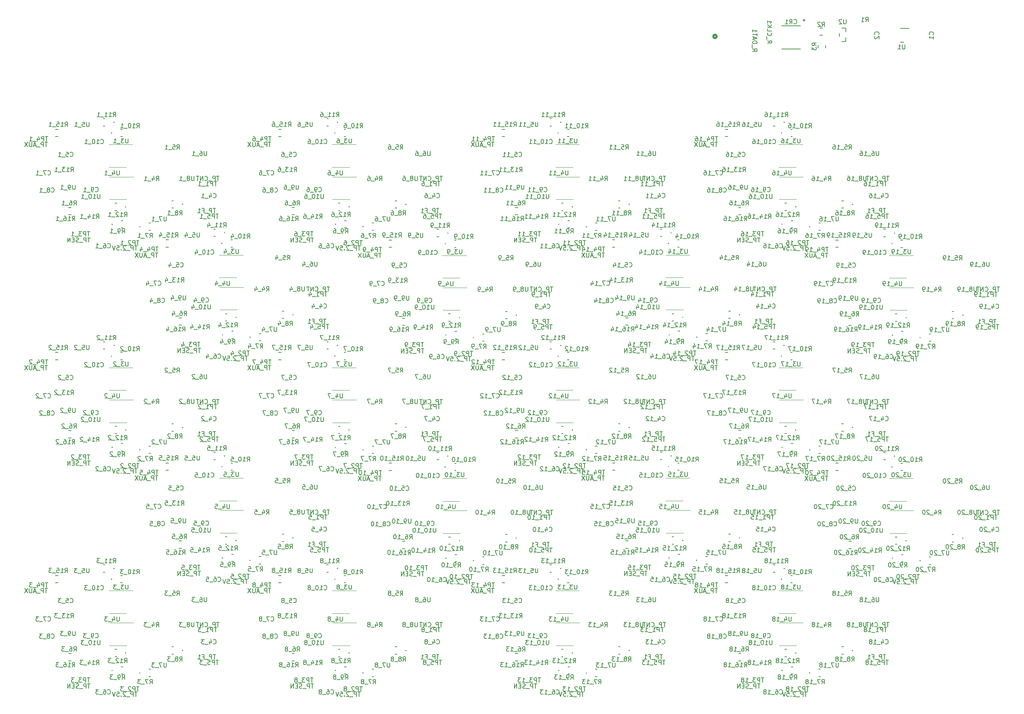
<source format=gbo>
G04 #@! TF.GenerationSoftware,KiCad,Pcbnew,7.0.2*
G04 #@! TF.CreationDate,2023-08-30T10:55:40+01:00*
G04 #@! TF.ProjectId,Air quality project,41697220-7175-4616-9c69-74792070726f,rev?*
G04 #@! TF.SameCoordinates,Original*
G04 #@! TF.FileFunction,Legend,Bot*
G04 #@! TF.FilePolarity,Positive*
%FSLAX45Y45*%
G04 Gerber Fmt 4.5, Leading zero omitted, Abs format (unit mm)*
G04 Created by KiCad (PCBNEW 7.0.2) date 2023-08-30 10:55:40*
%MOMM*%
%LPD*%
G01*
G04 APERTURE LIST*
%ADD10C,0.150000*%
%ADD11C,0.508000*%
%ADD12C,0.200000*%
%ADD13C,0.152400*%
%ADD14C,0.120000*%
G04 APERTURE END LIST*
D10*
G04 #@! TO.C,R13_8*
X9257280Y-16013262D02*
X9290613Y-15965643D01*
X9314423Y-16013262D02*
X9314423Y-15913262D01*
X9314423Y-15913262D02*
X9276328Y-15913262D01*
X9276328Y-15913262D02*
X9266804Y-15918024D01*
X9266804Y-15918024D02*
X9262042Y-15922786D01*
X9262042Y-15922786D02*
X9257280Y-15932309D01*
X9257280Y-15932309D02*
X9257280Y-15946595D01*
X9257280Y-15946595D02*
X9262042Y-15956119D01*
X9262042Y-15956119D02*
X9266804Y-15960881D01*
X9266804Y-15960881D02*
X9276328Y-15965643D01*
X9276328Y-15965643D02*
X9314423Y-15965643D01*
X9162042Y-16013262D02*
X9219185Y-16013262D01*
X9190613Y-16013262D02*
X9190613Y-15913262D01*
X9190613Y-15913262D02*
X9200137Y-15927548D01*
X9200137Y-15927548D02*
X9209661Y-15937071D01*
X9209661Y-15937071D02*
X9219185Y-15941833D01*
X9128708Y-15913262D02*
X9066804Y-15913262D01*
X9066804Y-15913262D02*
X9100137Y-15951357D01*
X9100137Y-15951357D02*
X9085851Y-15951357D01*
X9085851Y-15951357D02*
X9076328Y-15956119D01*
X9076328Y-15956119D02*
X9071566Y-15960881D01*
X9071566Y-15960881D02*
X9066804Y-15970405D01*
X9066804Y-15970405D02*
X9066804Y-15994214D01*
X9066804Y-15994214D02*
X9071566Y-16003738D01*
X9071566Y-16003738D02*
X9076328Y-16008500D01*
X9076328Y-16008500D02*
X9085851Y-16013262D01*
X9085851Y-16013262D02*
X9114423Y-16013262D01*
X9114423Y-16013262D02*
X9123947Y-16008500D01*
X9123947Y-16008500D02*
X9128708Y-16003738D01*
X9047756Y-16022786D02*
X8971566Y-16022786D01*
X8933470Y-15956119D02*
X8942994Y-15951357D01*
X8942994Y-15951357D02*
X8947756Y-15946595D01*
X8947756Y-15946595D02*
X8952518Y-15937071D01*
X8952518Y-15937071D02*
X8952518Y-15932309D01*
X8952518Y-15932309D02*
X8947756Y-15922786D01*
X8947756Y-15922786D02*
X8942994Y-15918024D01*
X8942994Y-15918024D02*
X8933470Y-15913262D01*
X8933470Y-15913262D02*
X8914423Y-15913262D01*
X8914423Y-15913262D02*
X8904899Y-15918024D01*
X8904899Y-15918024D02*
X8900137Y-15922786D01*
X8900137Y-15922786D02*
X8895375Y-15932309D01*
X8895375Y-15932309D02*
X8895375Y-15937071D01*
X8895375Y-15937071D02*
X8900137Y-15946595D01*
X8900137Y-15946595D02*
X8904899Y-15951357D01*
X8904899Y-15951357D02*
X8914423Y-15956119D01*
X8914423Y-15956119D02*
X8933470Y-15956119D01*
X8933470Y-15956119D02*
X8942994Y-15960881D01*
X8942994Y-15960881D02*
X8947756Y-15965643D01*
X8947756Y-15965643D02*
X8952518Y-15975167D01*
X8952518Y-15975167D02*
X8952518Y-15994214D01*
X8952518Y-15994214D02*
X8947756Y-16003738D01*
X8947756Y-16003738D02*
X8942994Y-16008500D01*
X8942994Y-16008500D02*
X8933470Y-16013262D01*
X8933470Y-16013262D02*
X8914423Y-16013262D01*
X8914423Y-16013262D02*
X8904899Y-16008500D01*
X8904899Y-16008500D02*
X8900137Y-16003738D01*
X8900137Y-16003738D02*
X8895375Y-15994214D01*
X8895375Y-15994214D02*
X8895375Y-15975167D01*
X8895375Y-15975167D02*
X8900137Y-15965643D01*
X8900137Y-15965643D02*
X8904899Y-15960881D01*
X8904899Y-15960881D02*
X8914423Y-15956119D01*
G04 #@! TO.C,U1*
X23068690Y-3039982D02*
X23068690Y-3120934D01*
X23068690Y-3120934D02*
X23063928Y-3130458D01*
X23063928Y-3130458D02*
X23059167Y-3135220D01*
X23059167Y-3135220D02*
X23049643Y-3139982D01*
X23049643Y-3139982D02*
X23030595Y-3139982D01*
X23030595Y-3139982D02*
X23021071Y-3135220D01*
X23021071Y-3135220D02*
X23016309Y-3130458D01*
X23016309Y-3130458D02*
X23011548Y-3120934D01*
X23011548Y-3120934D02*
X23011548Y-3039982D01*
X22911548Y-3139982D02*
X22968690Y-3139982D01*
X22940119Y-3139982D02*
X22940119Y-3039982D01*
X22940119Y-3039982D02*
X22949643Y-3054268D01*
X22949643Y-3054268D02*
X22959167Y-3063791D01*
X22959167Y-3063791D02*
X22968690Y-3068553D01*
G04 #@! TO.C,U9_14*
X16949993Y-8718027D02*
X16949993Y-8798979D01*
X16949993Y-8798979D02*
X16945231Y-8808503D01*
X16945231Y-8808503D02*
X16940469Y-8813265D01*
X16940469Y-8813265D02*
X16930946Y-8818027D01*
X16930946Y-8818027D02*
X16911898Y-8818027D01*
X16911898Y-8818027D02*
X16902374Y-8813265D01*
X16902374Y-8813265D02*
X16897612Y-8808503D01*
X16897612Y-8808503D02*
X16892850Y-8798979D01*
X16892850Y-8798979D02*
X16892850Y-8718027D01*
X16840469Y-8818027D02*
X16821422Y-8818027D01*
X16821422Y-8818027D02*
X16811898Y-8813265D01*
X16811898Y-8813265D02*
X16807136Y-8808503D01*
X16807136Y-8808503D02*
X16797612Y-8794218D01*
X16797612Y-8794218D02*
X16792850Y-8775170D01*
X16792850Y-8775170D02*
X16792850Y-8737075D01*
X16792850Y-8737075D02*
X16797612Y-8727551D01*
X16797612Y-8727551D02*
X16802374Y-8722789D01*
X16802374Y-8722789D02*
X16811898Y-8718027D01*
X16811898Y-8718027D02*
X16830946Y-8718027D01*
X16830946Y-8718027D02*
X16840469Y-8722789D01*
X16840469Y-8722789D02*
X16845231Y-8727551D01*
X16845231Y-8727551D02*
X16849993Y-8737075D01*
X16849993Y-8737075D02*
X16849993Y-8760884D01*
X16849993Y-8760884D02*
X16845231Y-8770408D01*
X16845231Y-8770408D02*
X16840469Y-8775170D01*
X16840469Y-8775170D02*
X16830946Y-8779932D01*
X16830946Y-8779932D02*
X16811898Y-8779932D01*
X16811898Y-8779932D02*
X16802374Y-8775170D01*
X16802374Y-8775170D02*
X16797612Y-8770408D01*
X16797612Y-8770408D02*
X16792850Y-8760884D01*
X16773803Y-8827551D02*
X16697612Y-8827551D01*
X16621422Y-8818027D02*
X16678565Y-8818027D01*
X16649993Y-8818027D02*
X16649993Y-8718027D01*
X16649993Y-8718027D02*
X16659517Y-8732313D01*
X16659517Y-8732313D02*
X16669041Y-8741837D01*
X16669041Y-8741837D02*
X16678565Y-8746599D01*
X16535707Y-8751360D02*
X16535707Y-8818027D01*
X16559517Y-8713265D02*
X16583326Y-8784694D01*
X16583326Y-8784694D02*
X16521422Y-8784694D01*
G04 #@! TO.C,TP1_19*
X25155446Y-8641262D02*
X25098303Y-8641262D01*
X25126874Y-8741262D02*
X25126874Y-8641262D01*
X25064969Y-8741262D02*
X25064969Y-8641262D01*
X25064969Y-8641262D02*
X25026874Y-8641262D01*
X25026874Y-8641262D02*
X25017350Y-8646024D01*
X25017350Y-8646024D02*
X25012588Y-8650786D01*
X25012588Y-8650786D02*
X25007827Y-8660310D01*
X25007827Y-8660310D02*
X25007827Y-8674595D01*
X25007827Y-8674595D02*
X25012588Y-8684119D01*
X25012588Y-8684119D02*
X25017350Y-8688881D01*
X25017350Y-8688881D02*
X25026874Y-8693643D01*
X25026874Y-8693643D02*
X25064969Y-8693643D01*
X24912588Y-8741262D02*
X24969731Y-8741262D01*
X24941160Y-8741262D02*
X24941160Y-8641262D01*
X24941160Y-8641262D02*
X24950684Y-8655548D01*
X24950684Y-8655548D02*
X24960207Y-8665071D01*
X24960207Y-8665071D02*
X24969731Y-8669833D01*
X24893541Y-8750786D02*
X24817350Y-8750786D01*
X24741160Y-8741262D02*
X24798303Y-8741262D01*
X24769731Y-8741262D02*
X24769731Y-8641262D01*
X24769731Y-8641262D02*
X24779255Y-8655548D01*
X24779255Y-8655548D02*
X24788779Y-8665071D01*
X24788779Y-8665071D02*
X24798303Y-8669833D01*
X24693541Y-8741262D02*
X24674493Y-8741262D01*
X24674493Y-8741262D02*
X24664969Y-8736500D01*
X24664969Y-8736500D02*
X24660207Y-8731738D01*
X24660207Y-8731738D02*
X24650684Y-8717452D01*
X24650684Y-8717452D02*
X24645922Y-8698405D01*
X24645922Y-8698405D02*
X24645922Y-8660310D01*
X24645922Y-8660310D02*
X24650684Y-8650786D01*
X24650684Y-8650786D02*
X24655446Y-8646024D01*
X24655446Y-8646024D02*
X24664969Y-8641262D01*
X24664969Y-8641262D02*
X24684017Y-8641262D01*
X24684017Y-8641262D02*
X24693541Y-8646024D01*
X24693541Y-8646024D02*
X24698303Y-8650786D01*
X24698303Y-8650786D02*
X24703065Y-8660310D01*
X24703065Y-8660310D02*
X24703065Y-8684119D01*
X24703065Y-8684119D02*
X24698303Y-8693643D01*
X24698303Y-8693643D02*
X24693541Y-8698405D01*
X24693541Y-8698405D02*
X24684017Y-8703167D01*
X24684017Y-8703167D02*
X24664969Y-8703167D01*
X24664969Y-8703167D02*
X24655446Y-8698405D01*
X24655446Y-8698405D02*
X24650684Y-8693643D01*
X24650684Y-8693643D02*
X24645922Y-8684119D01*
X25208112Y-8526762D02*
X25150969Y-8526762D01*
X25179541Y-8626762D02*
X25179541Y-8526762D01*
X25117636Y-8626762D02*
X25117636Y-8526762D01*
X25117636Y-8526762D02*
X25079541Y-8526762D01*
X25079541Y-8526762D02*
X25070017Y-8531524D01*
X25070017Y-8531524D02*
X25065255Y-8536286D01*
X25065255Y-8536286D02*
X25060493Y-8545810D01*
X25060493Y-8545810D02*
X25060493Y-8560095D01*
X25060493Y-8560095D02*
X25065255Y-8569619D01*
X25065255Y-8569619D02*
X25070017Y-8574381D01*
X25070017Y-8574381D02*
X25079541Y-8579143D01*
X25079541Y-8579143D02*
X25117636Y-8579143D01*
X25041446Y-8636286D02*
X24965255Y-8636286D01*
X24884303Y-8617238D02*
X24889065Y-8622000D01*
X24889065Y-8622000D02*
X24903350Y-8626762D01*
X24903350Y-8626762D02*
X24912874Y-8626762D01*
X24912874Y-8626762D02*
X24927160Y-8622000D01*
X24927160Y-8622000D02*
X24936684Y-8612476D01*
X24936684Y-8612476D02*
X24941446Y-8602952D01*
X24941446Y-8602952D02*
X24946207Y-8583905D01*
X24946207Y-8583905D02*
X24946207Y-8569619D01*
X24946207Y-8569619D02*
X24941446Y-8550571D01*
X24941446Y-8550571D02*
X24936684Y-8541048D01*
X24936684Y-8541048D02*
X24927160Y-8531524D01*
X24927160Y-8531524D02*
X24912874Y-8526762D01*
X24912874Y-8526762D02*
X24903350Y-8526762D01*
X24903350Y-8526762D02*
X24889065Y-8531524D01*
X24889065Y-8531524D02*
X24884303Y-8536286D01*
X24841446Y-8626762D02*
X24841446Y-8526762D01*
X24841446Y-8526762D02*
X24784303Y-8626762D01*
X24784303Y-8626762D02*
X24784303Y-8526762D01*
X24750969Y-8526762D02*
X24693827Y-8526762D01*
X24722398Y-8626762D02*
X24722398Y-8526762D01*
G04 #@! TO.C,R11_10*
X12759588Y-12227762D02*
X12792922Y-12180143D01*
X12816731Y-12227762D02*
X12816731Y-12127762D01*
X12816731Y-12127762D02*
X12778636Y-12127762D01*
X12778636Y-12127762D02*
X12769112Y-12132524D01*
X12769112Y-12132524D02*
X12764350Y-12137286D01*
X12764350Y-12137286D02*
X12759588Y-12146809D01*
X12759588Y-12146809D02*
X12759588Y-12161095D01*
X12759588Y-12161095D02*
X12764350Y-12170619D01*
X12764350Y-12170619D02*
X12769112Y-12175381D01*
X12769112Y-12175381D02*
X12778636Y-12180143D01*
X12778636Y-12180143D02*
X12816731Y-12180143D01*
X12664350Y-12227762D02*
X12721493Y-12227762D01*
X12692922Y-12227762D02*
X12692922Y-12127762D01*
X12692922Y-12127762D02*
X12702446Y-12142048D01*
X12702446Y-12142048D02*
X12711969Y-12151571D01*
X12711969Y-12151571D02*
X12721493Y-12156333D01*
X12569112Y-12227762D02*
X12626255Y-12227762D01*
X12597684Y-12227762D02*
X12597684Y-12127762D01*
X12597684Y-12127762D02*
X12607207Y-12142048D01*
X12607207Y-12142048D02*
X12616731Y-12151571D01*
X12616731Y-12151571D02*
X12626255Y-12156333D01*
X12550065Y-12237286D02*
X12473874Y-12237286D01*
X12397684Y-12227762D02*
X12454826Y-12227762D01*
X12426255Y-12227762D02*
X12426255Y-12127762D01*
X12426255Y-12127762D02*
X12435779Y-12142048D01*
X12435779Y-12142048D02*
X12445303Y-12151571D01*
X12445303Y-12151571D02*
X12454826Y-12156333D01*
X12335779Y-12127762D02*
X12326255Y-12127762D01*
X12326255Y-12127762D02*
X12316731Y-12132524D01*
X12316731Y-12132524D02*
X12311969Y-12137286D01*
X12311969Y-12137286D02*
X12307207Y-12146809D01*
X12307207Y-12146809D02*
X12302446Y-12165857D01*
X12302446Y-12165857D02*
X12302446Y-12189667D01*
X12302446Y-12189667D02*
X12307207Y-12208714D01*
X12307207Y-12208714D02*
X12311969Y-12218238D01*
X12311969Y-12218238D02*
X12316731Y-12223000D01*
X12316731Y-12223000D02*
X12326255Y-12227762D01*
X12326255Y-12227762D02*
X12335779Y-12227762D01*
X12335779Y-12227762D02*
X12345303Y-12223000D01*
X12345303Y-12223000D02*
X12350065Y-12218238D01*
X12350065Y-12218238D02*
X12354826Y-12208714D01*
X12354826Y-12208714D02*
X12359588Y-12189667D01*
X12359588Y-12189667D02*
X12359588Y-12165857D01*
X12359588Y-12165857D02*
X12354826Y-12146809D01*
X12354826Y-12146809D02*
X12350065Y-12137286D01*
X12350065Y-12137286D02*
X12345303Y-12132524D01*
X12345303Y-12132524D02*
X12335779Y-12127762D01*
G04 #@! TO.C,U3_8*
X10553905Y-15267262D02*
X10553905Y-15348214D01*
X10553905Y-15348214D02*
X10549143Y-15357738D01*
X10549143Y-15357738D02*
X10544381Y-15362500D01*
X10544381Y-15362500D02*
X10534857Y-15367262D01*
X10534857Y-15367262D02*
X10515810Y-15367262D01*
X10515810Y-15367262D02*
X10506286Y-15362500D01*
X10506286Y-15362500D02*
X10501524Y-15357738D01*
X10501524Y-15357738D02*
X10496762Y-15348214D01*
X10496762Y-15348214D02*
X10496762Y-15267262D01*
X10458667Y-15267262D02*
X10396762Y-15267262D01*
X10396762Y-15267262D02*
X10430095Y-15305357D01*
X10430095Y-15305357D02*
X10415810Y-15305357D01*
X10415810Y-15305357D02*
X10406286Y-15310119D01*
X10406286Y-15310119D02*
X10401524Y-15314881D01*
X10401524Y-15314881D02*
X10396762Y-15324405D01*
X10396762Y-15324405D02*
X10396762Y-15348214D01*
X10396762Y-15348214D02*
X10401524Y-15357738D01*
X10401524Y-15357738D02*
X10406286Y-15362500D01*
X10406286Y-15362500D02*
X10415810Y-15367262D01*
X10415810Y-15367262D02*
X10444381Y-15367262D01*
X10444381Y-15367262D02*
X10453905Y-15362500D01*
X10453905Y-15362500D02*
X10458667Y-15357738D01*
X10377714Y-15376786D02*
X10301524Y-15376786D01*
X10263429Y-15310119D02*
X10272952Y-15305357D01*
X10272952Y-15305357D02*
X10277714Y-15300595D01*
X10277714Y-15300595D02*
X10282476Y-15291071D01*
X10282476Y-15291071D02*
X10282476Y-15286309D01*
X10282476Y-15286309D02*
X10277714Y-15276786D01*
X10277714Y-15276786D02*
X10272952Y-15272024D01*
X10272952Y-15272024D02*
X10263429Y-15267262D01*
X10263429Y-15267262D02*
X10244381Y-15267262D01*
X10244381Y-15267262D02*
X10234857Y-15272024D01*
X10234857Y-15272024D02*
X10230095Y-15276786D01*
X10230095Y-15276786D02*
X10225333Y-15286309D01*
X10225333Y-15286309D02*
X10225333Y-15291071D01*
X10225333Y-15291071D02*
X10230095Y-15300595D01*
X10230095Y-15300595D02*
X10234857Y-15305357D01*
X10234857Y-15305357D02*
X10244381Y-15310119D01*
X10244381Y-15310119D02*
X10263429Y-15310119D01*
X10263429Y-15310119D02*
X10272952Y-15314881D01*
X10272952Y-15314881D02*
X10277714Y-15319643D01*
X10277714Y-15319643D02*
X10282476Y-15329167D01*
X10282476Y-15329167D02*
X10282476Y-15348214D01*
X10282476Y-15348214D02*
X10277714Y-15357738D01*
X10277714Y-15357738D02*
X10272952Y-15362500D01*
X10272952Y-15362500D02*
X10263429Y-15367262D01*
X10263429Y-15367262D02*
X10244381Y-15367262D01*
X10244381Y-15367262D02*
X10234857Y-15362500D01*
X10234857Y-15362500D02*
X10230095Y-15357738D01*
X10230095Y-15357738D02*
X10225333Y-15348214D01*
X10225333Y-15348214D02*
X10225333Y-15329167D01*
X10225333Y-15329167D02*
X10230095Y-15319643D01*
X10230095Y-15319643D02*
X10234857Y-15314881D01*
X10234857Y-15314881D02*
X10244381Y-15310119D01*
G04 #@! TO.C,C7_13*
X13835000Y-16079738D02*
X13839762Y-16084500D01*
X13839762Y-16084500D02*
X13854048Y-16089262D01*
X13854048Y-16089262D02*
X13863571Y-16089262D01*
X13863571Y-16089262D02*
X13877857Y-16084500D01*
X13877857Y-16084500D02*
X13887381Y-16074976D01*
X13887381Y-16074976D02*
X13892143Y-16065452D01*
X13892143Y-16065452D02*
X13896905Y-16046405D01*
X13896905Y-16046405D02*
X13896905Y-16032119D01*
X13896905Y-16032119D02*
X13892143Y-16013071D01*
X13892143Y-16013071D02*
X13887381Y-16003548D01*
X13887381Y-16003548D02*
X13877857Y-15994024D01*
X13877857Y-15994024D02*
X13863571Y-15989262D01*
X13863571Y-15989262D02*
X13854048Y-15989262D01*
X13854048Y-15989262D02*
X13839762Y-15994024D01*
X13839762Y-15994024D02*
X13835000Y-15998786D01*
X13801667Y-15989262D02*
X13735000Y-15989262D01*
X13735000Y-15989262D02*
X13777857Y-16089262D01*
X13720714Y-16098786D02*
X13644524Y-16098786D01*
X13568333Y-16089262D02*
X13625476Y-16089262D01*
X13596905Y-16089262D02*
X13596905Y-15989262D01*
X13596905Y-15989262D02*
X13606428Y-16003548D01*
X13606428Y-16003548D02*
X13615952Y-16013071D01*
X13615952Y-16013071D02*
X13625476Y-16017833D01*
X13535000Y-15989262D02*
X13473095Y-15989262D01*
X13473095Y-15989262D02*
X13506428Y-16027357D01*
X13506428Y-16027357D02*
X13492143Y-16027357D01*
X13492143Y-16027357D02*
X13482619Y-16032119D01*
X13482619Y-16032119D02*
X13477857Y-16036881D01*
X13477857Y-16036881D02*
X13473095Y-16046405D01*
X13473095Y-16046405D02*
X13473095Y-16070214D01*
X13473095Y-16070214D02*
X13477857Y-16079738D01*
X13477857Y-16079738D02*
X13482619Y-16084500D01*
X13482619Y-16084500D02*
X13492143Y-16089262D01*
X13492143Y-16089262D02*
X13520714Y-16089262D01*
X13520714Y-16089262D02*
X13530238Y-16084500D01*
X13530238Y-16084500D02*
X13535000Y-16079738D01*
G04 #@! TO.C,U10_11*
X15016143Y-6423262D02*
X15016143Y-6504214D01*
X15016143Y-6504214D02*
X15011381Y-6513738D01*
X15011381Y-6513738D02*
X15006619Y-6518500D01*
X15006619Y-6518500D02*
X14997095Y-6523262D01*
X14997095Y-6523262D02*
X14978048Y-6523262D01*
X14978048Y-6523262D02*
X14968524Y-6518500D01*
X14968524Y-6518500D02*
X14963762Y-6513738D01*
X14963762Y-6513738D02*
X14959000Y-6504214D01*
X14959000Y-6504214D02*
X14959000Y-6423262D01*
X14859000Y-6523262D02*
X14916143Y-6523262D01*
X14887571Y-6523262D02*
X14887571Y-6423262D01*
X14887571Y-6423262D02*
X14897095Y-6437548D01*
X14897095Y-6437548D02*
X14906619Y-6447071D01*
X14906619Y-6447071D02*
X14916143Y-6451833D01*
X14797095Y-6423262D02*
X14787571Y-6423262D01*
X14787571Y-6423262D02*
X14778048Y-6428024D01*
X14778048Y-6428024D02*
X14773286Y-6432786D01*
X14773286Y-6432786D02*
X14768524Y-6442309D01*
X14768524Y-6442309D02*
X14763762Y-6461357D01*
X14763762Y-6461357D02*
X14763762Y-6485167D01*
X14763762Y-6485167D02*
X14768524Y-6504214D01*
X14768524Y-6504214D02*
X14773286Y-6513738D01*
X14773286Y-6513738D02*
X14778048Y-6518500D01*
X14778048Y-6518500D02*
X14787571Y-6523262D01*
X14787571Y-6523262D02*
X14797095Y-6523262D01*
X14797095Y-6523262D02*
X14806619Y-6518500D01*
X14806619Y-6518500D02*
X14811381Y-6513738D01*
X14811381Y-6513738D02*
X14816143Y-6504214D01*
X14816143Y-6504214D02*
X14820905Y-6485167D01*
X14820905Y-6485167D02*
X14820905Y-6461357D01*
X14820905Y-6461357D02*
X14816143Y-6442309D01*
X14816143Y-6442309D02*
X14811381Y-6432786D01*
X14811381Y-6432786D02*
X14806619Y-6428024D01*
X14806619Y-6428024D02*
X14797095Y-6423262D01*
X14744714Y-6532786D02*
X14668524Y-6532786D01*
X14592333Y-6523262D02*
X14649476Y-6523262D01*
X14620905Y-6523262D02*
X14620905Y-6423262D01*
X14620905Y-6423262D02*
X14630428Y-6437548D01*
X14630428Y-6437548D02*
X14639952Y-6447071D01*
X14639952Y-6447071D02*
X14649476Y-6451833D01*
X14497095Y-6523262D02*
X14554238Y-6523262D01*
X14525667Y-6523262D02*
X14525667Y-6423262D01*
X14525667Y-6423262D02*
X14535190Y-6437548D01*
X14535190Y-6437548D02*
X14544714Y-6447071D01*
X14544714Y-6447071D02*
X14554238Y-6451833D01*
G04 #@! TO.C,TP2_9*
X13296446Y-9980262D02*
X13239303Y-9980262D01*
X13267874Y-10080262D02*
X13267874Y-9980262D01*
X13205969Y-10080262D02*
X13205969Y-9980262D01*
X13205969Y-9980262D02*
X13167874Y-9980262D01*
X13167874Y-9980262D02*
X13158350Y-9985024D01*
X13158350Y-9985024D02*
X13153588Y-9989786D01*
X13153588Y-9989786D02*
X13148827Y-9999310D01*
X13148827Y-9999310D02*
X13148827Y-10013595D01*
X13148827Y-10013595D02*
X13153588Y-10023119D01*
X13153588Y-10023119D02*
X13158350Y-10027881D01*
X13158350Y-10027881D02*
X13167874Y-10032643D01*
X13167874Y-10032643D02*
X13205969Y-10032643D01*
X13110731Y-9989786D02*
X13105969Y-9985024D01*
X13105969Y-9985024D02*
X13096446Y-9980262D01*
X13096446Y-9980262D02*
X13072636Y-9980262D01*
X13072636Y-9980262D02*
X13063112Y-9985024D01*
X13063112Y-9985024D02*
X13058350Y-9989786D01*
X13058350Y-9989786D02*
X13053588Y-9999310D01*
X13053588Y-9999310D02*
X13053588Y-10008833D01*
X13053588Y-10008833D02*
X13058350Y-10023119D01*
X13058350Y-10023119D02*
X13115493Y-10080262D01*
X13115493Y-10080262D02*
X13053588Y-10080262D01*
X13034541Y-10089786D02*
X12958350Y-10089786D01*
X12929779Y-10080262D02*
X12910731Y-10080262D01*
X12910731Y-10080262D02*
X12901207Y-10075500D01*
X12901207Y-10075500D02*
X12896446Y-10070738D01*
X12896446Y-10070738D02*
X12886922Y-10056452D01*
X12886922Y-10056452D02*
X12882160Y-10037405D01*
X12882160Y-10037405D02*
X12882160Y-9999310D01*
X12882160Y-9999310D02*
X12886922Y-9989786D01*
X12886922Y-9989786D02*
X12891684Y-9985024D01*
X12891684Y-9985024D02*
X12901207Y-9980262D01*
X12901207Y-9980262D02*
X12920255Y-9980262D01*
X12920255Y-9980262D02*
X12929779Y-9985024D01*
X12929779Y-9985024D02*
X12934541Y-9989786D01*
X12934541Y-9989786D02*
X12939303Y-9999310D01*
X12939303Y-9999310D02*
X12939303Y-10023119D01*
X12939303Y-10023119D02*
X12934541Y-10032643D01*
X12934541Y-10032643D02*
X12929779Y-10037405D01*
X12929779Y-10037405D02*
X12920255Y-10042167D01*
X12920255Y-10042167D02*
X12901207Y-10042167D01*
X12901207Y-10042167D02*
X12891684Y-10037405D01*
X12891684Y-10037405D02*
X12886922Y-10032643D01*
X12886922Y-10032643D02*
X12882160Y-10023119D01*
X13254541Y-10097762D02*
X13197398Y-10097762D01*
X13225969Y-10197762D02*
X13225969Y-10097762D01*
X13164065Y-10197762D02*
X13164065Y-10097762D01*
X13164065Y-10097762D02*
X13125969Y-10097762D01*
X13125969Y-10097762D02*
X13116446Y-10102524D01*
X13116446Y-10102524D02*
X13111684Y-10107286D01*
X13111684Y-10107286D02*
X13106922Y-10116810D01*
X13106922Y-10116810D02*
X13106922Y-10131095D01*
X13106922Y-10131095D02*
X13111684Y-10140619D01*
X13111684Y-10140619D02*
X13116446Y-10145381D01*
X13116446Y-10145381D02*
X13125969Y-10150143D01*
X13125969Y-10150143D02*
X13164065Y-10150143D01*
X13087874Y-10207286D02*
X13011684Y-10207286D01*
X12992636Y-10107286D02*
X12987874Y-10102524D01*
X12987874Y-10102524D02*
X12978350Y-10097762D01*
X12978350Y-10097762D02*
X12954541Y-10097762D01*
X12954541Y-10097762D02*
X12945017Y-10102524D01*
X12945017Y-10102524D02*
X12940255Y-10107286D01*
X12940255Y-10107286D02*
X12935493Y-10116810D01*
X12935493Y-10116810D02*
X12935493Y-10126333D01*
X12935493Y-10126333D02*
X12940255Y-10140619D01*
X12940255Y-10140619D02*
X12997398Y-10197762D01*
X12997398Y-10197762D02*
X12935493Y-10197762D01*
X12892636Y-10188238D02*
X12887874Y-10193000D01*
X12887874Y-10193000D02*
X12892636Y-10197762D01*
X12892636Y-10197762D02*
X12897398Y-10193000D01*
X12897398Y-10193000D02*
X12892636Y-10188238D01*
X12892636Y-10188238D02*
X12892636Y-10197762D01*
X12797398Y-10097762D02*
X12845017Y-10097762D01*
X12845017Y-10097762D02*
X12849779Y-10145381D01*
X12849779Y-10145381D02*
X12845017Y-10140619D01*
X12845017Y-10140619D02*
X12835493Y-10135857D01*
X12835493Y-10135857D02*
X12811684Y-10135857D01*
X12811684Y-10135857D02*
X12802160Y-10140619D01*
X12802160Y-10140619D02*
X12797398Y-10145381D01*
X12797398Y-10145381D02*
X12792636Y-10154905D01*
X12792636Y-10154905D02*
X12792636Y-10178714D01*
X12792636Y-10178714D02*
X12797398Y-10188238D01*
X12797398Y-10188238D02*
X12802160Y-10193000D01*
X12802160Y-10193000D02*
X12811684Y-10197762D01*
X12811684Y-10197762D02*
X12835493Y-10197762D01*
X12835493Y-10197762D02*
X12845017Y-10193000D01*
X12845017Y-10193000D02*
X12849779Y-10188238D01*
X12764065Y-10097762D02*
X12730731Y-10197762D01*
X12730731Y-10197762D02*
X12697398Y-10097762D01*
G04 #@! TO.C,U8_4*
X9489374Y-8517027D02*
X9489374Y-8597979D01*
X9489374Y-8597979D02*
X9484612Y-8607503D01*
X9484612Y-8607503D02*
X9479850Y-8612265D01*
X9479850Y-8612265D02*
X9470327Y-8617027D01*
X9470327Y-8617027D02*
X9451279Y-8617027D01*
X9451279Y-8617027D02*
X9441755Y-8612265D01*
X9441755Y-8612265D02*
X9436993Y-8607503D01*
X9436993Y-8607503D02*
X9432231Y-8597979D01*
X9432231Y-8597979D02*
X9432231Y-8517027D01*
X9370327Y-8559884D02*
X9379850Y-8555122D01*
X9379850Y-8555122D02*
X9384612Y-8550360D01*
X9384612Y-8550360D02*
X9389374Y-8540837D01*
X9389374Y-8540837D02*
X9389374Y-8536075D01*
X9389374Y-8536075D02*
X9384612Y-8526551D01*
X9384612Y-8526551D02*
X9379850Y-8521789D01*
X9379850Y-8521789D02*
X9370327Y-8517027D01*
X9370327Y-8517027D02*
X9351279Y-8517027D01*
X9351279Y-8517027D02*
X9341755Y-8521789D01*
X9341755Y-8521789D02*
X9336993Y-8526551D01*
X9336993Y-8526551D02*
X9332231Y-8536075D01*
X9332231Y-8536075D02*
X9332231Y-8540837D01*
X9332231Y-8540837D02*
X9336993Y-8550360D01*
X9336993Y-8550360D02*
X9341755Y-8555122D01*
X9341755Y-8555122D02*
X9351279Y-8559884D01*
X9351279Y-8559884D02*
X9370327Y-8559884D01*
X9370327Y-8559884D02*
X9379850Y-8564646D01*
X9379850Y-8564646D02*
X9384612Y-8569408D01*
X9384612Y-8569408D02*
X9389374Y-8578932D01*
X9389374Y-8578932D02*
X9389374Y-8597979D01*
X9389374Y-8597979D02*
X9384612Y-8607503D01*
X9384612Y-8607503D02*
X9379850Y-8612265D01*
X9379850Y-8612265D02*
X9370327Y-8617027D01*
X9370327Y-8617027D02*
X9351279Y-8617027D01*
X9351279Y-8617027D02*
X9341755Y-8612265D01*
X9341755Y-8612265D02*
X9336993Y-8607503D01*
X9336993Y-8607503D02*
X9332231Y-8597979D01*
X9332231Y-8597979D02*
X9332231Y-8578932D01*
X9332231Y-8578932D02*
X9336993Y-8569408D01*
X9336993Y-8569408D02*
X9341755Y-8564646D01*
X9341755Y-8564646D02*
X9351279Y-8559884D01*
X9313184Y-8626551D02*
X9236993Y-8626551D01*
X9170327Y-8550360D02*
X9170327Y-8617027D01*
X9194136Y-8512265D02*
X9217946Y-8583694D01*
X9217946Y-8583694D02*
X9156041Y-8583694D01*
G04 #@! TO.C,TP5_19*
X25192446Y-9379262D02*
X25135303Y-9379262D01*
X25163874Y-9479262D02*
X25163874Y-9379262D01*
X25101969Y-9479262D02*
X25101969Y-9379262D01*
X25101969Y-9379262D02*
X25063874Y-9379262D01*
X25063874Y-9379262D02*
X25054350Y-9384024D01*
X25054350Y-9384024D02*
X25049588Y-9388786D01*
X25049588Y-9388786D02*
X25044827Y-9398310D01*
X25044827Y-9398310D02*
X25044827Y-9412595D01*
X25044827Y-9412595D02*
X25049588Y-9422119D01*
X25049588Y-9422119D02*
X25054350Y-9426881D01*
X25054350Y-9426881D02*
X25063874Y-9431643D01*
X25063874Y-9431643D02*
X25101969Y-9431643D01*
X24954350Y-9379262D02*
X25001969Y-9379262D01*
X25001969Y-9379262D02*
X25006731Y-9426881D01*
X25006731Y-9426881D02*
X25001969Y-9422119D01*
X25001969Y-9422119D02*
X24992446Y-9417357D01*
X24992446Y-9417357D02*
X24968636Y-9417357D01*
X24968636Y-9417357D02*
X24959112Y-9422119D01*
X24959112Y-9422119D02*
X24954350Y-9426881D01*
X24954350Y-9426881D02*
X24949588Y-9436405D01*
X24949588Y-9436405D02*
X24949588Y-9460214D01*
X24949588Y-9460214D02*
X24954350Y-9469738D01*
X24954350Y-9469738D02*
X24959112Y-9474500D01*
X24959112Y-9474500D02*
X24968636Y-9479262D01*
X24968636Y-9479262D02*
X24992446Y-9479262D01*
X24992446Y-9479262D02*
X25001969Y-9474500D01*
X25001969Y-9474500D02*
X25006731Y-9469738D01*
X24930541Y-9488786D02*
X24854350Y-9488786D01*
X24778160Y-9479262D02*
X24835303Y-9479262D01*
X24806731Y-9479262D02*
X24806731Y-9379262D01*
X24806731Y-9379262D02*
X24816255Y-9393548D01*
X24816255Y-9393548D02*
X24825779Y-9403071D01*
X24825779Y-9403071D02*
X24835303Y-9407833D01*
X24730541Y-9479262D02*
X24711493Y-9479262D01*
X24711493Y-9479262D02*
X24701969Y-9474500D01*
X24701969Y-9474500D02*
X24697207Y-9469738D01*
X24697207Y-9469738D02*
X24687684Y-9455452D01*
X24687684Y-9455452D02*
X24682922Y-9436405D01*
X24682922Y-9436405D02*
X24682922Y-9398310D01*
X24682922Y-9398310D02*
X24687684Y-9388786D01*
X24687684Y-9388786D02*
X24692446Y-9384024D01*
X24692446Y-9384024D02*
X24701969Y-9379262D01*
X24701969Y-9379262D02*
X24721017Y-9379262D01*
X24721017Y-9379262D02*
X24730541Y-9384024D01*
X24730541Y-9384024D02*
X24735303Y-9388786D01*
X24735303Y-9388786D02*
X24740065Y-9398310D01*
X24740065Y-9398310D02*
X24740065Y-9422119D01*
X24740065Y-9422119D02*
X24735303Y-9431643D01*
X24735303Y-9431643D02*
X24730541Y-9436405D01*
X24730541Y-9436405D02*
X24721017Y-9441167D01*
X24721017Y-9441167D02*
X24701969Y-9441167D01*
X24701969Y-9441167D02*
X24692446Y-9436405D01*
X24692446Y-9436405D02*
X24687684Y-9431643D01*
X24687684Y-9431643D02*
X24682922Y-9422119D01*
X25130112Y-9255762D02*
X25072969Y-9255762D01*
X25101541Y-9355762D02*
X25101541Y-9255762D01*
X25039636Y-9355762D02*
X25039636Y-9255762D01*
X25039636Y-9255762D02*
X25001541Y-9255762D01*
X25001541Y-9255762D02*
X24992017Y-9260524D01*
X24992017Y-9260524D02*
X24987255Y-9265286D01*
X24987255Y-9265286D02*
X24982493Y-9274810D01*
X24982493Y-9274810D02*
X24982493Y-9289095D01*
X24982493Y-9289095D02*
X24987255Y-9298619D01*
X24987255Y-9298619D02*
X24992017Y-9303381D01*
X24992017Y-9303381D02*
X25001541Y-9308143D01*
X25001541Y-9308143D02*
X25039636Y-9308143D01*
X24963446Y-9365286D02*
X24887255Y-9365286D01*
X24830112Y-9303381D02*
X24863446Y-9303381D01*
X24863446Y-9355762D02*
X24863446Y-9255762D01*
X24863446Y-9255762D02*
X24815827Y-9255762D01*
X24725350Y-9355762D02*
X24782493Y-9355762D01*
X24753922Y-9355762D02*
X24753922Y-9255762D01*
X24753922Y-9255762D02*
X24763446Y-9270048D01*
X24763446Y-9270048D02*
X24772969Y-9279571D01*
X24772969Y-9279571D02*
X24782493Y-9284333D01*
G04 #@! TO.C,TP3_16*
X19879571Y-7273762D02*
X19822429Y-7273762D01*
X19851000Y-7373762D02*
X19851000Y-7273762D01*
X19789095Y-7373762D02*
X19789095Y-7273762D01*
X19789095Y-7273762D02*
X19751000Y-7273762D01*
X19751000Y-7273762D02*
X19741476Y-7278524D01*
X19741476Y-7278524D02*
X19736714Y-7283286D01*
X19736714Y-7283286D02*
X19731952Y-7292809D01*
X19731952Y-7292809D02*
X19731952Y-7307095D01*
X19731952Y-7307095D02*
X19736714Y-7316619D01*
X19736714Y-7316619D02*
X19741476Y-7321381D01*
X19741476Y-7321381D02*
X19751000Y-7326143D01*
X19751000Y-7326143D02*
X19789095Y-7326143D01*
X19698619Y-7273762D02*
X19636714Y-7273762D01*
X19636714Y-7273762D02*
X19670048Y-7311857D01*
X19670048Y-7311857D02*
X19655762Y-7311857D01*
X19655762Y-7311857D02*
X19646238Y-7316619D01*
X19646238Y-7316619D02*
X19641476Y-7321381D01*
X19641476Y-7321381D02*
X19636714Y-7330905D01*
X19636714Y-7330905D02*
X19636714Y-7354714D01*
X19636714Y-7354714D02*
X19641476Y-7364238D01*
X19641476Y-7364238D02*
X19646238Y-7369000D01*
X19646238Y-7369000D02*
X19655762Y-7373762D01*
X19655762Y-7373762D02*
X19684333Y-7373762D01*
X19684333Y-7373762D02*
X19693857Y-7369000D01*
X19693857Y-7369000D02*
X19698619Y-7364238D01*
X19617667Y-7383286D02*
X19541476Y-7383286D01*
X19465286Y-7373762D02*
X19522429Y-7373762D01*
X19493857Y-7373762D02*
X19493857Y-7273762D01*
X19493857Y-7273762D02*
X19503381Y-7288048D01*
X19503381Y-7288048D02*
X19512905Y-7297571D01*
X19512905Y-7297571D02*
X19522429Y-7302333D01*
X19379571Y-7273762D02*
X19398619Y-7273762D01*
X19398619Y-7273762D02*
X19408143Y-7278524D01*
X19408143Y-7278524D02*
X19412905Y-7283286D01*
X19412905Y-7283286D02*
X19422429Y-7297571D01*
X19422429Y-7297571D02*
X19427190Y-7316619D01*
X19427190Y-7316619D02*
X19427190Y-7354714D01*
X19427190Y-7354714D02*
X19422429Y-7364238D01*
X19422429Y-7364238D02*
X19417667Y-7369000D01*
X19417667Y-7369000D02*
X19408143Y-7373762D01*
X19408143Y-7373762D02*
X19389095Y-7373762D01*
X19389095Y-7373762D02*
X19379571Y-7369000D01*
X19379571Y-7369000D02*
X19374810Y-7364238D01*
X19374810Y-7364238D02*
X19370048Y-7354714D01*
X19370048Y-7354714D02*
X19370048Y-7330905D01*
X19370048Y-7330905D02*
X19374810Y-7321381D01*
X19374810Y-7321381D02*
X19379571Y-7316619D01*
X19379571Y-7316619D02*
X19389095Y-7311857D01*
X19389095Y-7311857D02*
X19408143Y-7311857D01*
X19408143Y-7311857D02*
X19417667Y-7316619D01*
X19417667Y-7316619D02*
X19422429Y-7321381D01*
X19422429Y-7321381D02*
X19427190Y-7330905D01*
X19794905Y-7410262D02*
X19737762Y-7410262D01*
X19766333Y-7510262D02*
X19766333Y-7410262D01*
X19704429Y-7510262D02*
X19704429Y-7410262D01*
X19704429Y-7410262D02*
X19666333Y-7410262D01*
X19666333Y-7410262D02*
X19656810Y-7415024D01*
X19656810Y-7415024D02*
X19652048Y-7419786D01*
X19652048Y-7419786D02*
X19647286Y-7429309D01*
X19647286Y-7429309D02*
X19647286Y-7443595D01*
X19647286Y-7443595D02*
X19652048Y-7453119D01*
X19652048Y-7453119D02*
X19656810Y-7457881D01*
X19656810Y-7457881D02*
X19666333Y-7462643D01*
X19666333Y-7462643D02*
X19704429Y-7462643D01*
X19628238Y-7519786D02*
X19552048Y-7519786D01*
X19533000Y-7505500D02*
X19518714Y-7510262D01*
X19518714Y-7510262D02*
X19494905Y-7510262D01*
X19494905Y-7510262D02*
X19485381Y-7505500D01*
X19485381Y-7505500D02*
X19480619Y-7500738D01*
X19480619Y-7500738D02*
X19475857Y-7491214D01*
X19475857Y-7491214D02*
X19475857Y-7481690D01*
X19475857Y-7481690D02*
X19480619Y-7472167D01*
X19480619Y-7472167D02*
X19485381Y-7467405D01*
X19485381Y-7467405D02*
X19494905Y-7462643D01*
X19494905Y-7462643D02*
X19513952Y-7457881D01*
X19513952Y-7457881D02*
X19523476Y-7453119D01*
X19523476Y-7453119D02*
X19528238Y-7448357D01*
X19528238Y-7448357D02*
X19533000Y-7438833D01*
X19533000Y-7438833D02*
X19533000Y-7429309D01*
X19533000Y-7429309D02*
X19528238Y-7419786D01*
X19528238Y-7419786D02*
X19523476Y-7415024D01*
X19523476Y-7415024D02*
X19513952Y-7410262D01*
X19513952Y-7410262D02*
X19490143Y-7410262D01*
X19490143Y-7410262D02*
X19475857Y-7415024D01*
X19433000Y-7457881D02*
X19399667Y-7457881D01*
X19385381Y-7510262D02*
X19433000Y-7510262D01*
X19433000Y-7510262D02*
X19433000Y-7410262D01*
X19433000Y-7410262D02*
X19385381Y-7410262D01*
X19342524Y-7510262D02*
X19342524Y-7410262D01*
X19342524Y-7410262D02*
X19285381Y-7510262D01*
X19285381Y-7510262D02*
X19285381Y-7410262D01*
G04 #@! TO.C,R9_19*
X23058969Y-9813762D02*
X23092303Y-9766143D01*
X23116112Y-9813762D02*
X23116112Y-9713762D01*
X23116112Y-9713762D02*
X23078017Y-9713762D01*
X23078017Y-9713762D02*
X23068493Y-9718524D01*
X23068493Y-9718524D02*
X23063731Y-9723286D01*
X23063731Y-9723286D02*
X23058969Y-9732810D01*
X23058969Y-9732810D02*
X23058969Y-9747095D01*
X23058969Y-9747095D02*
X23063731Y-9756619D01*
X23063731Y-9756619D02*
X23068493Y-9761381D01*
X23068493Y-9761381D02*
X23078017Y-9766143D01*
X23078017Y-9766143D02*
X23116112Y-9766143D01*
X23011350Y-9813762D02*
X22992303Y-9813762D01*
X22992303Y-9813762D02*
X22982779Y-9809000D01*
X22982779Y-9809000D02*
X22978017Y-9804238D01*
X22978017Y-9804238D02*
X22968493Y-9789952D01*
X22968493Y-9789952D02*
X22963731Y-9770905D01*
X22963731Y-9770905D02*
X22963731Y-9732810D01*
X22963731Y-9732810D02*
X22968493Y-9723286D01*
X22968493Y-9723286D02*
X22973255Y-9718524D01*
X22973255Y-9718524D02*
X22982779Y-9713762D01*
X22982779Y-9713762D02*
X23001827Y-9713762D01*
X23001827Y-9713762D02*
X23011350Y-9718524D01*
X23011350Y-9718524D02*
X23016112Y-9723286D01*
X23016112Y-9723286D02*
X23020874Y-9732810D01*
X23020874Y-9732810D02*
X23020874Y-9756619D01*
X23020874Y-9756619D02*
X23016112Y-9766143D01*
X23016112Y-9766143D02*
X23011350Y-9770905D01*
X23011350Y-9770905D02*
X23001827Y-9775667D01*
X23001827Y-9775667D02*
X22982779Y-9775667D01*
X22982779Y-9775667D02*
X22973255Y-9770905D01*
X22973255Y-9770905D02*
X22968493Y-9766143D01*
X22968493Y-9766143D02*
X22963731Y-9756619D01*
X22944684Y-9823286D02*
X22868493Y-9823286D01*
X22792303Y-9813762D02*
X22849446Y-9813762D01*
X22820874Y-9813762D02*
X22820874Y-9713762D01*
X22820874Y-9713762D02*
X22830398Y-9728048D01*
X22830398Y-9728048D02*
X22839922Y-9737571D01*
X22839922Y-9737571D02*
X22849446Y-9742333D01*
X22744684Y-9813762D02*
X22725636Y-9813762D01*
X22725636Y-9813762D02*
X22716112Y-9809000D01*
X22716112Y-9809000D02*
X22711350Y-9804238D01*
X22711350Y-9804238D02*
X22701827Y-9789952D01*
X22701827Y-9789952D02*
X22697065Y-9770905D01*
X22697065Y-9770905D02*
X22697065Y-9732810D01*
X22697065Y-9732810D02*
X22701827Y-9723286D01*
X22701827Y-9723286D02*
X22706588Y-9718524D01*
X22706588Y-9718524D02*
X22716112Y-9713762D01*
X22716112Y-9713762D02*
X22735160Y-9713762D01*
X22735160Y-9713762D02*
X22744684Y-9718524D01*
X22744684Y-9718524D02*
X22749446Y-9723286D01*
X22749446Y-9723286D02*
X22754207Y-9732810D01*
X22754207Y-9732810D02*
X22754207Y-9756619D01*
X22754207Y-9756619D02*
X22749446Y-9766143D01*
X22749446Y-9766143D02*
X22744684Y-9770905D01*
X22744684Y-9770905D02*
X22735160Y-9775667D01*
X22735160Y-9775667D02*
X22716112Y-9775667D01*
X22716112Y-9775667D02*
X22706588Y-9770905D01*
X22706588Y-9770905D02*
X22701827Y-9766143D01*
X22701827Y-9766143D02*
X22697065Y-9756619D01*
G04 #@! TO.C,C7_9*
X11234350Y-8487238D02*
X11239112Y-8492000D01*
X11239112Y-8492000D02*
X11253398Y-8496762D01*
X11253398Y-8496762D02*
X11262922Y-8496762D01*
X11262922Y-8496762D02*
X11277207Y-8492000D01*
X11277207Y-8492000D02*
X11286731Y-8482476D01*
X11286731Y-8482476D02*
X11291493Y-8472952D01*
X11291493Y-8472952D02*
X11296255Y-8453905D01*
X11296255Y-8453905D02*
X11296255Y-8439619D01*
X11296255Y-8439619D02*
X11291493Y-8420571D01*
X11291493Y-8420571D02*
X11286731Y-8411048D01*
X11286731Y-8411048D02*
X11277207Y-8401524D01*
X11277207Y-8401524D02*
X11262922Y-8396762D01*
X11262922Y-8396762D02*
X11253398Y-8396762D01*
X11253398Y-8396762D02*
X11239112Y-8401524D01*
X11239112Y-8401524D02*
X11234350Y-8406286D01*
X11201017Y-8396762D02*
X11134350Y-8396762D01*
X11134350Y-8396762D02*
X11177208Y-8496762D01*
X11120065Y-8506286D02*
X11043874Y-8506286D01*
X11015303Y-8496762D02*
X10996255Y-8496762D01*
X10996255Y-8496762D02*
X10986731Y-8492000D01*
X10986731Y-8492000D02*
X10981969Y-8487238D01*
X10981969Y-8487238D02*
X10972446Y-8472952D01*
X10972446Y-8472952D02*
X10967684Y-8453905D01*
X10967684Y-8453905D02*
X10967684Y-8415810D01*
X10967684Y-8415810D02*
X10972446Y-8406286D01*
X10972446Y-8406286D02*
X10977208Y-8401524D01*
X10977208Y-8401524D02*
X10986731Y-8396762D01*
X10986731Y-8396762D02*
X11005779Y-8396762D01*
X11005779Y-8396762D02*
X11015303Y-8401524D01*
X11015303Y-8401524D02*
X11020065Y-8406286D01*
X11020065Y-8406286D02*
X11024827Y-8415810D01*
X11024827Y-8415810D02*
X11024827Y-8439619D01*
X11024827Y-8439619D02*
X11020065Y-8449143D01*
X11020065Y-8449143D02*
X11015303Y-8453905D01*
X11015303Y-8453905D02*
X11005779Y-8458667D01*
X11005779Y-8458667D02*
X10986731Y-8458667D01*
X10986731Y-8458667D02*
X10977208Y-8453905D01*
X10977208Y-8453905D02*
X10972446Y-8449143D01*
X10972446Y-8449143D02*
X10967684Y-8439619D01*
G04 #@! TO.C,R10_20*
X23392588Y-12478762D02*
X23425922Y-12431143D01*
X23449731Y-12478762D02*
X23449731Y-12378762D01*
X23449731Y-12378762D02*
X23411636Y-12378762D01*
X23411636Y-12378762D02*
X23402112Y-12383524D01*
X23402112Y-12383524D02*
X23397350Y-12388286D01*
X23397350Y-12388286D02*
X23392588Y-12397809D01*
X23392588Y-12397809D02*
X23392588Y-12412095D01*
X23392588Y-12412095D02*
X23397350Y-12421619D01*
X23397350Y-12421619D02*
X23402112Y-12426381D01*
X23402112Y-12426381D02*
X23411636Y-12431143D01*
X23411636Y-12431143D02*
X23449731Y-12431143D01*
X23297350Y-12478762D02*
X23354493Y-12478762D01*
X23325922Y-12478762D02*
X23325922Y-12378762D01*
X23325922Y-12378762D02*
X23335446Y-12393048D01*
X23335446Y-12393048D02*
X23344969Y-12402571D01*
X23344969Y-12402571D02*
X23354493Y-12407333D01*
X23235446Y-12378762D02*
X23225922Y-12378762D01*
X23225922Y-12378762D02*
X23216398Y-12383524D01*
X23216398Y-12383524D02*
X23211636Y-12388286D01*
X23211636Y-12388286D02*
X23206874Y-12397809D01*
X23206874Y-12397809D02*
X23202112Y-12416857D01*
X23202112Y-12416857D02*
X23202112Y-12440667D01*
X23202112Y-12440667D02*
X23206874Y-12459714D01*
X23206874Y-12459714D02*
X23211636Y-12469238D01*
X23211636Y-12469238D02*
X23216398Y-12474000D01*
X23216398Y-12474000D02*
X23225922Y-12478762D01*
X23225922Y-12478762D02*
X23235446Y-12478762D01*
X23235446Y-12478762D02*
X23244969Y-12474000D01*
X23244969Y-12474000D02*
X23249731Y-12469238D01*
X23249731Y-12469238D02*
X23254493Y-12459714D01*
X23254493Y-12459714D02*
X23259255Y-12440667D01*
X23259255Y-12440667D02*
X23259255Y-12416857D01*
X23259255Y-12416857D02*
X23254493Y-12397809D01*
X23254493Y-12397809D02*
X23249731Y-12388286D01*
X23249731Y-12388286D02*
X23244969Y-12383524D01*
X23244969Y-12383524D02*
X23235446Y-12378762D01*
X23183065Y-12488286D02*
X23106874Y-12488286D01*
X23087826Y-12388286D02*
X23083065Y-12383524D01*
X23083065Y-12383524D02*
X23073541Y-12378762D01*
X23073541Y-12378762D02*
X23049731Y-12378762D01*
X23049731Y-12378762D02*
X23040207Y-12383524D01*
X23040207Y-12383524D02*
X23035446Y-12388286D01*
X23035446Y-12388286D02*
X23030684Y-12397809D01*
X23030684Y-12397809D02*
X23030684Y-12407333D01*
X23030684Y-12407333D02*
X23035446Y-12421619D01*
X23035446Y-12421619D02*
X23092588Y-12478762D01*
X23092588Y-12478762D02*
X23030684Y-12478762D01*
X22968779Y-12378762D02*
X22959255Y-12378762D01*
X22959255Y-12378762D02*
X22949731Y-12383524D01*
X22949731Y-12383524D02*
X22944969Y-12388286D01*
X22944969Y-12388286D02*
X22940207Y-12397809D01*
X22940207Y-12397809D02*
X22935446Y-12416857D01*
X22935446Y-12416857D02*
X22935446Y-12440667D01*
X22935446Y-12440667D02*
X22940207Y-12459714D01*
X22940207Y-12459714D02*
X22944969Y-12469238D01*
X22944969Y-12469238D02*
X22949731Y-12474000D01*
X22949731Y-12474000D02*
X22959255Y-12478762D01*
X22959255Y-12478762D02*
X22968779Y-12478762D01*
X22968779Y-12478762D02*
X22978303Y-12474000D01*
X22978303Y-12474000D02*
X22983065Y-12469238D01*
X22983065Y-12469238D02*
X22987826Y-12459714D01*
X22987826Y-12459714D02*
X22992588Y-12440667D01*
X22992588Y-12440667D02*
X22992588Y-12416857D01*
X22992588Y-12416857D02*
X22987826Y-12397809D01*
X22987826Y-12397809D02*
X22983065Y-12388286D01*
X22983065Y-12388286D02*
X22978303Y-12383524D01*
X22978303Y-12383524D02*
X22968779Y-12378762D01*
G04 #@! TO.C,TP5_1*
X7545476Y-6871762D02*
X7488333Y-6871762D01*
X7516905Y-6971762D02*
X7516905Y-6871762D01*
X7455000Y-6971762D02*
X7455000Y-6871762D01*
X7455000Y-6871762D02*
X7416905Y-6871762D01*
X7416905Y-6871762D02*
X7407381Y-6876524D01*
X7407381Y-6876524D02*
X7402619Y-6881286D01*
X7402619Y-6881286D02*
X7397857Y-6890809D01*
X7397857Y-6890809D02*
X7397857Y-6905095D01*
X7397857Y-6905095D02*
X7402619Y-6914619D01*
X7402619Y-6914619D02*
X7407381Y-6919381D01*
X7407381Y-6919381D02*
X7416905Y-6924143D01*
X7416905Y-6924143D02*
X7455000Y-6924143D01*
X7307381Y-6871762D02*
X7355000Y-6871762D01*
X7355000Y-6871762D02*
X7359762Y-6919381D01*
X7359762Y-6919381D02*
X7355000Y-6914619D01*
X7355000Y-6914619D02*
X7345476Y-6909857D01*
X7345476Y-6909857D02*
X7321667Y-6909857D01*
X7321667Y-6909857D02*
X7312143Y-6914619D01*
X7312143Y-6914619D02*
X7307381Y-6919381D01*
X7307381Y-6919381D02*
X7302619Y-6928905D01*
X7302619Y-6928905D02*
X7302619Y-6952714D01*
X7302619Y-6952714D02*
X7307381Y-6962238D01*
X7307381Y-6962238D02*
X7312143Y-6967000D01*
X7312143Y-6967000D02*
X7321667Y-6971762D01*
X7321667Y-6971762D02*
X7345476Y-6971762D01*
X7345476Y-6971762D02*
X7355000Y-6967000D01*
X7355000Y-6967000D02*
X7359762Y-6962238D01*
X7283571Y-6981286D02*
X7207381Y-6981286D01*
X7131190Y-6971762D02*
X7188333Y-6971762D01*
X7159762Y-6971762D02*
X7159762Y-6871762D01*
X7159762Y-6871762D02*
X7169286Y-6886048D01*
X7169286Y-6886048D02*
X7178809Y-6895571D01*
X7178809Y-6895571D02*
X7188333Y-6900333D01*
X7483143Y-6748262D02*
X7426000Y-6748262D01*
X7454571Y-6848262D02*
X7454571Y-6748262D01*
X7392667Y-6848262D02*
X7392667Y-6748262D01*
X7392667Y-6748262D02*
X7354571Y-6748262D01*
X7354571Y-6748262D02*
X7345048Y-6753024D01*
X7345048Y-6753024D02*
X7340286Y-6757786D01*
X7340286Y-6757786D02*
X7335524Y-6767309D01*
X7335524Y-6767309D02*
X7335524Y-6781595D01*
X7335524Y-6781595D02*
X7340286Y-6791119D01*
X7340286Y-6791119D02*
X7345048Y-6795881D01*
X7345048Y-6795881D02*
X7354571Y-6800643D01*
X7354571Y-6800643D02*
X7392667Y-6800643D01*
X7316476Y-6857786D02*
X7240286Y-6857786D01*
X7183143Y-6795881D02*
X7216476Y-6795881D01*
X7216476Y-6848262D02*
X7216476Y-6748262D01*
X7216476Y-6748262D02*
X7168857Y-6748262D01*
X7078381Y-6848262D02*
X7135524Y-6848262D01*
X7106952Y-6848262D02*
X7106952Y-6748262D01*
X7106952Y-6748262D02*
X7116476Y-6762548D01*
X7116476Y-6762548D02*
X7126000Y-6772071D01*
X7126000Y-6772071D02*
X7135524Y-6776833D01*
G04 #@! TO.C,TP2_15*
X18344946Y-15023527D02*
X18287803Y-15023527D01*
X18316374Y-15123527D02*
X18316374Y-15023527D01*
X18254469Y-15123527D02*
X18254469Y-15023527D01*
X18254469Y-15023527D02*
X18216374Y-15023527D01*
X18216374Y-15023527D02*
X18206850Y-15028289D01*
X18206850Y-15028289D02*
X18202089Y-15033051D01*
X18202089Y-15033051D02*
X18197327Y-15042575D01*
X18197327Y-15042575D02*
X18197327Y-15056860D01*
X18197327Y-15056860D02*
X18202089Y-15066384D01*
X18202089Y-15066384D02*
X18206850Y-15071146D01*
X18206850Y-15071146D02*
X18216374Y-15075908D01*
X18216374Y-15075908D02*
X18254469Y-15075908D01*
X18159231Y-15033051D02*
X18154469Y-15028289D01*
X18154469Y-15028289D02*
X18144946Y-15023527D01*
X18144946Y-15023527D02*
X18121136Y-15023527D01*
X18121136Y-15023527D02*
X18111612Y-15028289D01*
X18111612Y-15028289D02*
X18106850Y-15033051D01*
X18106850Y-15033051D02*
X18102089Y-15042575D01*
X18102089Y-15042575D02*
X18102089Y-15052098D01*
X18102089Y-15052098D02*
X18106850Y-15066384D01*
X18106850Y-15066384D02*
X18163993Y-15123527D01*
X18163993Y-15123527D02*
X18102089Y-15123527D01*
X18083041Y-15133051D02*
X18006850Y-15133051D01*
X17930660Y-15123527D02*
X17987803Y-15123527D01*
X17959231Y-15123527D02*
X17959231Y-15023527D01*
X17959231Y-15023527D02*
X17968755Y-15037813D01*
X17968755Y-15037813D02*
X17978279Y-15047337D01*
X17978279Y-15047337D02*
X17987803Y-15052098D01*
X17840184Y-15023527D02*
X17887803Y-15023527D01*
X17887803Y-15023527D02*
X17892565Y-15071146D01*
X17892565Y-15071146D02*
X17887803Y-15066384D01*
X17887803Y-15066384D02*
X17878279Y-15061622D01*
X17878279Y-15061622D02*
X17854469Y-15061622D01*
X17854469Y-15061622D02*
X17844946Y-15066384D01*
X17844946Y-15066384D02*
X17840184Y-15071146D01*
X17840184Y-15071146D02*
X17835422Y-15080670D01*
X17835422Y-15080670D02*
X17835422Y-15104479D01*
X17835422Y-15104479D02*
X17840184Y-15114003D01*
X17840184Y-15114003D02*
X17844946Y-15118765D01*
X17844946Y-15118765D02*
X17854469Y-15123527D01*
X17854469Y-15123527D02*
X17878279Y-15123527D01*
X17878279Y-15123527D02*
X17887803Y-15118765D01*
X17887803Y-15118765D02*
X17892565Y-15114003D01*
X18303041Y-15141027D02*
X18245898Y-15141027D01*
X18274469Y-15241027D02*
X18274469Y-15141027D01*
X18212565Y-15241027D02*
X18212565Y-15141027D01*
X18212565Y-15141027D02*
X18174469Y-15141027D01*
X18174469Y-15141027D02*
X18164946Y-15145789D01*
X18164946Y-15145789D02*
X18160184Y-15150551D01*
X18160184Y-15150551D02*
X18155422Y-15160075D01*
X18155422Y-15160075D02*
X18155422Y-15174360D01*
X18155422Y-15174360D02*
X18160184Y-15183884D01*
X18160184Y-15183884D02*
X18164946Y-15188646D01*
X18164946Y-15188646D02*
X18174469Y-15193408D01*
X18174469Y-15193408D02*
X18212565Y-15193408D01*
X18136374Y-15250551D02*
X18060184Y-15250551D01*
X18041136Y-15150551D02*
X18036374Y-15145789D01*
X18036374Y-15145789D02*
X18026850Y-15141027D01*
X18026850Y-15141027D02*
X18003041Y-15141027D01*
X18003041Y-15141027D02*
X17993517Y-15145789D01*
X17993517Y-15145789D02*
X17988755Y-15150551D01*
X17988755Y-15150551D02*
X17983993Y-15160075D01*
X17983993Y-15160075D02*
X17983993Y-15169598D01*
X17983993Y-15169598D02*
X17988755Y-15183884D01*
X17988755Y-15183884D02*
X18045898Y-15241027D01*
X18045898Y-15241027D02*
X17983993Y-15241027D01*
X17941136Y-15231503D02*
X17936374Y-15236265D01*
X17936374Y-15236265D02*
X17941136Y-15241027D01*
X17941136Y-15241027D02*
X17945898Y-15236265D01*
X17945898Y-15236265D02*
X17941136Y-15231503D01*
X17941136Y-15231503D02*
X17941136Y-15241027D01*
X17845898Y-15141027D02*
X17893517Y-15141027D01*
X17893517Y-15141027D02*
X17898279Y-15188646D01*
X17898279Y-15188646D02*
X17893517Y-15183884D01*
X17893517Y-15183884D02*
X17883993Y-15179122D01*
X17883993Y-15179122D02*
X17860184Y-15179122D01*
X17860184Y-15179122D02*
X17850660Y-15183884D01*
X17850660Y-15183884D02*
X17845898Y-15188646D01*
X17845898Y-15188646D02*
X17841136Y-15198170D01*
X17841136Y-15198170D02*
X17841136Y-15221979D01*
X17841136Y-15221979D02*
X17845898Y-15231503D01*
X17845898Y-15231503D02*
X17850660Y-15236265D01*
X17850660Y-15236265D02*
X17860184Y-15241027D01*
X17860184Y-15241027D02*
X17883993Y-15241027D01*
X17883993Y-15241027D02*
X17893517Y-15236265D01*
X17893517Y-15236265D02*
X17898279Y-15231503D01*
X17812565Y-15141027D02*
X17779231Y-15241027D01*
X17779231Y-15241027D02*
X17745898Y-15141027D01*
G04 #@! TO.C,R4_17*
X21333000Y-11167262D02*
X21366333Y-11119643D01*
X21390143Y-11167262D02*
X21390143Y-11067262D01*
X21390143Y-11067262D02*
X21352048Y-11067262D01*
X21352048Y-11067262D02*
X21342524Y-11072024D01*
X21342524Y-11072024D02*
X21337762Y-11076786D01*
X21337762Y-11076786D02*
X21333000Y-11086310D01*
X21333000Y-11086310D02*
X21333000Y-11100595D01*
X21333000Y-11100595D02*
X21337762Y-11110119D01*
X21337762Y-11110119D02*
X21342524Y-11114881D01*
X21342524Y-11114881D02*
X21352048Y-11119643D01*
X21352048Y-11119643D02*
X21390143Y-11119643D01*
X21247286Y-11100595D02*
X21247286Y-11167262D01*
X21271095Y-11062500D02*
X21294905Y-11133929D01*
X21294905Y-11133929D02*
X21233000Y-11133929D01*
X21218714Y-11176786D02*
X21142524Y-11176786D01*
X21066333Y-11167262D02*
X21123476Y-11167262D01*
X21094905Y-11167262D02*
X21094905Y-11067262D01*
X21094905Y-11067262D02*
X21104429Y-11081548D01*
X21104429Y-11081548D02*
X21113952Y-11091071D01*
X21113952Y-11091071D02*
X21123476Y-11095833D01*
X21033000Y-11067262D02*
X20966333Y-11067262D01*
X20966333Y-11067262D02*
X21009190Y-11167262D01*
G04 #@! TO.C,TP3_5*
X7129803Y-14824527D02*
X7072660Y-14824527D01*
X7101231Y-14924527D02*
X7101231Y-14824527D01*
X7039327Y-14924527D02*
X7039327Y-14824527D01*
X7039327Y-14824527D02*
X7001231Y-14824527D01*
X7001231Y-14824527D02*
X6991708Y-14829289D01*
X6991708Y-14829289D02*
X6986946Y-14834051D01*
X6986946Y-14834051D02*
X6982184Y-14843575D01*
X6982184Y-14843575D02*
X6982184Y-14857860D01*
X6982184Y-14857860D02*
X6986946Y-14867384D01*
X6986946Y-14867384D02*
X6991708Y-14872146D01*
X6991708Y-14872146D02*
X7001231Y-14876908D01*
X7001231Y-14876908D02*
X7039327Y-14876908D01*
X6948850Y-14824527D02*
X6886946Y-14824527D01*
X6886946Y-14824527D02*
X6920279Y-14862622D01*
X6920279Y-14862622D02*
X6905993Y-14862622D01*
X6905993Y-14862622D02*
X6896469Y-14867384D01*
X6896469Y-14867384D02*
X6891708Y-14872146D01*
X6891708Y-14872146D02*
X6886946Y-14881670D01*
X6886946Y-14881670D02*
X6886946Y-14905479D01*
X6886946Y-14905479D02*
X6891708Y-14915003D01*
X6891708Y-14915003D02*
X6896469Y-14919765D01*
X6896469Y-14919765D02*
X6905993Y-14924527D01*
X6905993Y-14924527D02*
X6934565Y-14924527D01*
X6934565Y-14924527D02*
X6944088Y-14919765D01*
X6944088Y-14919765D02*
X6948850Y-14915003D01*
X6867898Y-14934051D02*
X6791708Y-14934051D01*
X6720279Y-14824527D02*
X6767898Y-14824527D01*
X6767898Y-14824527D02*
X6772660Y-14872146D01*
X6772660Y-14872146D02*
X6767898Y-14867384D01*
X6767898Y-14867384D02*
X6758374Y-14862622D01*
X6758374Y-14862622D02*
X6734565Y-14862622D01*
X6734565Y-14862622D02*
X6725041Y-14867384D01*
X6725041Y-14867384D02*
X6720279Y-14872146D01*
X6720279Y-14872146D02*
X6715517Y-14881670D01*
X6715517Y-14881670D02*
X6715517Y-14905479D01*
X6715517Y-14905479D02*
X6720279Y-14915003D01*
X6720279Y-14915003D02*
X6725041Y-14919765D01*
X6725041Y-14919765D02*
X6734565Y-14924527D01*
X6734565Y-14924527D02*
X6758374Y-14924527D01*
X6758374Y-14924527D02*
X6767898Y-14919765D01*
X6767898Y-14919765D02*
X6772660Y-14915003D01*
X7140374Y-14961027D02*
X7083231Y-14961027D01*
X7111803Y-15061027D02*
X7111803Y-14961027D01*
X7049898Y-15061027D02*
X7049898Y-14961027D01*
X7049898Y-14961027D02*
X7011803Y-14961027D01*
X7011803Y-14961027D02*
X7002279Y-14965789D01*
X7002279Y-14965789D02*
X6997517Y-14970551D01*
X6997517Y-14970551D02*
X6992755Y-14980075D01*
X6992755Y-14980075D02*
X6992755Y-14994360D01*
X6992755Y-14994360D02*
X6997517Y-15003884D01*
X6997517Y-15003884D02*
X7002279Y-15008646D01*
X7002279Y-15008646D02*
X7011803Y-15013408D01*
X7011803Y-15013408D02*
X7049898Y-15013408D01*
X6973708Y-15070551D02*
X6897517Y-15070551D01*
X6878469Y-15056265D02*
X6864184Y-15061027D01*
X6864184Y-15061027D02*
X6840374Y-15061027D01*
X6840374Y-15061027D02*
X6830850Y-15056265D01*
X6830850Y-15056265D02*
X6826088Y-15051503D01*
X6826088Y-15051503D02*
X6821327Y-15041979D01*
X6821327Y-15041979D02*
X6821327Y-15032456D01*
X6821327Y-15032456D02*
X6826088Y-15022932D01*
X6826088Y-15022932D02*
X6830850Y-15018170D01*
X6830850Y-15018170D02*
X6840374Y-15013408D01*
X6840374Y-15013408D02*
X6859422Y-15008646D01*
X6859422Y-15008646D02*
X6868946Y-15003884D01*
X6868946Y-15003884D02*
X6873707Y-14999122D01*
X6873707Y-14999122D02*
X6878469Y-14989598D01*
X6878469Y-14989598D02*
X6878469Y-14980075D01*
X6878469Y-14980075D02*
X6873707Y-14970551D01*
X6873707Y-14970551D02*
X6868946Y-14965789D01*
X6868946Y-14965789D02*
X6859422Y-14961027D01*
X6859422Y-14961027D02*
X6835612Y-14961027D01*
X6835612Y-14961027D02*
X6821327Y-14965789D01*
X6778469Y-15008646D02*
X6745136Y-15008646D01*
X6730850Y-15061027D02*
X6778469Y-15061027D01*
X6778469Y-15061027D02*
X6778469Y-14961027D01*
X6778469Y-14961027D02*
X6730850Y-14961027D01*
X6687993Y-15061027D02*
X6687993Y-14961027D01*
X6687993Y-14961027D02*
X6630850Y-15061027D01*
X6630850Y-15061027D02*
X6630850Y-14961027D01*
G04 #@! TO.C,R10_18*
X20895619Y-15021262D02*
X20928952Y-14973643D01*
X20952762Y-15021262D02*
X20952762Y-14921262D01*
X20952762Y-14921262D02*
X20914667Y-14921262D01*
X20914667Y-14921262D02*
X20905143Y-14926024D01*
X20905143Y-14926024D02*
X20900381Y-14930786D01*
X20900381Y-14930786D02*
X20895619Y-14940309D01*
X20895619Y-14940309D02*
X20895619Y-14954595D01*
X20895619Y-14954595D02*
X20900381Y-14964119D01*
X20900381Y-14964119D02*
X20905143Y-14968881D01*
X20905143Y-14968881D02*
X20914667Y-14973643D01*
X20914667Y-14973643D02*
X20952762Y-14973643D01*
X20800381Y-15021262D02*
X20857524Y-15021262D01*
X20828952Y-15021262D02*
X20828952Y-14921262D01*
X20828952Y-14921262D02*
X20838476Y-14935548D01*
X20838476Y-14935548D02*
X20848000Y-14945071D01*
X20848000Y-14945071D02*
X20857524Y-14949833D01*
X20738476Y-14921262D02*
X20728952Y-14921262D01*
X20728952Y-14921262D02*
X20719429Y-14926024D01*
X20719429Y-14926024D02*
X20714667Y-14930786D01*
X20714667Y-14930786D02*
X20709905Y-14940309D01*
X20709905Y-14940309D02*
X20705143Y-14959357D01*
X20705143Y-14959357D02*
X20705143Y-14983167D01*
X20705143Y-14983167D02*
X20709905Y-15002214D01*
X20709905Y-15002214D02*
X20714667Y-15011738D01*
X20714667Y-15011738D02*
X20719429Y-15016500D01*
X20719429Y-15016500D02*
X20728952Y-15021262D01*
X20728952Y-15021262D02*
X20738476Y-15021262D01*
X20738476Y-15021262D02*
X20748000Y-15016500D01*
X20748000Y-15016500D02*
X20752762Y-15011738D01*
X20752762Y-15011738D02*
X20757524Y-15002214D01*
X20757524Y-15002214D02*
X20762286Y-14983167D01*
X20762286Y-14983167D02*
X20762286Y-14959357D01*
X20762286Y-14959357D02*
X20757524Y-14940309D01*
X20757524Y-14940309D02*
X20752762Y-14930786D01*
X20752762Y-14930786D02*
X20748000Y-14926024D01*
X20748000Y-14926024D02*
X20738476Y-14921262D01*
X20686095Y-15030786D02*
X20609905Y-15030786D01*
X20533714Y-15021262D02*
X20590857Y-15021262D01*
X20562286Y-15021262D02*
X20562286Y-14921262D01*
X20562286Y-14921262D02*
X20571809Y-14935548D01*
X20571809Y-14935548D02*
X20581333Y-14945071D01*
X20581333Y-14945071D02*
X20590857Y-14949833D01*
X20476571Y-14964119D02*
X20486095Y-14959357D01*
X20486095Y-14959357D02*
X20490857Y-14954595D01*
X20490857Y-14954595D02*
X20495619Y-14945071D01*
X20495619Y-14945071D02*
X20495619Y-14940309D01*
X20495619Y-14940309D02*
X20490857Y-14930786D01*
X20490857Y-14930786D02*
X20486095Y-14926024D01*
X20486095Y-14926024D02*
X20476571Y-14921262D01*
X20476571Y-14921262D02*
X20457524Y-14921262D01*
X20457524Y-14921262D02*
X20448000Y-14926024D01*
X20448000Y-14926024D02*
X20443238Y-14930786D01*
X20443238Y-14930786D02*
X20438476Y-14940309D01*
X20438476Y-14940309D02*
X20438476Y-14945071D01*
X20438476Y-14945071D02*
X20443238Y-14954595D01*
X20443238Y-14954595D02*
X20448000Y-14959357D01*
X20448000Y-14959357D02*
X20457524Y-14964119D01*
X20457524Y-14964119D02*
X20476571Y-14964119D01*
X20476571Y-14964119D02*
X20486095Y-14968881D01*
X20486095Y-14968881D02*
X20490857Y-14973643D01*
X20490857Y-14973643D02*
X20495619Y-14983167D01*
X20495619Y-14983167D02*
X20495619Y-15002214D01*
X20495619Y-15002214D02*
X20490857Y-15011738D01*
X20490857Y-15011738D02*
X20486095Y-15016500D01*
X20486095Y-15016500D02*
X20476571Y-15021262D01*
X20476571Y-15021262D02*
X20457524Y-15021262D01*
X20457524Y-15021262D02*
X20448000Y-15016500D01*
X20448000Y-15016500D02*
X20443238Y-15011738D01*
X20443238Y-15011738D02*
X20438476Y-15002214D01*
X20438476Y-15002214D02*
X20438476Y-14983167D01*
X20438476Y-14983167D02*
X20443238Y-14973643D01*
X20443238Y-14973643D02*
X20448000Y-14968881D01*
X20448000Y-14968881D02*
X20457524Y-14964119D01*
G04 #@! TO.C,R4_8*
X11185381Y-16217262D02*
X11218714Y-16169643D01*
X11242524Y-16217262D02*
X11242524Y-16117262D01*
X11242524Y-16117262D02*
X11204428Y-16117262D01*
X11204428Y-16117262D02*
X11194905Y-16122024D01*
X11194905Y-16122024D02*
X11190143Y-16126786D01*
X11190143Y-16126786D02*
X11185381Y-16136309D01*
X11185381Y-16136309D02*
X11185381Y-16150595D01*
X11185381Y-16150595D02*
X11190143Y-16160119D01*
X11190143Y-16160119D02*
X11194905Y-16164881D01*
X11194905Y-16164881D02*
X11204428Y-16169643D01*
X11204428Y-16169643D02*
X11242524Y-16169643D01*
X11099667Y-16150595D02*
X11099667Y-16217262D01*
X11123476Y-16112500D02*
X11147286Y-16183928D01*
X11147286Y-16183928D02*
X11085381Y-16183928D01*
X11071095Y-16226786D02*
X10994905Y-16226786D01*
X10956809Y-16160119D02*
X10966333Y-16155357D01*
X10966333Y-16155357D02*
X10971095Y-16150595D01*
X10971095Y-16150595D02*
X10975857Y-16141071D01*
X10975857Y-16141071D02*
X10975857Y-16136309D01*
X10975857Y-16136309D02*
X10971095Y-16126786D01*
X10971095Y-16126786D02*
X10966333Y-16122024D01*
X10966333Y-16122024D02*
X10956809Y-16117262D01*
X10956809Y-16117262D02*
X10937762Y-16117262D01*
X10937762Y-16117262D02*
X10928238Y-16122024D01*
X10928238Y-16122024D02*
X10923476Y-16126786D01*
X10923476Y-16126786D02*
X10918714Y-16136309D01*
X10918714Y-16136309D02*
X10918714Y-16141071D01*
X10918714Y-16141071D02*
X10923476Y-16150595D01*
X10923476Y-16150595D02*
X10928238Y-16155357D01*
X10928238Y-16155357D02*
X10937762Y-16160119D01*
X10937762Y-16160119D02*
X10956809Y-16160119D01*
X10956809Y-16160119D02*
X10966333Y-16164881D01*
X10966333Y-16164881D02*
X10971095Y-16169643D01*
X10971095Y-16169643D02*
X10975857Y-16179167D01*
X10975857Y-16179167D02*
X10975857Y-16198214D01*
X10975857Y-16198214D02*
X10971095Y-16207738D01*
X10971095Y-16207738D02*
X10966333Y-16212500D01*
X10966333Y-16212500D02*
X10956809Y-16217262D01*
X10956809Y-16217262D02*
X10937762Y-16217262D01*
X10937762Y-16217262D02*
X10928238Y-16212500D01*
X10928238Y-16212500D02*
X10923476Y-16207738D01*
X10923476Y-16207738D02*
X10918714Y-16198214D01*
X10918714Y-16198214D02*
X10918714Y-16179167D01*
X10918714Y-16179167D02*
X10923476Y-16169643D01*
X10923476Y-16169643D02*
X10928238Y-16164881D01*
X10928238Y-16164881D02*
X10937762Y-16160119D01*
G04 #@! TO.C,TP3_14*
X17325041Y-9774527D02*
X17267898Y-9774527D01*
X17296470Y-9874527D02*
X17296470Y-9774527D01*
X17234565Y-9874527D02*
X17234565Y-9774527D01*
X17234565Y-9774527D02*
X17196470Y-9774527D01*
X17196470Y-9774527D02*
X17186946Y-9779289D01*
X17186946Y-9779289D02*
X17182184Y-9784051D01*
X17182184Y-9784051D02*
X17177422Y-9793575D01*
X17177422Y-9793575D02*
X17177422Y-9807860D01*
X17177422Y-9807860D02*
X17182184Y-9817384D01*
X17182184Y-9817384D02*
X17186946Y-9822146D01*
X17186946Y-9822146D02*
X17196470Y-9826908D01*
X17196470Y-9826908D02*
X17234565Y-9826908D01*
X17144089Y-9774527D02*
X17082184Y-9774527D01*
X17082184Y-9774527D02*
X17115517Y-9812622D01*
X17115517Y-9812622D02*
X17101231Y-9812622D01*
X17101231Y-9812622D02*
X17091708Y-9817384D01*
X17091708Y-9817384D02*
X17086946Y-9822146D01*
X17086946Y-9822146D02*
X17082184Y-9831670D01*
X17082184Y-9831670D02*
X17082184Y-9855479D01*
X17082184Y-9855479D02*
X17086946Y-9865003D01*
X17086946Y-9865003D02*
X17091708Y-9869765D01*
X17091708Y-9869765D02*
X17101231Y-9874527D01*
X17101231Y-9874527D02*
X17129803Y-9874527D01*
X17129803Y-9874527D02*
X17139327Y-9869765D01*
X17139327Y-9869765D02*
X17144089Y-9865003D01*
X17063136Y-9884051D02*
X16986946Y-9884051D01*
X16910755Y-9874527D02*
X16967898Y-9874527D01*
X16939327Y-9874527D02*
X16939327Y-9774527D01*
X16939327Y-9774527D02*
X16948850Y-9788813D01*
X16948850Y-9788813D02*
X16958374Y-9798337D01*
X16958374Y-9798337D02*
X16967898Y-9803099D01*
X16825041Y-9807860D02*
X16825041Y-9874527D01*
X16848850Y-9769765D02*
X16872660Y-9841194D01*
X16872660Y-9841194D02*
X16810755Y-9841194D01*
X17240374Y-9911027D02*
X17183231Y-9911027D01*
X17211803Y-10011027D02*
X17211803Y-9911027D01*
X17149898Y-10011027D02*
X17149898Y-9911027D01*
X17149898Y-9911027D02*
X17111803Y-9911027D01*
X17111803Y-9911027D02*
X17102279Y-9915789D01*
X17102279Y-9915789D02*
X17097517Y-9920551D01*
X17097517Y-9920551D02*
X17092755Y-9930075D01*
X17092755Y-9930075D02*
X17092755Y-9944360D01*
X17092755Y-9944360D02*
X17097517Y-9953884D01*
X17097517Y-9953884D02*
X17102279Y-9958646D01*
X17102279Y-9958646D02*
X17111803Y-9963408D01*
X17111803Y-9963408D02*
X17149898Y-9963408D01*
X17073708Y-10020551D02*
X16997517Y-10020551D01*
X16978469Y-10006265D02*
X16964184Y-10011027D01*
X16964184Y-10011027D02*
X16940374Y-10011027D01*
X16940374Y-10011027D02*
X16930850Y-10006265D01*
X16930850Y-10006265D02*
X16926089Y-10001503D01*
X16926089Y-10001503D02*
X16921327Y-9991979D01*
X16921327Y-9991979D02*
X16921327Y-9982456D01*
X16921327Y-9982456D02*
X16926089Y-9972932D01*
X16926089Y-9972932D02*
X16930850Y-9968170D01*
X16930850Y-9968170D02*
X16940374Y-9963408D01*
X16940374Y-9963408D02*
X16959422Y-9958646D01*
X16959422Y-9958646D02*
X16968946Y-9953884D01*
X16968946Y-9953884D02*
X16973708Y-9949122D01*
X16973708Y-9949122D02*
X16978469Y-9939599D01*
X16978469Y-9939599D02*
X16978469Y-9930075D01*
X16978469Y-9930075D02*
X16973708Y-9920551D01*
X16973708Y-9920551D02*
X16968946Y-9915789D01*
X16968946Y-9915789D02*
X16959422Y-9911027D01*
X16959422Y-9911027D02*
X16935612Y-9911027D01*
X16935612Y-9911027D02*
X16921327Y-9915789D01*
X16878469Y-9958646D02*
X16845136Y-9958646D01*
X16830850Y-10011027D02*
X16878469Y-10011027D01*
X16878469Y-10011027D02*
X16878469Y-9911027D01*
X16878469Y-9911027D02*
X16830850Y-9911027D01*
X16787993Y-10011027D02*
X16787993Y-9911027D01*
X16787993Y-9911027D02*
X16730850Y-10011027D01*
X16730850Y-10011027D02*
X16730850Y-9911027D01*
G04 #@! TO.C,U10_3*
X4868524Y-16523262D02*
X4868524Y-16604214D01*
X4868524Y-16604214D02*
X4863762Y-16613738D01*
X4863762Y-16613738D02*
X4859000Y-16618500D01*
X4859000Y-16618500D02*
X4849476Y-16623262D01*
X4849476Y-16623262D02*
X4830429Y-16623262D01*
X4830429Y-16623262D02*
X4820905Y-16618500D01*
X4820905Y-16618500D02*
X4816143Y-16613738D01*
X4816143Y-16613738D02*
X4811381Y-16604214D01*
X4811381Y-16604214D02*
X4811381Y-16523262D01*
X4711381Y-16623262D02*
X4768524Y-16623262D01*
X4739952Y-16623262D02*
X4739952Y-16523262D01*
X4739952Y-16523262D02*
X4749476Y-16537548D01*
X4749476Y-16537548D02*
X4759000Y-16547071D01*
X4759000Y-16547071D02*
X4768524Y-16551833D01*
X4649476Y-16523262D02*
X4639952Y-16523262D01*
X4639952Y-16523262D02*
X4630429Y-16528024D01*
X4630429Y-16528024D02*
X4625667Y-16532786D01*
X4625667Y-16532786D02*
X4620905Y-16542309D01*
X4620905Y-16542309D02*
X4616143Y-16561357D01*
X4616143Y-16561357D02*
X4616143Y-16585167D01*
X4616143Y-16585167D02*
X4620905Y-16604214D01*
X4620905Y-16604214D02*
X4625667Y-16613738D01*
X4625667Y-16613738D02*
X4630429Y-16618500D01*
X4630429Y-16618500D02*
X4639952Y-16623262D01*
X4639952Y-16623262D02*
X4649476Y-16623262D01*
X4649476Y-16623262D02*
X4659000Y-16618500D01*
X4659000Y-16618500D02*
X4663762Y-16613738D01*
X4663762Y-16613738D02*
X4668524Y-16604214D01*
X4668524Y-16604214D02*
X4673286Y-16585167D01*
X4673286Y-16585167D02*
X4673286Y-16561357D01*
X4673286Y-16561357D02*
X4668524Y-16542309D01*
X4668524Y-16542309D02*
X4663762Y-16532786D01*
X4663762Y-16532786D02*
X4659000Y-16528024D01*
X4659000Y-16528024D02*
X4649476Y-16523262D01*
X4597095Y-16632786D02*
X4520905Y-16632786D01*
X4506619Y-16523262D02*
X4444714Y-16523262D01*
X4444714Y-16523262D02*
X4478048Y-16561357D01*
X4478048Y-16561357D02*
X4463762Y-16561357D01*
X4463762Y-16561357D02*
X4454238Y-16566119D01*
X4454238Y-16566119D02*
X4449476Y-16570881D01*
X4449476Y-16570881D02*
X4444714Y-16580405D01*
X4444714Y-16580405D02*
X4444714Y-16604214D01*
X4444714Y-16604214D02*
X4449476Y-16613738D01*
X4449476Y-16613738D02*
X4454238Y-16618500D01*
X4454238Y-16618500D02*
X4463762Y-16623262D01*
X4463762Y-16623262D02*
X4492333Y-16623262D01*
X4492333Y-16623262D02*
X4501857Y-16618500D01*
X4501857Y-16618500D02*
X4506619Y-16613738D01*
G04 #@! TO.C,R9_14*
X18007470Y-9807027D02*
X18040803Y-9759408D01*
X18064612Y-9807027D02*
X18064612Y-9707027D01*
X18064612Y-9707027D02*
X18026517Y-9707027D01*
X18026517Y-9707027D02*
X18016993Y-9711789D01*
X18016993Y-9711789D02*
X18012231Y-9716551D01*
X18012231Y-9716551D02*
X18007470Y-9726075D01*
X18007470Y-9726075D02*
X18007470Y-9740360D01*
X18007470Y-9740360D02*
X18012231Y-9749884D01*
X18012231Y-9749884D02*
X18016993Y-9754646D01*
X18016993Y-9754646D02*
X18026517Y-9759408D01*
X18026517Y-9759408D02*
X18064612Y-9759408D01*
X17959850Y-9807027D02*
X17940803Y-9807027D01*
X17940803Y-9807027D02*
X17931279Y-9802265D01*
X17931279Y-9802265D02*
X17926517Y-9797503D01*
X17926517Y-9797503D02*
X17916993Y-9783218D01*
X17916993Y-9783218D02*
X17912231Y-9764170D01*
X17912231Y-9764170D02*
X17912231Y-9726075D01*
X17912231Y-9726075D02*
X17916993Y-9716551D01*
X17916993Y-9716551D02*
X17921755Y-9711789D01*
X17921755Y-9711789D02*
X17931279Y-9707027D01*
X17931279Y-9707027D02*
X17950327Y-9707027D01*
X17950327Y-9707027D02*
X17959850Y-9711789D01*
X17959850Y-9711789D02*
X17964612Y-9716551D01*
X17964612Y-9716551D02*
X17969374Y-9726075D01*
X17969374Y-9726075D02*
X17969374Y-9749884D01*
X17969374Y-9749884D02*
X17964612Y-9759408D01*
X17964612Y-9759408D02*
X17959850Y-9764170D01*
X17959850Y-9764170D02*
X17950327Y-9768932D01*
X17950327Y-9768932D02*
X17931279Y-9768932D01*
X17931279Y-9768932D02*
X17921755Y-9764170D01*
X17921755Y-9764170D02*
X17916993Y-9759408D01*
X17916993Y-9759408D02*
X17912231Y-9749884D01*
X17893184Y-9816551D02*
X17816993Y-9816551D01*
X17740803Y-9807027D02*
X17797946Y-9807027D01*
X17769374Y-9807027D02*
X17769374Y-9707027D01*
X17769374Y-9707027D02*
X17778898Y-9721313D01*
X17778898Y-9721313D02*
X17788422Y-9730837D01*
X17788422Y-9730837D02*
X17797946Y-9735599D01*
X17655089Y-9740360D02*
X17655089Y-9807027D01*
X17678898Y-9702265D02*
X17702708Y-9773694D01*
X17702708Y-9773694D02*
X17640803Y-9773694D01*
G04 #@! TO.C,R4_18*
X21333000Y-16217262D02*
X21366333Y-16169643D01*
X21390143Y-16217262D02*
X21390143Y-16117262D01*
X21390143Y-16117262D02*
X21352048Y-16117262D01*
X21352048Y-16117262D02*
X21342524Y-16122024D01*
X21342524Y-16122024D02*
X21337762Y-16126786D01*
X21337762Y-16126786D02*
X21333000Y-16136309D01*
X21333000Y-16136309D02*
X21333000Y-16150595D01*
X21333000Y-16150595D02*
X21337762Y-16160119D01*
X21337762Y-16160119D02*
X21342524Y-16164881D01*
X21342524Y-16164881D02*
X21352048Y-16169643D01*
X21352048Y-16169643D02*
X21390143Y-16169643D01*
X21247286Y-16150595D02*
X21247286Y-16217262D01*
X21271095Y-16112500D02*
X21294905Y-16183928D01*
X21294905Y-16183928D02*
X21233000Y-16183928D01*
X21218714Y-16226786D02*
X21142524Y-16226786D01*
X21066333Y-16217262D02*
X21123476Y-16217262D01*
X21094905Y-16217262D02*
X21094905Y-16117262D01*
X21094905Y-16117262D02*
X21104429Y-16131548D01*
X21104429Y-16131548D02*
X21113952Y-16141071D01*
X21113952Y-16141071D02*
X21123476Y-16145833D01*
X21009190Y-16160119D02*
X21018714Y-16155357D01*
X21018714Y-16155357D02*
X21023476Y-16150595D01*
X21023476Y-16150595D02*
X21028238Y-16141071D01*
X21028238Y-16141071D02*
X21028238Y-16136309D01*
X21028238Y-16136309D02*
X21023476Y-16126786D01*
X21023476Y-16126786D02*
X21018714Y-16122024D01*
X21018714Y-16122024D02*
X21009190Y-16117262D01*
X21009190Y-16117262D02*
X20990143Y-16117262D01*
X20990143Y-16117262D02*
X20980619Y-16122024D01*
X20980619Y-16122024D02*
X20975857Y-16126786D01*
X20975857Y-16126786D02*
X20971095Y-16136309D01*
X20971095Y-16136309D02*
X20971095Y-16141071D01*
X20971095Y-16141071D02*
X20975857Y-16150595D01*
X20975857Y-16150595D02*
X20980619Y-16155357D01*
X20980619Y-16155357D02*
X20990143Y-16160119D01*
X20990143Y-16160119D02*
X21009190Y-16160119D01*
X21009190Y-16160119D02*
X21018714Y-16164881D01*
X21018714Y-16164881D02*
X21023476Y-16169643D01*
X21023476Y-16169643D02*
X21028238Y-16179167D01*
X21028238Y-16179167D02*
X21028238Y-16198214D01*
X21028238Y-16198214D02*
X21023476Y-16207738D01*
X21023476Y-16207738D02*
X21018714Y-16212500D01*
X21018714Y-16212500D02*
X21009190Y-16217262D01*
X21009190Y-16217262D02*
X20990143Y-16217262D01*
X20990143Y-16217262D02*
X20980619Y-16212500D01*
X20980619Y-16212500D02*
X20975857Y-16207738D01*
X20975857Y-16207738D02*
X20971095Y-16198214D01*
X20971095Y-16198214D02*
X20971095Y-16179167D01*
X20971095Y-16179167D02*
X20975857Y-16169643D01*
X20975857Y-16169643D02*
X20980619Y-16164881D01*
X20980619Y-16164881D02*
X20990143Y-16160119D01*
G04 #@! TO.C,U6_16*
X22479524Y-5453262D02*
X22479524Y-5534214D01*
X22479524Y-5534214D02*
X22474762Y-5543738D01*
X22474762Y-5543738D02*
X22470000Y-5548500D01*
X22470000Y-5548500D02*
X22460476Y-5553262D01*
X22460476Y-5553262D02*
X22441428Y-5553262D01*
X22441428Y-5553262D02*
X22431905Y-5548500D01*
X22431905Y-5548500D02*
X22427143Y-5543738D01*
X22427143Y-5543738D02*
X22422381Y-5534214D01*
X22422381Y-5534214D02*
X22422381Y-5453262D01*
X22331905Y-5453262D02*
X22350952Y-5453262D01*
X22350952Y-5453262D02*
X22360476Y-5458024D01*
X22360476Y-5458024D02*
X22365238Y-5462786D01*
X22365238Y-5462786D02*
X22374762Y-5477071D01*
X22374762Y-5477071D02*
X22379524Y-5496119D01*
X22379524Y-5496119D02*
X22379524Y-5534214D01*
X22379524Y-5534214D02*
X22374762Y-5543738D01*
X22374762Y-5543738D02*
X22370000Y-5548500D01*
X22370000Y-5548500D02*
X22360476Y-5553262D01*
X22360476Y-5553262D02*
X22341429Y-5553262D01*
X22341429Y-5553262D02*
X22331905Y-5548500D01*
X22331905Y-5548500D02*
X22327143Y-5543738D01*
X22327143Y-5543738D02*
X22322381Y-5534214D01*
X22322381Y-5534214D02*
X22322381Y-5510405D01*
X22322381Y-5510405D02*
X22327143Y-5500881D01*
X22327143Y-5500881D02*
X22331905Y-5496119D01*
X22331905Y-5496119D02*
X22341429Y-5491357D01*
X22341429Y-5491357D02*
X22360476Y-5491357D01*
X22360476Y-5491357D02*
X22370000Y-5496119D01*
X22370000Y-5496119D02*
X22374762Y-5500881D01*
X22374762Y-5500881D02*
X22379524Y-5510405D01*
X22303333Y-5562786D02*
X22227143Y-5562786D01*
X22150952Y-5553262D02*
X22208095Y-5553262D01*
X22179524Y-5553262D02*
X22179524Y-5453262D01*
X22179524Y-5453262D02*
X22189048Y-5467548D01*
X22189048Y-5467548D02*
X22198571Y-5477071D01*
X22198571Y-5477071D02*
X22208095Y-5481833D01*
X22065238Y-5453262D02*
X22084286Y-5453262D01*
X22084286Y-5453262D02*
X22093809Y-5458024D01*
X22093809Y-5458024D02*
X22098571Y-5462786D01*
X22098571Y-5462786D02*
X22108095Y-5477071D01*
X22108095Y-5477071D02*
X22112857Y-5496119D01*
X22112857Y-5496119D02*
X22112857Y-5534214D01*
X22112857Y-5534214D02*
X22108095Y-5543738D01*
X22108095Y-5543738D02*
X22103333Y-5548500D01*
X22103333Y-5548500D02*
X22093809Y-5553262D01*
X22093809Y-5553262D02*
X22074762Y-5553262D01*
X22074762Y-5553262D02*
X22065238Y-5548500D01*
X22065238Y-5548500D02*
X22060476Y-5543738D01*
X22060476Y-5543738D02*
X22055714Y-5534214D01*
X22055714Y-5534214D02*
X22055714Y-5510405D01*
X22055714Y-5510405D02*
X22060476Y-5500881D01*
X22060476Y-5500881D02*
X22065238Y-5496119D01*
X22065238Y-5496119D02*
X22074762Y-5491357D01*
X22074762Y-5491357D02*
X22093809Y-5491357D01*
X22093809Y-5491357D02*
X22103333Y-5496119D01*
X22103333Y-5496119D02*
X22108095Y-5500881D01*
X22108095Y-5500881D02*
X22112857Y-5510405D01*
G04 #@! TO.C,C9_18*
X19961000Y-16459738D02*
X19965762Y-16464500D01*
X19965762Y-16464500D02*
X19980048Y-16469262D01*
X19980048Y-16469262D02*
X19989571Y-16469262D01*
X19989571Y-16469262D02*
X20003857Y-16464500D01*
X20003857Y-16464500D02*
X20013381Y-16454976D01*
X20013381Y-16454976D02*
X20018143Y-16445452D01*
X20018143Y-16445452D02*
X20022905Y-16426405D01*
X20022905Y-16426405D02*
X20022905Y-16412119D01*
X20022905Y-16412119D02*
X20018143Y-16393071D01*
X20018143Y-16393071D02*
X20013381Y-16383548D01*
X20013381Y-16383548D02*
X20003857Y-16374024D01*
X20003857Y-16374024D02*
X19989571Y-16369262D01*
X19989571Y-16369262D02*
X19980048Y-16369262D01*
X19980048Y-16369262D02*
X19965762Y-16374024D01*
X19965762Y-16374024D02*
X19961000Y-16378786D01*
X19913381Y-16469262D02*
X19894333Y-16469262D01*
X19894333Y-16469262D02*
X19884810Y-16464500D01*
X19884810Y-16464500D02*
X19880048Y-16459738D01*
X19880048Y-16459738D02*
X19870524Y-16445452D01*
X19870524Y-16445452D02*
X19865762Y-16426405D01*
X19865762Y-16426405D02*
X19865762Y-16388309D01*
X19865762Y-16388309D02*
X19870524Y-16378786D01*
X19870524Y-16378786D02*
X19875286Y-16374024D01*
X19875286Y-16374024D02*
X19884810Y-16369262D01*
X19884810Y-16369262D02*
X19903857Y-16369262D01*
X19903857Y-16369262D02*
X19913381Y-16374024D01*
X19913381Y-16374024D02*
X19918143Y-16378786D01*
X19918143Y-16378786D02*
X19922905Y-16388309D01*
X19922905Y-16388309D02*
X19922905Y-16412119D01*
X19922905Y-16412119D02*
X19918143Y-16421643D01*
X19918143Y-16421643D02*
X19913381Y-16426405D01*
X19913381Y-16426405D02*
X19903857Y-16431167D01*
X19903857Y-16431167D02*
X19884810Y-16431167D01*
X19884810Y-16431167D02*
X19875286Y-16426405D01*
X19875286Y-16426405D02*
X19870524Y-16421643D01*
X19870524Y-16421643D02*
X19865762Y-16412119D01*
X19846714Y-16478786D02*
X19770524Y-16478786D01*
X19694333Y-16469262D02*
X19751476Y-16469262D01*
X19722905Y-16469262D02*
X19722905Y-16369262D01*
X19722905Y-16369262D02*
X19732429Y-16383548D01*
X19732429Y-16383548D02*
X19741952Y-16393071D01*
X19741952Y-16393071D02*
X19751476Y-16397833D01*
X19637190Y-16412119D02*
X19646714Y-16407357D01*
X19646714Y-16407357D02*
X19651476Y-16402595D01*
X19651476Y-16402595D02*
X19656238Y-16393071D01*
X19656238Y-16393071D02*
X19656238Y-16388309D01*
X19656238Y-16388309D02*
X19651476Y-16378786D01*
X19651476Y-16378786D02*
X19646714Y-16374024D01*
X19646714Y-16374024D02*
X19637190Y-16369262D01*
X19637190Y-16369262D02*
X19618143Y-16369262D01*
X19618143Y-16369262D02*
X19608619Y-16374024D01*
X19608619Y-16374024D02*
X19603857Y-16378786D01*
X19603857Y-16378786D02*
X19599095Y-16388309D01*
X19599095Y-16388309D02*
X19599095Y-16393071D01*
X19599095Y-16393071D02*
X19603857Y-16402595D01*
X19603857Y-16402595D02*
X19608619Y-16407357D01*
X19608619Y-16407357D02*
X19618143Y-16412119D01*
X19618143Y-16412119D02*
X19637190Y-16412119D01*
X19637190Y-16412119D02*
X19646714Y-16416881D01*
X19646714Y-16416881D02*
X19651476Y-16421643D01*
X19651476Y-16421643D02*
X19656238Y-16431167D01*
X19656238Y-16431167D02*
X19656238Y-16450214D01*
X19656238Y-16450214D02*
X19651476Y-16459738D01*
X19651476Y-16459738D02*
X19646714Y-16464500D01*
X19646714Y-16464500D02*
X19637190Y-16469262D01*
X19637190Y-16469262D02*
X19618143Y-16469262D01*
X19618143Y-16469262D02*
X19608619Y-16464500D01*
X19608619Y-16464500D02*
X19603857Y-16459738D01*
X19603857Y-16459738D02*
X19599095Y-16450214D01*
X19599095Y-16450214D02*
X19599095Y-16431167D01*
X19599095Y-16431167D02*
X19603857Y-16421643D01*
X19603857Y-16421643D02*
X19608619Y-16416881D01*
X19608619Y-16416881D02*
X19618143Y-16412119D01*
G04 #@! TO.C,U8_9*
X14540874Y-8523762D02*
X14540874Y-8604714D01*
X14540874Y-8604714D02*
X14536112Y-8614238D01*
X14536112Y-8614238D02*
X14531350Y-8619000D01*
X14531350Y-8619000D02*
X14521827Y-8623762D01*
X14521827Y-8623762D02*
X14502779Y-8623762D01*
X14502779Y-8623762D02*
X14493255Y-8619000D01*
X14493255Y-8619000D02*
X14488493Y-8614238D01*
X14488493Y-8614238D02*
X14483731Y-8604714D01*
X14483731Y-8604714D02*
X14483731Y-8523762D01*
X14421827Y-8566619D02*
X14431350Y-8561857D01*
X14431350Y-8561857D02*
X14436112Y-8557095D01*
X14436112Y-8557095D02*
X14440874Y-8547571D01*
X14440874Y-8547571D02*
X14440874Y-8542810D01*
X14440874Y-8542810D02*
X14436112Y-8533286D01*
X14436112Y-8533286D02*
X14431350Y-8528524D01*
X14431350Y-8528524D02*
X14421827Y-8523762D01*
X14421827Y-8523762D02*
X14402779Y-8523762D01*
X14402779Y-8523762D02*
X14393255Y-8528524D01*
X14393255Y-8528524D02*
X14388493Y-8533286D01*
X14388493Y-8533286D02*
X14383731Y-8542810D01*
X14383731Y-8542810D02*
X14383731Y-8547571D01*
X14383731Y-8547571D02*
X14388493Y-8557095D01*
X14388493Y-8557095D02*
X14393255Y-8561857D01*
X14393255Y-8561857D02*
X14402779Y-8566619D01*
X14402779Y-8566619D02*
X14421827Y-8566619D01*
X14421827Y-8566619D02*
X14431350Y-8571381D01*
X14431350Y-8571381D02*
X14436112Y-8576143D01*
X14436112Y-8576143D02*
X14440874Y-8585667D01*
X14440874Y-8585667D02*
X14440874Y-8604714D01*
X14440874Y-8604714D02*
X14436112Y-8614238D01*
X14436112Y-8614238D02*
X14431350Y-8619000D01*
X14431350Y-8619000D02*
X14421827Y-8623762D01*
X14421827Y-8623762D02*
X14402779Y-8623762D01*
X14402779Y-8623762D02*
X14393255Y-8619000D01*
X14393255Y-8619000D02*
X14388493Y-8614238D01*
X14388493Y-8614238D02*
X14383731Y-8604714D01*
X14383731Y-8604714D02*
X14383731Y-8585667D01*
X14383731Y-8585667D02*
X14388493Y-8576143D01*
X14388493Y-8576143D02*
X14393255Y-8571381D01*
X14393255Y-8571381D02*
X14402779Y-8566619D01*
X14364684Y-8633286D02*
X14288493Y-8633286D01*
X14259922Y-8623762D02*
X14240874Y-8623762D01*
X14240874Y-8623762D02*
X14231350Y-8619000D01*
X14231350Y-8619000D02*
X14226588Y-8614238D01*
X14226588Y-8614238D02*
X14217065Y-8599952D01*
X14217065Y-8599952D02*
X14212303Y-8580905D01*
X14212303Y-8580905D02*
X14212303Y-8542810D01*
X14212303Y-8542810D02*
X14217065Y-8533286D01*
X14217065Y-8533286D02*
X14221827Y-8528524D01*
X14221827Y-8528524D02*
X14231350Y-8523762D01*
X14231350Y-8523762D02*
X14250398Y-8523762D01*
X14250398Y-8523762D02*
X14259922Y-8528524D01*
X14259922Y-8528524D02*
X14264684Y-8533286D01*
X14264684Y-8533286D02*
X14269446Y-8542810D01*
X14269446Y-8542810D02*
X14269446Y-8566619D01*
X14269446Y-8566619D02*
X14264684Y-8576143D01*
X14264684Y-8576143D02*
X14259922Y-8580905D01*
X14259922Y-8580905D02*
X14250398Y-8585667D01*
X14250398Y-8585667D02*
X14231350Y-8585667D01*
X14231350Y-8585667D02*
X14221827Y-8580905D01*
X14221827Y-8580905D02*
X14217065Y-8576143D01*
X14217065Y-8576143D02*
X14212303Y-8566619D01*
G04 #@! TO.C,R16_12*
X14385119Y-12075462D02*
X14418452Y-12027843D01*
X14442262Y-12075462D02*
X14442262Y-11975462D01*
X14442262Y-11975462D02*
X14404167Y-11975462D01*
X14404167Y-11975462D02*
X14394643Y-11980224D01*
X14394643Y-11980224D02*
X14389881Y-11984986D01*
X14389881Y-11984986D02*
X14385119Y-11994509D01*
X14385119Y-11994509D02*
X14385119Y-12008795D01*
X14385119Y-12008795D02*
X14389881Y-12018319D01*
X14389881Y-12018319D02*
X14394643Y-12023081D01*
X14394643Y-12023081D02*
X14404167Y-12027843D01*
X14404167Y-12027843D02*
X14442262Y-12027843D01*
X14289881Y-12075462D02*
X14347024Y-12075462D01*
X14318452Y-12075462D02*
X14318452Y-11975462D01*
X14318452Y-11975462D02*
X14327976Y-11989748D01*
X14327976Y-11989748D02*
X14337500Y-11999271D01*
X14337500Y-11999271D02*
X14347024Y-12004033D01*
X14204167Y-11975462D02*
X14223214Y-11975462D01*
X14223214Y-11975462D02*
X14232738Y-11980224D01*
X14232738Y-11980224D02*
X14237500Y-11984986D01*
X14237500Y-11984986D02*
X14247024Y-11999271D01*
X14247024Y-11999271D02*
X14251786Y-12018319D01*
X14251786Y-12018319D02*
X14251786Y-12056414D01*
X14251786Y-12056414D02*
X14247024Y-12065938D01*
X14247024Y-12065938D02*
X14242262Y-12070700D01*
X14242262Y-12070700D02*
X14232738Y-12075462D01*
X14232738Y-12075462D02*
X14213690Y-12075462D01*
X14213690Y-12075462D02*
X14204167Y-12070700D01*
X14204167Y-12070700D02*
X14199405Y-12065938D01*
X14199405Y-12065938D02*
X14194643Y-12056414D01*
X14194643Y-12056414D02*
X14194643Y-12032605D01*
X14194643Y-12032605D02*
X14199405Y-12023081D01*
X14199405Y-12023081D02*
X14204167Y-12018319D01*
X14204167Y-12018319D02*
X14213690Y-12013557D01*
X14213690Y-12013557D02*
X14232738Y-12013557D01*
X14232738Y-12013557D02*
X14242262Y-12018319D01*
X14242262Y-12018319D02*
X14247024Y-12023081D01*
X14247024Y-12023081D02*
X14251786Y-12032605D01*
X14175595Y-12084986D02*
X14099405Y-12084986D01*
X14023214Y-12075462D02*
X14080357Y-12075462D01*
X14051786Y-12075462D02*
X14051786Y-11975462D01*
X14051786Y-11975462D02*
X14061309Y-11989748D01*
X14061309Y-11989748D02*
X14070833Y-11999271D01*
X14070833Y-11999271D02*
X14080357Y-12004033D01*
X13985119Y-11984986D02*
X13980357Y-11980224D01*
X13980357Y-11980224D02*
X13970833Y-11975462D01*
X13970833Y-11975462D02*
X13947024Y-11975462D01*
X13947024Y-11975462D02*
X13937500Y-11980224D01*
X13937500Y-11980224D02*
X13932738Y-11984986D01*
X13932738Y-11984986D02*
X13927976Y-11994509D01*
X13927976Y-11994509D02*
X13927976Y-12004033D01*
X13927976Y-12004033D02*
X13932738Y-12018319D01*
X13932738Y-12018319D02*
X13989881Y-12075462D01*
X13989881Y-12075462D02*
X13927976Y-12075462D01*
G04 #@! TO.C,TP1_6*
X12558476Y-6133762D02*
X12501333Y-6133762D01*
X12529905Y-6233762D02*
X12529905Y-6133762D01*
X12468000Y-6233762D02*
X12468000Y-6133762D01*
X12468000Y-6133762D02*
X12429905Y-6133762D01*
X12429905Y-6133762D02*
X12420381Y-6138524D01*
X12420381Y-6138524D02*
X12415619Y-6143286D01*
X12415619Y-6143286D02*
X12410857Y-6152809D01*
X12410857Y-6152809D02*
X12410857Y-6167095D01*
X12410857Y-6167095D02*
X12415619Y-6176619D01*
X12415619Y-6176619D02*
X12420381Y-6181381D01*
X12420381Y-6181381D02*
X12429905Y-6186143D01*
X12429905Y-6186143D02*
X12468000Y-6186143D01*
X12315619Y-6233762D02*
X12372762Y-6233762D01*
X12344190Y-6233762D02*
X12344190Y-6133762D01*
X12344190Y-6133762D02*
X12353714Y-6148048D01*
X12353714Y-6148048D02*
X12363238Y-6157571D01*
X12363238Y-6157571D02*
X12372762Y-6162333D01*
X12296571Y-6243286D02*
X12220381Y-6243286D01*
X12153714Y-6133762D02*
X12172762Y-6133762D01*
X12172762Y-6133762D02*
X12182286Y-6138524D01*
X12182286Y-6138524D02*
X12187047Y-6143286D01*
X12187047Y-6143286D02*
X12196571Y-6157571D01*
X12196571Y-6157571D02*
X12201333Y-6176619D01*
X12201333Y-6176619D02*
X12201333Y-6214714D01*
X12201333Y-6214714D02*
X12196571Y-6224238D01*
X12196571Y-6224238D02*
X12191809Y-6229000D01*
X12191809Y-6229000D02*
X12182286Y-6233762D01*
X12182286Y-6233762D02*
X12163238Y-6233762D01*
X12163238Y-6233762D02*
X12153714Y-6229000D01*
X12153714Y-6229000D02*
X12148952Y-6224238D01*
X12148952Y-6224238D02*
X12144190Y-6214714D01*
X12144190Y-6214714D02*
X12144190Y-6190905D01*
X12144190Y-6190905D02*
X12148952Y-6181381D01*
X12148952Y-6181381D02*
X12153714Y-6176619D01*
X12153714Y-6176619D02*
X12163238Y-6171857D01*
X12163238Y-6171857D02*
X12182286Y-6171857D01*
X12182286Y-6171857D02*
X12191809Y-6176619D01*
X12191809Y-6176619D02*
X12196571Y-6181381D01*
X12196571Y-6181381D02*
X12201333Y-6190905D01*
X12611143Y-6019262D02*
X12554000Y-6019262D01*
X12582571Y-6119262D02*
X12582571Y-6019262D01*
X12520667Y-6119262D02*
X12520667Y-6019262D01*
X12520667Y-6019262D02*
X12482571Y-6019262D01*
X12482571Y-6019262D02*
X12473048Y-6024024D01*
X12473048Y-6024024D02*
X12468286Y-6028786D01*
X12468286Y-6028786D02*
X12463524Y-6038309D01*
X12463524Y-6038309D02*
X12463524Y-6052595D01*
X12463524Y-6052595D02*
X12468286Y-6062119D01*
X12468286Y-6062119D02*
X12473048Y-6066881D01*
X12473048Y-6066881D02*
X12482571Y-6071643D01*
X12482571Y-6071643D02*
X12520667Y-6071643D01*
X12444476Y-6128786D02*
X12368286Y-6128786D01*
X12287333Y-6109738D02*
X12292095Y-6114500D01*
X12292095Y-6114500D02*
X12306381Y-6119262D01*
X12306381Y-6119262D02*
X12315905Y-6119262D01*
X12315905Y-6119262D02*
X12330190Y-6114500D01*
X12330190Y-6114500D02*
X12339714Y-6104976D01*
X12339714Y-6104976D02*
X12344476Y-6095452D01*
X12344476Y-6095452D02*
X12349238Y-6076405D01*
X12349238Y-6076405D02*
X12349238Y-6062119D01*
X12349238Y-6062119D02*
X12344476Y-6043071D01*
X12344476Y-6043071D02*
X12339714Y-6033548D01*
X12339714Y-6033548D02*
X12330190Y-6024024D01*
X12330190Y-6024024D02*
X12315905Y-6019262D01*
X12315905Y-6019262D02*
X12306381Y-6019262D01*
X12306381Y-6019262D02*
X12292095Y-6024024D01*
X12292095Y-6024024D02*
X12287333Y-6028786D01*
X12244476Y-6119262D02*
X12244476Y-6019262D01*
X12244476Y-6019262D02*
X12187333Y-6119262D01*
X12187333Y-6119262D02*
X12187333Y-6019262D01*
X12154000Y-6019262D02*
X12096857Y-6019262D01*
X12125428Y-6119262D02*
X12125428Y-6019262D01*
G04 #@! TO.C,U9_12*
X14454524Y-11267262D02*
X14454524Y-11348214D01*
X14454524Y-11348214D02*
X14449762Y-11357738D01*
X14449762Y-11357738D02*
X14445000Y-11362500D01*
X14445000Y-11362500D02*
X14435476Y-11367262D01*
X14435476Y-11367262D02*
X14416428Y-11367262D01*
X14416428Y-11367262D02*
X14406905Y-11362500D01*
X14406905Y-11362500D02*
X14402143Y-11357738D01*
X14402143Y-11357738D02*
X14397381Y-11348214D01*
X14397381Y-11348214D02*
X14397381Y-11267262D01*
X14345000Y-11367262D02*
X14325952Y-11367262D01*
X14325952Y-11367262D02*
X14316428Y-11362500D01*
X14316428Y-11362500D02*
X14311667Y-11357738D01*
X14311667Y-11357738D02*
X14302143Y-11343452D01*
X14302143Y-11343452D02*
X14297381Y-11324405D01*
X14297381Y-11324405D02*
X14297381Y-11286309D01*
X14297381Y-11286309D02*
X14302143Y-11276786D01*
X14302143Y-11276786D02*
X14306905Y-11272024D01*
X14306905Y-11272024D02*
X14316428Y-11267262D01*
X14316428Y-11267262D02*
X14335476Y-11267262D01*
X14335476Y-11267262D02*
X14345000Y-11272024D01*
X14345000Y-11272024D02*
X14349762Y-11276786D01*
X14349762Y-11276786D02*
X14354524Y-11286309D01*
X14354524Y-11286309D02*
X14354524Y-11310119D01*
X14354524Y-11310119D02*
X14349762Y-11319643D01*
X14349762Y-11319643D02*
X14345000Y-11324405D01*
X14345000Y-11324405D02*
X14335476Y-11329167D01*
X14335476Y-11329167D02*
X14316428Y-11329167D01*
X14316428Y-11329167D02*
X14306905Y-11324405D01*
X14306905Y-11324405D02*
X14302143Y-11319643D01*
X14302143Y-11319643D02*
X14297381Y-11310119D01*
X14278333Y-11376786D02*
X14202143Y-11376786D01*
X14125952Y-11367262D02*
X14183095Y-11367262D01*
X14154524Y-11367262D02*
X14154524Y-11267262D01*
X14154524Y-11267262D02*
X14164047Y-11281548D01*
X14164047Y-11281548D02*
X14173571Y-11291071D01*
X14173571Y-11291071D02*
X14183095Y-11295833D01*
X14087857Y-11276786D02*
X14083095Y-11272024D01*
X14083095Y-11272024D02*
X14073571Y-11267262D01*
X14073571Y-11267262D02*
X14049762Y-11267262D01*
X14049762Y-11267262D02*
X14040238Y-11272024D01*
X14040238Y-11272024D02*
X14035476Y-11276786D01*
X14035476Y-11276786D02*
X14030714Y-11286309D01*
X14030714Y-11286309D02*
X14030714Y-11295833D01*
X14030714Y-11295833D02*
X14035476Y-11310119D01*
X14035476Y-11310119D02*
X14092619Y-11367262D01*
X14092619Y-11367262D02*
X14030714Y-11367262D01*
G04 #@! TO.C,TP3_20*
X22376541Y-14831262D02*
X22319398Y-14831262D01*
X22347970Y-14931262D02*
X22347970Y-14831262D01*
X22286065Y-14931262D02*
X22286065Y-14831262D01*
X22286065Y-14831262D02*
X22247970Y-14831262D01*
X22247970Y-14831262D02*
X22238446Y-14836024D01*
X22238446Y-14836024D02*
X22233684Y-14840786D01*
X22233684Y-14840786D02*
X22228922Y-14850309D01*
X22228922Y-14850309D02*
X22228922Y-14864595D01*
X22228922Y-14864595D02*
X22233684Y-14874119D01*
X22233684Y-14874119D02*
X22238446Y-14878881D01*
X22238446Y-14878881D02*
X22247970Y-14883643D01*
X22247970Y-14883643D02*
X22286065Y-14883643D01*
X22195589Y-14831262D02*
X22133684Y-14831262D01*
X22133684Y-14831262D02*
X22167017Y-14869357D01*
X22167017Y-14869357D02*
X22152731Y-14869357D01*
X22152731Y-14869357D02*
X22143208Y-14874119D01*
X22143208Y-14874119D02*
X22138446Y-14878881D01*
X22138446Y-14878881D02*
X22133684Y-14888405D01*
X22133684Y-14888405D02*
X22133684Y-14912214D01*
X22133684Y-14912214D02*
X22138446Y-14921738D01*
X22138446Y-14921738D02*
X22143208Y-14926500D01*
X22143208Y-14926500D02*
X22152731Y-14931262D01*
X22152731Y-14931262D02*
X22181303Y-14931262D01*
X22181303Y-14931262D02*
X22190827Y-14926500D01*
X22190827Y-14926500D02*
X22195589Y-14921738D01*
X22114636Y-14940786D02*
X22038446Y-14940786D01*
X22019398Y-14840786D02*
X22014636Y-14836024D01*
X22014636Y-14836024D02*
X22005112Y-14831262D01*
X22005112Y-14831262D02*
X21981303Y-14831262D01*
X21981303Y-14831262D02*
X21971779Y-14836024D01*
X21971779Y-14836024D02*
X21967017Y-14840786D01*
X21967017Y-14840786D02*
X21962255Y-14850309D01*
X21962255Y-14850309D02*
X21962255Y-14859833D01*
X21962255Y-14859833D02*
X21967017Y-14874119D01*
X21967017Y-14874119D02*
X22024160Y-14931262D01*
X22024160Y-14931262D02*
X21962255Y-14931262D01*
X21900350Y-14831262D02*
X21890827Y-14831262D01*
X21890827Y-14831262D02*
X21881303Y-14836024D01*
X21881303Y-14836024D02*
X21876541Y-14840786D01*
X21876541Y-14840786D02*
X21871779Y-14850309D01*
X21871779Y-14850309D02*
X21867017Y-14869357D01*
X21867017Y-14869357D02*
X21867017Y-14893167D01*
X21867017Y-14893167D02*
X21871779Y-14912214D01*
X21871779Y-14912214D02*
X21876541Y-14921738D01*
X21876541Y-14921738D02*
X21881303Y-14926500D01*
X21881303Y-14926500D02*
X21890827Y-14931262D01*
X21890827Y-14931262D02*
X21900350Y-14931262D01*
X21900350Y-14931262D02*
X21909874Y-14926500D01*
X21909874Y-14926500D02*
X21914636Y-14921738D01*
X21914636Y-14921738D02*
X21919398Y-14912214D01*
X21919398Y-14912214D02*
X21924160Y-14893167D01*
X21924160Y-14893167D02*
X21924160Y-14869357D01*
X21924160Y-14869357D02*
X21919398Y-14850309D01*
X21919398Y-14850309D02*
X21914636Y-14840786D01*
X21914636Y-14840786D02*
X21909874Y-14836024D01*
X21909874Y-14836024D02*
X21900350Y-14831262D01*
X22291874Y-14967762D02*
X22234731Y-14967762D01*
X22263303Y-15067762D02*
X22263303Y-14967762D01*
X22201398Y-15067762D02*
X22201398Y-14967762D01*
X22201398Y-14967762D02*
X22163303Y-14967762D01*
X22163303Y-14967762D02*
X22153779Y-14972524D01*
X22153779Y-14972524D02*
X22149017Y-14977286D01*
X22149017Y-14977286D02*
X22144255Y-14986809D01*
X22144255Y-14986809D02*
X22144255Y-15001095D01*
X22144255Y-15001095D02*
X22149017Y-15010619D01*
X22149017Y-15010619D02*
X22153779Y-15015381D01*
X22153779Y-15015381D02*
X22163303Y-15020143D01*
X22163303Y-15020143D02*
X22201398Y-15020143D01*
X22125208Y-15077286D02*
X22049017Y-15077286D01*
X22029969Y-15063000D02*
X22015684Y-15067762D01*
X22015684Y-15067762D02*
X21991874Y-15067762D01*
X21991874Y-15067762D02*
X21982350Y-15063000D01*
X21982350Y-15063000D02*
X21977589Y-15058238D01*
X21977589Y-15058238D02*
X21972827Y-15048714D01*
X21972827Y-15048714D02*
X21972827Y-15039190D01*
X21972827Y-15039190D02*
X21977589Y-15029667D01*
X21977589Y-15029667D02*
X21982350Y-15024905D01*
X21982350Y-15024905D02*
X21991874Y-15020143D01*
X21991874Y-15020143D02*
X22010922Y-15015381D01*
X22010922Y-15015381D02*
X22020446Y-15010619D01*
X22020446Y-15010619D02*
X22025208Y-15005857D01*
X22025208Y-15005857D02*
X22029969Y-14996333D01*
X22029969Y-14996333D02*
X22029969Y-14986809D01*
X22029969Y-14986809D02*
X22025208Y-14977286D01*
X22025208Y-14977286D02*
X22020446Y-14972524D01*
X22020446Y-14972524D02*
X22010922Y-14967762D01*
X22010922Y-14967762D02*
X21987112Y-14967762D01*
X21987112Y-14967762D02*
X21972827Y-14972524D01*
X21929969Y-15015381D02*
X21896636Y-15015381D01*
X21882350Y-15067762D02*
X21929969Y-15067762D01*
X21929969Y-15067762D02*
X21929969Y-14967762D01*
X21929969Y-14967762D02*
X21882350Y-14967762D01*
X21839493Y-15067762D02*
X21839493Y-14967762D01*
X21839493Y-14967762D02*
X21782350Y-15067762D01*
X21782350Y-15067762D02*
X21782350Y-14967762D01*
G04 #@! TO.C,TP3_13*
X14829571Y-17373762D02*
X14772429Y-17373762D01*
X14801000Y-17473762D02*
X14801000Y-17373762D01*
X14739095Y-17473762D02*
X14739095Y-17373762D01*
X14739095Y-17373762D02*
X14701000Y-17373762D01*
X14701000Y-17373762D02*
X14691476Y-17378524D01*
X14691476Y-17378524D02*
X14686714Y-17383286D01*
X14686714Y-17383286D02*
X14681952Y-17392810D01*
X14681952Y-17392810D02*
X14681952Y-17407095D01*
X14681952Y-17407095D02*
X14686714Y-17416619D01*
X14686714Y-17416619D02*
X14691476Y-17421381D01*
X14691476Y-17421381D02*
X14701000Y-17426143D01*
X14701000Y-17426143D02*
X14739095Y-17426143D01*
X14648619Y-17373762D02*
X14586714Y-17373762D01*
X14586714Y-17373762D02*
X14620048Y-17411857D01*
X14620048Y-17411857D02*
X14605762Y-17411857D01*
X14605762Y-17411857D02*
X14596238Y-17416619D01*
X14596238Y-17416619D02*
X14591476Y-17421381D01*
X14591476Y-17421381D02*
X14586714Y-17430905D01*
X14586714Y-17430905D02*
X14586714Y-17454714D01*
X14586714Y-17454714D02*
X14591476Y-17464238D01*
X14591476Y-17464238D02*
X14596238Y-17469000D01*
X14596238Y-17469000D02*
X14605762Y-17473762D01*
X14605762Y-17473762D02*
X14634333Y-17473762D01*
X14634333Y-17473762D02*
X14643857Y-17469000D01*
X14643857Y-17469000D02*
X14648619Y-17464238D01*
X14567667Y-17483286D02*
X14491476Y-17483286D01*
X14415286Y-17473762D02*
X14472428Y-17473762D01*
X14443857Y-17473762D02*
X14443857Y-17373762D01*
X14443857Y-17373762D02*
X14453381Y-17388048D01*
X14453381Y-17388048D02*
X14462905Y-17397571D01*
X14462905Y-17397571D02*
X14472428Y-17402333D01*
X14381952Y-17373762D02*
X14320048Y-17373762D01*
X14320048Y-17373762D02*
X14353381Y-17411857D01*
X14353381Y-17411857D02*
X14339095Y-17411857D01*
X14339095Y-17411857D02*
X14329571Y-17416619D01*
X14329571Y-17416619D02*
X14324809Y-17421381D01*
X14324809Y-17421381D02*
X14320048Y-17430905D01*
X14320048Y-17430905D02*
X14320048Y-17454714D01*
X14320048Y-17454714D02*
X14324809Y-17464238D01*
X14324809Y-17464238D02*
X14329571Y-17469000D01*
X14329571Y-17469000D02*
X14339095Y-17473762D01*
X14339095Y-17473762D02*
X14367667Y-17473762D01*
X14367667Y-17473762D02*
X14377190Y-17469000D01*
X14377190Y-17469000D02*
X14381952Y-17464238D01*
X14744905Y-17510262D02*
X14687762Y-17510262D01*
X14716333Y-17610262D02*
X14716333Y-17510262D01*
X14654428Y-17610262D02*
X14654428Y-17510262D01*
X14654428Y-17510262D02*
X14616333Y-17510262D01*
X14616333Y-17510262D02*
X14606809Y-17515024D01*
X14606809Y-17515024D02*
X14602048Y-17519786D01*
X14602048Y-17519786D02*
X14597286Y-17529310D01*
X14597286Y-17529310D02*
X14597286Y-17543595D01*
X14597286Y-17543595D02*
X14602048Y-17553119D01*
X14602048Y-17553119D02*
X14606809Y-17557881D01*
X14606809Y-17557881D02*
X14616333Y-17562643D01*
X14616333Y-17562643D02*
X14654428Y-17562643D01*
X14578238Y-17619786D02*
X14502048Y-17619786D01*
X14483000Y-17605500D02*
X14468714Y-17610262D01*
X14468714Y-17610262D02*
X14444905Y-17610262D01*
X14444905Y-17610262D02*
X14435381Y-17605500D01*
X14435381Y-17605500D02*
X14430619Y-17600738D01*
X14430619Y-17600738D02*
X14425857Y-17591214D01*
X14425857Y-17591214D02*
X14425857Y-17581690D01*
X14425857Y-17581690D02*
X14430619Y-17572167D01*
X14430619Y-17572167D02*
X14435381Y-17567405D01*
X14435381Y-17567405D02*
X14444905Y-17562643D01*
X14444905Y-17562643D02*
X14463952Y-17557881D01*
X14463952Y-17557881D02*
X14473476Y-17553119D01*
X14473476Y-17553119D02*
X14478238Y-17548357D01*
X14478238Y-17548357D02*
X14483000Y-17538833D01*
X14483000Y-17538833D02*
X14483000Y-17529310D01*
X14483000Y-17529310D02*
X14478238Y-17519786D01*
X14478238Y-17519786D02*
X14473476Y-17515024D01*
X14473476Y-17515024D02*
X14463952Y-17510262D01*
X14463952Y-17510262D02*
X14440143Y-17510262D01*
X14440143Y-17510262D02*
X14425857Y-17515024D01*
X14383000Y-17557881D02*
X14349667Y-17557881D01*
X14335381Y-17610262D02*
X14383000Y-17610262D01*
X14383000Y-17610262D02*
X14383000Y-17510262D01*
X14383000Y-17510262D02*
X14335381Y-17510262D01*
X14292524Y-17610262D02*
X14292524Y-17510262D01*
X14292524Y-17510262D02*
X14235381Y-17610262D01*
X14235381Y-17610262D02*
X14235381Y-17510262D01*
G04 #@! TO.C,R16_14*
X16880589Y-9526227D02*
X16913922Y-9478608D01*
X16937731Y-9526227D02*
X16937731Y-9426227D01*
X16937731Y-9426227D02*
X16899636Y-9426227D01*
X16899636Y-9426227D02*
X16890112Y-9430989D01*
X16890112Y-9430989D02*
X16885350Y-9435751D01*
X16885350Y-9435751D02*
X16880589Y-9445275D01*
X16880589Y-9445275D02*
X16880589Y-9459560D01*
X16880589Y-9459560D02*
X16885350Y-9469084D01*
X16885350Y-9469084D02*
X16890112Y-9473846D01*
X16890112Y-9473846D02*
X16899636Y-9478608D01*
X16899636Y-9478608D02*
X16937731Y-9478608D01*
X16785350Y-9526227D02*
X16842493Y-9526227D01*
X16813922Y-9526227D02*
X16813922Y-9426227D01*
X16813922Y-9426227D02*
X16823446Y-9440513D01*
X16823446Y-9440513D02*
X16832969Y-9450037D01*
X16832969Y-9450037D02*
X16842493Y-9454799D01*
X16699636Y-9426227D02*
X16718684Y-9426227D01*
X16718684Y-9426227D02*
X16728207Y-9430989D01*
X16728207Y-9430989D02*
X16732969Y-9435751D01*
X16732969Y-9435751D02*
X16742493Y-9450037D01*
X16742493Y-9450037D02*
X16747255Y-9469084D01*
X16747255Y-9469084D02*
X16747255Y-9507179D01*
X16747255Y-9507179D02*
X16742493Y-9516703D01*
X16742493Y-9516703D02*
X16737731Y-9521465D01*
X16737731Y-9521465D02*
X16728207Y-9526227D01*
X16728207Y-9526227D02*
X16709160Y-9526227D01*
X16709160Y-9526227D02*
X16699636Y-9521465D01*
X16699636Y-9521465D02*
X16694874Y-9516703D01*
X16694874Y-9516703D02*
X16690112Y-9507179D01*
X16690112Y-9507179D02*
X16690112Y-9483370D01*
X16690112Y-9483370D02*
X16694874Y-9473846D01*
X16694874Y-9473846D02*
X16699636Y-9469084D01*
X16699636Y-9469084D02*
X16709160Y-9464322D01*
X16709160Y-9464322D02*
X16728207Y-9464322D01*
X16728207Y-9464322D02*
X16737731Y-9469084D01*
X16737731Y-9469084D02*
X16742493Y-9473846D01*
X16742493Y-9473846D02*
X16747255Y-9483370D01*
X16671065Y-9535751D02*
X16594874Y-9535751D01*
X16518684Y-9526227D02*
X16575826Y-9526227D01*
X16547255Y-9526227D02*
X16547255Y-9426227D01*
X16547255Y-9426227D02*
X16556779Y-9440513D01*
X16556779Y-9440513D02*
X16566303Y-9450037D01*
X16566303Y-9450037D02*
X16575826Y-9454799D01*
X16432969Y-9459560D02*
X16432969Y-9526227D01*
X16456779Y-9421465D02*
X16480588Y-9492894D01*
X16480588Y-9492894D02*
X16418684Y-9492894D01*
G04 #@! TO.C,C4_3*
X7431381Y-16595738D02*
X7436143Y-16600500D01*
X7436143Y-16600500D02*
X7450428Y-16605262D01*
X7450428Y-16605262D02*
X7459952Y-16605262D01*
X7459952Y-16605262D02*
X7474238Y-16600500D01*
X7474238Y-16600500D02*
X7483762Y-16590976D01*
X7483762Y-16590976D02*
X7488524Y-16581452D01*
X7488524Y-16581452D02*
X7493286Y-16562405D01*
X7493286Y-16562405D02*
X7493286Y-16548119D01*
X7493286Y-16548119D02*
X7488524Y-16529071D01*
X7488524Y-16529071D02*
X7483762Y-16519548D01*
X7483762Y-16519548D02*
X7474238Y-16510024D01*
X7474238Y-16510024D02*
X7459952Y-16505262D01*
X7459952Y-16505262D02*
X7450428Y-16505262D01*
X7450428Y-16505262D02*
X7436143Y-16510024D01*
X7436143Y-16510024D02*
X7431381Y-16514786D01*
X7345667Y-16538595D02*
X7345667Y-16605262D01*
X7369476Y-16500500D02*
X7393286Y-16571928D01*
X7393286Y-16571928D02*
X7331381Y-16571928D01*
X7317095Y-16614786D02*
X7240905Y-16614786D01*
X7226619Y-16505262D02*
X7164714Y-16505262D01*
X7164714Y-16505262D02*
X7198047Y-16543357D01*
X7198047Y-16543357D02*
X7183762Y-16543357D01*
X7183762Y-16543357D02*
X7174238Y-16548119D01*
X7174238Y-16548119D02*
X7169476Y-16552881D01*
X7169476Y-16552881D02*
X7164714Y-16562405D01*
X7164714Y-16562405D02*
X7164714Y-16586214D01*
X7164714Y-16586214D02*
X7169476Y-16595738D01*
X7169476Y-16595738D02*
X7174238Y-16600500D01*
X7174238Y-16600500D02*
X7183762Y-16605262D01*
X7183762Y-16605262D02*
X7212333Y-16605262D01*
X7212333Y-16605262D02*
X7221857Y-16600500D01*
X7221857Y-16600500D02*
X7226619Y-16595738D01*
G04 #@! TO.C,R12_5*
X7913469Y-14483027D02*
X7946803Y-14435408D01*
X7970612Y-14483027D02*
X7970612Y-14383027D01*
X7970612Y-14383027D02*
X7932517Y-14383027D01*
X7932517Y-14383027D02*
X7922993Y-14387789D01*
X7922993Y-14387789D02*
X7918231Y-14392551D01*
X7918231Y-14392551D02*
X7913469Y-14402075D01*
X7913469Y-14402075D02*
X7913469Y-14416360D01*
X7913469Y-14416360D02*
X7918231Y-14425884D01*
X7918231Y-14425884D02*
X7922993Y-14430646D01*
X7922993Y-14430646D02*
X7932517Y-14435408D01*
X7932517Y-14435408D02*
X7970612Y-14435408D01*
X7818231Y-14483027D02*
X7875374Y-14483027D01*
X7846803Y-14483027D02*
X7846803Y-14383027D01*
X7846803Y-14383027D02*
X7856327Y-14397313D01*
X7856327Y-14397313D02*
X7865850Y-14406837D01*
X7865850Y-14406837D02*
X7875374Y-14411598D01*
X7780136Y-14392551D02*
X7775374Y-14387789D01*
X7775374Y-14387789D02*
X7765850Y-14383027D01*
X7765850Y-14383027D02*
X7742041Y-14383027D01*
X7742041Y-14383027D02*
X7732517Y-14387789D01*
X7732517Y-14387789D02*
X7727755Y-14392551D01*
X7727755Y-14392551D02*
X7722993Y-14402075D01*
X7722993Y-14402075D02*
X7722993Y-14411598D01*
X7722993Y-14411598D02*
X7727755Y-14425884D01*
X7727755Y-14425884D02*
X7784898Y-14483027D01*
X7784898Y-14483027D02*
X7722993Y-14483027D01*
X7703946Y-14492551D02*
X7627755Y-14492551D01*
X7556327Y-14383027D02*
X7603946Y-14383027D01*
X7603946Y-14383027D02*
X7608707Y-14430646D01*
X7608707Y-14430646D02*
X7603946Y-14425884D01*
X7603946Y-14425884D02*
X7594422Y-14421122D01*
X7594422Y-14421122D02*
X7570612Y-14421122D01*
X7570612Y-14421122D02*
X7561088Y-14425884D01*
X7561088Y-14425884D02*
X7556327Y-14430646D01*
X7556327Y-14430646D02*
X7551565Y-14440170D01*
X7551565Y-14440170D02*
X7551565Y-14463979D01*
X7551565Y-14463979D02*
X7556327Y-14473503D01*
X7556327Y-14473503D02*
X7561088Y-14478265D01*
X7561088Y-14478265D02*
X7570612Y-14483027D01*
X7570612Y-14483027D02*
X7594422Y-14483027D01*
X7594422Y-14483027D02*
X7603946Y-14478265D01*
X7603946Y-14478265D02*
X7608707Y-14473503D01*
G04 #@! TO.C,U6_13*
X17429524Y-15553262D02*
X17429524Y-15634214D01*
X17429524Y-15634214D02*
X17424762Y-15643738D01*
X17424762Y-15643738D02*
X17420000Y-15648500D01*
X17420000Y-15648500D02*
X17410476Y-15653262D01*
X17410476Y-15653262D02*
X17391429Y-15653262D01*
X17391429Y-15653262D02*
X17381905Y-15648500D01*
X17381905Y-15648500D02*
X17377143Y-15643738D01*
X17377143Y-15643738D02*
X17372381Y-15634214D01*
X17372381Y-15634214D02*
X17372381Y-15553262D01*
X17281905Y-15553262D02*
X17300952Y-15553262D01*
X17300952Y-15553262D02*
X17310476Y-15558024D01*
X17310476Y-15558024D02*
X17315238Y-15562786D01*
X17315238Y-15562786D02*
X17324762Y-15577071D01*
X17324762Y-15577071D02*
X17329524Y-15596119D01*
X17329524Y-15596119D02*
X17329524Y-15634214D01*
X17329524Y-15634214D02*
X17324762Y-15643738D01*
X17324762Y-15643738D02*
X17320000Y-15648500D01*
X17320000Y-15648500D02*
X17310476Y-15653262D01*
X17310476Y-15653262D02*
X17291429Y-15653262D01*
X17291429Y-15653262D02*
X17281905Y-15648500D01*
X17281905Y-15648500D02*
X17277143Y-15643738D01*
X17277143Y-15643738D02*
X17272381Y-15634214D01*
X17272381Y-15634214D02*
X17272381Y-15610405D01*
X17272381Y-15610405D02*
X17277143Y-15600881D01*
X17277143Y-15600881D02*
X17281905Y-15596119D01*
X17281905Y-15596119D02*
X17291429Y-15591357D01*
X17291429Y-15591357D02*
X17310476Y-15591357D01*
X17310476Y-15591357D02*
X17320000Y-15596119D01*
X17320000Y-15596119D02*
X17324762Y-15600881D01*
X17324762Y-15600881D02*
X17329524Y-15610405D01*
X17253333Y-15662786D02*
X17177143Y-15662786D01*
X17100952Y-15653262D02*
X17158095Y-15653262D01*
X17129524Y-15653262D02*
X17129524Y-15553262D01*
X17129524Y-15553262D02*
X17139048Y-15567548D01*
X17139048Y-15567548D02*
X17148571Y-15577071D01*
X17148571Y-15577071D02*
X17158095Y-15581833D01*
X17067619Y-15553262D02*
X17005714Y-15553262D01*
X17005714Y-15553262D02*
X17039048Y-15591357D01*
X17039048Y-15591357D02*
X17024762Y-15591357D01*
X17024762Y-15591357D02*
X17015238Y-15596119D01*
X17015238Y-15596119D02*
X17010476Y-15600881D01*
X17010476Y-15600881D02*
X17005714Y-15610405D01*
X17005714Y-15610405D02*
X17005714Y-15634214D01*
X17005714Y-15634214D02*
X17010476Y-15643738D01*
X17010476Y-15643738D02*
X17015238Y-15648500D01*
X17015238Y-15648500D02*
X17024762Y-15653262D01*
X17024762Y-15653262D02*
X17053333Y-15653262D01*
X17053333Y-15653262D02*
X17062857Y-15648500D01*
X17062857Y-15648500D02*
X17067619Y-15643738D01*
G04 #@! TO.C,TP1_17*
X22658476Y-11183762D02*
X22601333Y-11183762D01*
X22629905Y-11283762D02*
X22629905Y-11183762D01*
X22568000Y-11283762D02*
X22568000Y-11183762D01*
X22568000Y-11183762D02*
X22529905Y-11183762D01*
X22529905Y-11183762D02*
X22520381Y-11188524D01*
X22520381Y-11188524D02*
X22515619Y-11193286D01*
X22515619Y-11193286D02*
X22510857Y-11202809D01*
X22510857Y-11202809D02*
X22510857Y-11217095D01*
X22510857Y-11217095D02*
X22515619Y-11226619D01*
X22515619Y-11226619D02*
X22520381Y-11231381D01*
X22520381Y-11231381D02*
X22529905Y-11236143D01*
X22529905Y-11236143D02*
X22568000Y-11236143D01*
X22415619Y-11283762D02*
X22472762Y-11283762D01*
X22444190Y-11283762D02*
X22444190Y-11183762D01*
X22444190Y-11183762D02*
X22453714Y-11198048D01*
X22453714Y-11198048D02*
X22463238Y-11207571D01*
X22463238Y-11207571D02*
X22472762Y-11212333D01*
X22396571Y-11293286D02*
X22320381Y-11293286D01*
X22244190Y-11283762D02*
X22301333Y-11283762D01*
X22272762Y-11283762D02*
X22272762Y-11183762D01*
X22272762Y-11183762D02*
X22282286Y-11198048D01*
X22282286Y-11198048D02*
X22291809Y-11207571D01*
X22291809Y-11207571D02*
X22301333Y-11212333D01*
X22210857Y-11183762D02*
X22144190Y-11183762D01*
X22144190Y-11183762D02*
X22187048Y-11283762D01*
X22711143Y-11069262D02*
X22654000Y-11069262D01*
X22682571Y-11169262D02*
X22682571Y-11069262D01*
X22620667Y-11169262D02*
X22620667Y-11069262D01*
X22620667Y-11069262D02*
X22582571Y-11069262D01*
X22582571Y-11069262D02*
X22573048Y-11074024D01*
X22573048Y-11074024D02*
X22568286Y-11078786D01*
X22568286Y-11078786D02*
X22563524Y-11088310D01*
X22563524Y-11088310D02*
X22563524Y-11102595D01*
X22563524Y-11102595D02*
X22568286Y-11112119D01*
X22568286Y-11112119D02*
X22573048Y-11116881D01*
X22573048Y-11116881D02*
X22582571Y-11121643D01*
X22582571Y-11121643D02*
X22620667Y-11121643D01*
X22544476Y-11178786D02*
X22468286Y-11178786D01*
X22387333Y-11159738D02*
X22392095Y-11164500D01*
X22392095Y-11164500D02*
X22406381Y-11169262D01*
X22406381Y-11169262D02*
X22415905Y-11169262D01*
X22415905Y-11169262D02*
X22430190Y-11164500D01*
X22430190Y-11164500D02*
X22439714Y-11154976D01*
X22439714Y-11154976D02*
X22444476Y-11145452D01*
X22444476Y-11145452D02*
X22449238Y-11126405D01*
X22449238Y-11126405D02*
X22449238Y-11112119D01*
X22449238Y-11112119D02*
X22444476Y-11093071D01*
X22444476Y-11093071D02*
X22439714Y-11083548D01*
X22439714Y-11083548D02*
X22430190Y-11074024D01*
X22430190Y-11074024D02*
X22415905Y-11069262D01*
X22415905Y-11069262D02*
X22406381Y-11069262D01*
X22406381Y-11069262D02*
X22392095Y-11074024D01*
X22392095Y-11074024D02*
X22387333Y-11078786D01*
X22344476Y-11169262D02*
X22344476Y-11069262D01*
X22344476Y-11069262D02*
X22287333Y-11169262D01*
X22287333Y-11169262D02*
X22287333Y-11069262D01*
X22254000Y-11069262D02*
X22196857Y-11069262D01*
X22225429Y-11169262D02*
X22225429Y-11069262D01*
G04 #@! TO.C,U7_11*
X16516524Y-6932262D02*
X16516524Y-7013214D01*
X16516524Y-7013214D02*
X16511762Y-7022738D01*
X16511762Y-7022738D02*
X16507000Y-7027500D01*
X16507000Y-7027500D02*
X16497476Y-7032262D01*
X16497476Y-7032262D02*
X16478428Y-7032262D01*
X16478428Y-7032262D02*
X16468905Y-7027500D01*
X16468905Y-7027500D02*
X16464143Y-7022738D01*
X16464143Y-7022738D02*
X16459381Y-7013214D01*
X16459381Y-7013214D02*
X16459381Y-6932262D01*
X16421286Y-6932262D02*
X16354619Y-6932262D01*
X16354619Y-6932262D02*
X16397476Y-7032262D01*
X16340333Y-7041786D02*
X16264143Y-7041786D01*
X16187952Y-7032262D02*
X16245095Y-7032262D01*
X16216524Y-7032262D02*
X16216524Y-6932262D01*
X16216524Y-6932262D02*
X16226047Y-6946548D01*
X16226047Y-6946548D02*
X16235571Y-6956071D01*
X16235571Y-6956071D02*
X16245095Y-6960833D01*
X16092714Y-7032262D02*
X16149857Y-7032262D01*
X16121286Y-7032262D02*
X16121286Y-6932262D01*
X16121286Y-6932262D02*
X16130809Y-6946548D01*
X16130809Y-6946548D02*
X16140333Y-6956071D01*
X16140333Y-6956071D02*
X16149857Y-6960833D01*
G04 #@! TO.C,R12_14*
X18061089Y-9433027D02*
X18094422Y-9385408D01*
X18118231Y-9433027D02*
X18118231Y-9333027D01*
X18118231Y-9333027D02*
X18080136Y-9333027D01*
X18080136Y-9333027D02*
X18070612Y-9337789D01*
X18070612Y-9337789D02*
X18065850Y-9342551D01*
X18065850Y-9342551D02*
X18061089Y-9352075D01*
X18061089Y-9352075D02*
X18061089Y-9366360D01*
X18061089Y-9366360D02*
X18065850Y-9375884D01*
X18065850Y-9375884D02*
X18070612Y-9380646D01*
X18070612Y-9380646D02*
X18080136Y-9385408D01*
X18080136Y-9385408D02*
X18118231Y-9385408D01*
X17965850Y-9433027D02*
X18022993Y-9433027D01*
X17994422Y-9433027D02*
X17994422Y-9333027D01*
X17994422Y-9333027D02*
X18003946Y-9347313D01*
X18003946Y-9347313D02*
X18013469Y-9356837D01*
X18013469Y-9356837D02*
X18022993Y-9361599D01*
X17927755Y-9342551D02*
X17922993Y-9337789D01*
X17922993Y-9337789D02*
X17913469Y-9333027D01*
X17913469Y-9333027D02*
X17889660Y-9333027D01*
X17889660Y-9333027D02*
X17880136Y-9337789D01*
X17880136Y-9337789D02*
X17875374Y-9342551D01*
X17875374Y-9342551D02*
X17870612Y-9352075D01*
X17870612Y-9352075D02*
X17870612Y-9361599D01*
X17870612Y-9361599D02*
X17875374Y-9375884D01*
X17875374Y-9375884D02*
X17932517Y-9433027D01*
X17932517Y-9433027D02*
X17870612Y-9433027D01*
X17851565Y-9442551D02*
X17775374Y-9442551D01*
X17699184Y-9433027D02*
X17756327Y-9433027D01*
X17727755Y-9433027D02*
X17727755Y-9333027D01*
X17727755Y-9333027D02*
X17737279Y-9347313D01*
X17737279Y-9347313D02*
X17746803Y-9356837D01*
X17746803Y-9356837D02*
X17756327Y-9361599D01*
X17613469Y-9366360D02*
X17613469Y-9433027D01*
X17637279Y-9328265D02*
X17661088Y-9399694D01*
X17661088Y-9399694D02*
X17599184Y-9399694D01*
G04 #@! TO.C,R14_18*
X19981619Y-17074262D02*
X20014952Y-17026643D01*
X20038762Y-17074262D02*
X20038762Y-16974262D01*
X20038762Y-16974262D02*
X20000667Y-16974262D01*
X20000667Y-16974262D02*
X19991143Y-16979024D01*
X19991143Y-16979024D02*
X19986381Y-16983786D01*
X19986381Y-16983786D02*
X19981619Y-16993310D01*
X19981619Y-16993310D02*
X19981619Y-17007595D01*
X19981619Y-17007595D02*
X19986381Y-17017119D01*
X19986381Y-17017119D02*
X19991143Y-17021881D01*
X19991143Y-17021881D02*
X20000667Y-17026643D01*
X20000667Y-17026643D02*
X20038762Y-17026643D01*
X19886381Y-17074262D02*
X19943524Y-17074262D01*
X19914952Y-17074262D02*
X19914952Y-16974262D01*
X19914952Y-16974262D02*
X19924476Y-16988548D01*
X19924476Y-16988548D02*
X19934000Y-16998071D01*
X19934000Y-16998071D02*
X19943524Y-17002833D01*
X19800667Y-17007595D02*
X19800667Y-17074262D01*
X19824476Y-16969500D02*
X19848286Y-17040929D01*
X19848286Y-17040929D02*
X19786381Y-17040929D01*
X19772095Y-17083786D02*
X19695905Y-17083786D01*
X19619714Y-17074262D02*
X19676857Y-17074262D01*
X19648286Y-17074262D02*
X19648286Y-16974262D01*
X19648286Y-16974262D02*
X19657809Y-16988548D01*
X19657809Y-16988548D02*
X19667333Y-16998071D01*
X19667333Y-16998071D02*
X19676857Y-17002833D01*
X19562571Y-17017119D02*
X19572095Y-17012357D01*
X19572095Y-17012357D02*
X19576857Y-17007595D01*
X19576857Y-17007595D02*
X19581619Y-16998071D01*
X19581619Y-16998071D02*
X19581619Y-16993310D01*
X19581619Y-16993310D02*
X19576857Y-16983786D01*
X19576857Y-16983786D02*
X19572095Y-16979024D01*
X19572095Y-16979024D02*
X19562571Y-16974262D01*
X19562571Y-16974262D02*
X19543524Y-16974262D01*
X19543524Y-16974262D02*
X19534000Y-16979024D01*
X19534000Y-16979024D02*
X19529238Y-16983786D01*
X19529238Y-16983786D02*
X19524476Y-16993310D01*
X19524476Y-16993310D02*
X19524476Y-16998071D01*
X19524476Y-16998071D02*
X19529238Y-17007595D01*
X19529238Y-17007595D02*
X19534000Y-17012357D01*
X19534000Y-17012357D02*
X19543524Y-17017119D01*
X19543524Y-17017119D02*
X19562571Y-17017119D01*
X19562571Y-17017119D02*
X19572095Y-17021881D01*
X19572095Y-17021881D02*
X19576857Y-17026643D01*
X19576857Y-17026643D02*
X19581619Y-17036167D01*
X19581619Y-17036167D02*
X19581619Y-17055214D01*
X19581619Y-17055214D02*
X19576857Y-17064738D01*
X19576857Y-17064738D02*
X19572095Y-17069500D01*
X19572095Y-17069500D02*
X19562571Y-17074262D01*
X19562571Y-17074262D02*
X19543524Y-17074262D01*
X19543524Y-17074262D02*
X19534000Y-17069500D01*
X19534000Y-17069500D02*
X19529238Y-17064738D01*
X19529238Y-17064738D02*
X19524476Y-17055214D01*
X19524476Y-17055214D02*
X19524476Y-17036167D01*
X19524476Y-17036167D02*
X19529238Y-17026643D01*
X19529238Y-17026643D02*
X19534000Y-17021881D01*
X19534000Y-17021881D02*
X19543524Y-17017119D01*
G04 #@! TO.C,C9_3*
X4763381Y-16459738D02*
X4768143Y-16464500D01*
X4768143Y-16464500D02*
X4782429Y-16469262D01*
X4782429Y-16469262D02*
X4791952Y-16469262D01*
X4791952Y-16469262D02*
X4806238Y-16464500D01*
X4806238Y-16464500D02*
X4815762Y-16454976D01*
X4815762Y-16454976D02*
X4820524Y-16445452D01*
X4820524Y-16445452D02*
X4825286Y-16426405D01*
X4825286Y-16426405D02*
X4825286Y-16412119D01*
X4825286Y-16412119D02*
X4820524Y-16393071D01*
X4820524Y-16393071D02*
X4815762Y-16383548D01*
X4815762Y-16383548D02*
X4806238Y-16374024D01*
X4806238Y-16374024D02*
X4791952Y-16369262D01*
X4791952Y-16369262D02*
X4782429Y-16369262D01*
X4782429Y-16369262D02*
X4768143Y-16374024D01*
X4768143Y-16374024D02*
X4763381Y-16378786D01*
X4715762Y-16469262D02*
X4696714Y-16469262D01*
X4696714Y-16469262D02*
X4687190Y-16464500D01*
X4687190Y-16464500D02*
X4682429Y-16459738D01*
X4682429Y-16459738D02*
X4672905Y-16445452D01*
X4672905Y-16445452D02*
X4668143Y-16426405D01*
X4668143Y-16426405D02*
X4668143Y-16388309D01*
X4668143Y-16388309D02*
X4672905Y-16378786D01*
X4672905Y-16378786D02*
X4677667Y-16374024D01*
X4677667Y-16374024D02*
X4687190Y-16369262D01*
X4687190Y-16369262D02*
X4706238Y-16369262D01*
X4706238Y-16369262D02*
X4715762Y-16374024D01*
X4715762Y-16374024D02*
X4720524Y-16378786D01*
X4720524Y-16378786D02*
X4725286Y-16388309D01*
X4725286Y-16388309D02*
X4725286Y-16412119D01*
X4725286Y-16412119D02*
X4720524Y-16421643D01*
X4720524Y-16421643D02*
X4715762Y-16426405D01*
X4715762Y-16426405D02*
X4706238Y-16431167D01*
X4706238Y-16431167D02*
X4687190Y-16431167D01*
X4687190Y-16431167D02*
X4677667Y-16426405D01*
X4677667Y-16426405D02*
X4672905Y-16421643D01*
X4672905Y-16421643D02*
X4668143Y-16412119D01*
X4649095Y-16478786D02*
X4572905Y-16478786D01*
X4558619Y-16369262D02*
X4496714Y-16369262D01*
X4496714Y-16369262D02*
X4530048Y-16407357D01*
X4530048Y-16407357D02*
X4515762Y-16407357D01*
X4515762Y-16407357D02*
X4506238Y-16412119D01*
X4506238Y-16412119D02*
X4501476Y-16416881D01*
X4501476Y-16416881D02*
X4496714Y-16426405D01*
X4496714Y-16426405D02*
X4496714Y-16450214D01*
X4496714Y-16450214D02*
X4501476Y-16459738D01*
X4501476Y-16459738D02*
X4506238Y-16464500D01*
X4506238Y-16464500D02*
X4515762Y-16469262D01*
X4515762Y-16469262D02*
X4544333Y-16469262D01*
X4544333Y-16469262D02*
X4553857Y-16464500D01*
X4553857Y-16464500D02*
X4558619Y-16459738D01*
G04 #@! TO.C,R12_16*
X20615619Y-6932262D02*
X20648952Y-6884643D01*
X20672762Y-6932262D02*
X20672762Y-6832262D01*
X20672762Y-6832262D02*
X20634667Y-6832262D01*
X20634667Y-6832262D02*
X20625143Y-6837024D01*
X20625143Y-6837024D02*
X20620381Y-6841786D01*
X20620381Y-6841786D02*
X20615619Y-6851309D01*
X20615619Y-6851309D02*
X20615619Y-6865595D01*
X20615619Y-6865595D02*
X20620381Y-6875119D01*
X20620381Y-6875119D02*
X20625143Y-6879881D01*
X20625143Y-6879881D02*
X20634667Y-6884643D01*
X20634667Y-6884643D02*
X20672762Y-6884643D01*
X20520381Y-6932262D02*
X20577524Y-6932262D01*
X20548952Y-6932262D02*
X20548952Y-6832262D01*
X20548952Y-6832262D02*
X20558476Y-6846548D01*
X20558476Y-6846548D02*
X20568000Y-6856071D01*
X20568000Y-6856071D02*
X20577524Y-6860833D01*
X20482286Y-6841786D02*
X20477524Y-6837024D01*
X20477524Y-6837024D02*
X20468000Y-6832262D01*
X20468000Y-6832262D02*
X20444190Y-6832262D01*
X20444190Y-6832262D02*
X20434667Y-6837024D01*
X20434667Y-6837024D02*
X20429905Y-6841786D01*
X20429905Y-6841786D02*
X20425143Y-6851309D01*
X20425143Y-6851309D02*
X20425143Y-6860833D01*
X20425143Y-6860833D02*
X20429905Y-6875119D01*
X20429905Y-6875119D02*
X20487048Y-6932262D01*
X20487048Y-6932262D02*
X20425143Y-6932262D01*
X20406095Y-6941786D02*
X20329905Y-6941786D01*
X20253714Y-6932262D02*
X20310857Y-6932262D01*
X20282286Y-6932262D02*
X20282286Y-6832262D01*
X20282286Y-6832262D02*
X20291809Y-6846548D01*
X20291809Y-6846548D02*
X20301333Y-6856071D01*
X20301333Y-6856071D02*
X20310857Y-6860833D01*
X20168000Y-6832262D02*
X20187048Y-6832262D01*
X20187048Y-6832262D02*
X20196571Y-6837024D01*
X20196571Y-6837024D02*
X20201333Y-6841786D01*
X20201333Y-6841786D02*
X20210857Y-6856071D01*
X20210857Y-6856071D02*
X20215619Y-6875119D01*
X20215619Y-6875119D02*
X20215619Y-6913214D01*
X20215619Y-6913214D02*
X20210857Y-6922738D01*
X20210857Y-6922738D02*
X20206095Y-6927500D01*
X20206095Y-6927500D02*
X20196571Y-6932262D01*
X20196571Y-6932262D02*
X20177524Y-6932262D01*
X20177524Y-6932262D02*
X20168000Y-6927500D01*
X20168000Y-6927500D02*
X20163238Y-6922738D01*
X20163238Y-6922738D02*
X20158476Y-6913214D01*
X20158476Y-6913214D02*
X20158476Y-6889405D01*
X20158476Y-6889405D02*
X20163238Y-6879881D01*
X20163238Y-6879881D02*
X20168000Y-6875119D01*
X20168000Y-6875119D02*
X20177524Y-6870357D01*
X20177524Y-6870357D02*
X20196571Y-6870357D01*
X20196571Y-6870357D02*
X20206095Y-6875119D01*
X20206095Y-6875119D02*
X20210857Y-6879881D01*
X20210857Y-6879881D02*
X20215619Y-6889405D01*
G04 #@! TO.C,R12_18*
X20615619Y-17032262D02*
X20648952Y-16984643D01*
X20672762Y-17032262D02*
X20672762Y-16932262D01*
X20672762Y-16932262D02*
X20634667Y-16932262D01*
X20634667Y-16932262D02*
X20625143Y-16937024D01*
X20625143Y-16937024D02*
X20620381Y-16941786D01*
X20620381Y-16941786D02*
X20615619Y-16951310D01*
X20615619Y-16951310D02*
X20615619Y-16965595D01*
X20615619Y-16965595D02*
X20620381Y-16975119D01*
X20620381Y-16975119D02*
X20625143Y-16979881D01*
X20625143Y-16979881D02*
X20634667Y-16984643D01*
X20634667Y-16984643D02*
X20672762Y-16984643D01*
X20520381Y-17032262D02*
X20577524Y-17032262D01*
X20548952Y-17032262D02*
X20548952Y-16932262D01*
X20548952Y-16932262D02*
X20558476Y-16946548D01*
X20558476Y-16946548D02*
X20568000Y-16956071D01*
X20568000Y-16956071D02*
X20577524Y-16960833D01*
X20482286Y-16941786D02*
X20477524Y-16937024D01*
X20477524Y-16937024D02*
X20468000Y-16932262D01*
X20468000Y-16932262D02*
X20444190Y-16932262D01*
X20444190Y-16932262D02*
X20434667Y-16937024D01*
X20434667Y-16937024D02*
X20429905Y-16941786D01*
X20429905Y-16941786D02*
X20425143Y-16951310D01*
X20425143Y-16951310D02*
X20425143Y-16960833D01*
X20425143Y-16960833D02*
X20429905Y-16975119D01*
X20429905Y-16975119D02*
X20487048Y-17032262D01*
X20487048Y-17032262D02*
X20425143Y-17032262D01*
X20406095Y-17041786D02*
X20329905Y-17041786D01*
X20253714Y-17032262D02*
X20310857Y-17032262D01*
X20282286Y-17032262D02*
X20282286Y-16932262D01*
X20282286Y-16932262D02*
X20291809Y-16946548D01*
X20291809Y-16946548D02*
X20301333Y-16956071D01*
X20301333Y-16956071D02*
X20310857Y-16960833D01*
X20196571Y-16975119D02*
X20206095Y-16970357D01*
X20206095Y-16970357D02*
X20210857Y-16965595D01*
X20210857Y-16965595D02*
X20215619Y-16956071D01*
X20215619Y-16956071D02*
X20215619Y-16951310D01*
X20215619Y-16951310D02*
X20210857Y-16941786D01*
X20210857Y-16941786D02*
X20206095Y-16937024D01*
X20206095Y-16937024D02*
X20196571Y-16932262D01*
X20196571Y-16932262D02*
X20177524Y-16932262D01*
X20177524Y-16932262D02*
X20168000Y-16937024D01*
X20168000Y-16937024D02*
X20163238Y-16941786D01*
X20163238Y-16941786D02*
X20158476Y-16951310D01*
X20158476Y-16951310D02*
X20158476Y-16956071D01*
X20158476Y-16956071D02*
X20163238Y-16965595D01*
X20163238Y-16965595D02*
X20168000Y-16970357D01*
X20168000Y-16970357D02*
X20177524Y-16975119D01*
X20177524Y-16975119D02*
X20196571Y-16975119D01*
X20196571Y-16975119D02*
X20206095Y-16979881D01*
X20206095Y-16979881D02*
X20210857Y-16984643D01*
X20210857Y-16984643D02*
X20215619Y-16994167D01*
X20215619Y-16994167D02*
X20215619Y-17013214D01*
X20215619Y-17013214D02*
X20210857Y-17022738D01*
X20210857Y-17022738D02*
X20206095Y-17027500D01*
X20206095Y-17027500D02*
X20196571Y-17032262D01*
X20196571Y-17032262D02*
X20177524Y-17032262D01*
X20177524Y-17032262D02*
X20168000Y-17027500D01*
X20168000Y-17027500D02*
X20163238Y-17022738D01*
X20163238Y-17022738D02*
X20158476Y-17013214D01*
X20158476Y-17013214D02*
X20158476Y-16994167D01*
X20158476Y-16994167D02*
X20163238Y-16984643D01*
X20163238Y-16984643D02*
X20168000Y-16979881D01*
X20168000Y-16979881D02*
X20177524Y-16975119D01*
G04 #@! TO.C,C4_13*
X17579000Y-16595738D02*
X17583762Y-16600500D01*
X17583762Y-16600500D02*
X17598048Y-16605262D01*
X17598048Y-16605262D02*
X17607571Y-16605262D01*
X17607571Y-16605262D02*
X17621857Y-16600500D01*
X17621857Y-16600500D02*
X17631381Y-16590976D01*
X17631381Y-16590976D02*
X17636143Y-16581452D01*
X17636143Y-16581452D02*
X17640905Y-16562405D01*
X17640905Y-16562405D02*
X17640905Y-16548119D01*
X17640905Y-16548119D02*
X17636143Y-16529071D01*
X17636143Y-16529071D02*
X17631381Y-16519548D01*
X17631381Y-16519548D02*
X17621857Y-16510024D01*
X17621857Y-16510024D02*
X17607571Y-16505262D01*
X17607571Y-16505262D02*
X17598048Y-16505262D01*
X17598048Y-16505262D02*
X17583762Y-16510024D01*
X17583762Y-16510024D02*
X17579000Y-16514786D01*
X17493286Y-16538595D02*
X17493286Y-16605262D01*
X17517095Y-16500500D02*
X17540905Y-16571928D01*
X17540905Y-16571928D02*
X17479000Y-16571928D01*
X17464714Y-16614786D02*
X17388524Y-16614786D01*
X17312333Y-16605262D02*
X17369476Y-16605262D01*
X17340905Y-16605262D02*
X17340905Y-16505262D01*
X17340905Y-16505262D02*
X17350429Y-16519548D01*
X17350429Y-16519548D02*
X17359952Y-16529071D01*
X17359952Y-16529071D02*
X17369476Y-16533833D01*
X17279000Y-16505262D02*
X17217095Y-16505262D01*
X17217095Y-16505262D02*
X17250429Y-16543357D01*
X17250429Y-16543357D02*
X17236143Y-16543357D01*
X17236143Y-16543357D02*
X17226619Y-16548119D01*
X17226619Y-16548119D02*
X17221857Y-16552881D01*
X17221857Y-16552881D02*
X17217095Y-16562405D01*
X17217095Y-16562405D02*
X17217095Y-16586214D01*
X17217095Y-16586214D02*
X17221857Y-16595738D01*
X17221857Y-16595738D02*
X17226619Y-16600500D01*
X17226619Y-16600500D02*
X17236143Y-16605262D01*
X17236143Y-16605262D02*
X17264714Y-16605262D01*
X17264714Y-16605262D02*
X17274238Y-16600500D01*
X17274238Y-16600500D02*
X17279000Y-16595738D01*
G04 #@! TO.C,R5_7*
X11654381Y-10457262D02*
X11687714Y-10409643D01*
X11711524Y-10457262D02*
X11711524Y-10357262D01*
X11711524Y-10357262D02*
X11673428Y-10357262D01*
X11673428Y-10357262D02*
X11663905Y-10362024D01*
X11663905Y-10362024D02*
X11659143Y-10366786D01*
X11659143Y-10366786D02*
X11654381Y-10376310D01*
X11654381Y-10376310D02*
X11654381Y-10390595D01*
X11654381Y-10390595D02*
X11659143Y-10400119D01*
X11659143Y-10400119D02*
X11663905Y-10404881D01*
X11663905Y-10404881D02*
X11673428Y-10409643D01*
X11673428Y-10409643D02*
X11711524Y-10409643D01*
X11563905Y-10357262D02*
X11611524Y-10357262D01*
X11611524Y-10357262D02*
X11616286Y-10404881D01*
X11616286Y-10404881D02*
X11611524Y-10400119D01*
X11611524Y-10400119D02*
X11602000Y-10395357D01*
X11602000Y-10395357D02*
X11578190Y-10395357D01*
X11578190Y-10395357D02*
X11568667Y-10400119D01*
X11568667Y-10400119D02*
X11563905Y-10404881D01*
X11563905Y-10404881D02*
X11559143Y-10414405D01*
X11559143Y-10414405D02*
X11559143Y-10438214D01*
X11559143Y-10438214D02*
X11563905Y-10447738D01*
X11563905Y-10447738D02*
X11568667Y-10452500D01*
X11568667Y-10452500D02*
X11578190Y-10457262D01*
X11578190Y-10457262D02*
X11602000Y-10457262D01*
X11602000Y-10457262D02*
X11611524Y-10452500D01*
X11611524Y-10452500D02*
X11616286Y-10447738D01*
X11540095Y-10466786D02*
X11463905Y-10466786D01*
X11449619Y-10357262D02*
X11382952Y-10357262D01*
X11382952Y-10357262D02*
X11425809Y-10457262D01*
G04 #@! TO.C,R15_5*
X6570469Y-12443027D02*
X6603803Y-12395408D01*
X6627612Y-12443027D02*
X6627612Y-12343027D01*
X6627612Y-12343027D02*
X6589517Y-12343027D01*
X6589517Y-12343027D02*
X6579993Y-12347789D01*
X6579993Y-12347789D02*
X6575231Y-12352551D01*
X6575231Y-12352551D02*
X6570469Y-12362075D01*
X6570469Y-12362075D02*
X6570469Y-12376360D01*
X6570469Y-12376360D02*
X6575231Y-12385884D01*
X6575231Y-12385884D02*
X6579993Y-12390646D01*
X6579993Y-12390646D02*
X6589517Y-12395408D01*
X6589517Y-12395408D02*
X6627612Y-12395408D01*
X6475231Y-12443027D02*
X6532374Y-12443027D01*
X6503803Y-12443027D02*
X6503803Y-12343027D01*
X6503803Y-12343027D02*
X6513327Y-12357313D01*
X6513327Y-12357313D02*
X6522850Y-12366837D01*
X6522850Y-12366837D02*
X6532374Y-12371598D01*
X6384755Y-12343027D02*
X6432374Y-12343027D01*
X6432374Y-12343027D02*
X6437136Y-12390646D01*
X6437136Y-12390646D02*
X6432374Y-12385884D01*
X6432374Y-12385884D02*
X6422850Y-12381122D01*
X6422850Y-12381122D02*
X6399041Y-12381122D01*
X6399041Y-12381122D02*
X6389517Y-12385884D01*
X6389517Y-12385884D02*
X6384755Y-12390646D01*
X6384755Y-12390646D02*
X6379993Y-12400170D01*
X6379993Y-12400170D02*
X6379993Y-12423979D01*
X6379993Y-12423979D02*
X6384755Y-12433503D01*
X6384755Y-12433503D02*
X6389517Y-12438265D01*
X6389517Y-12438265D02*
X6399041Y-12443027D01*
X6399041Y-12443027D02*
X6422850Y-12443027D01*
X6422850Y-12443027D02*
X6432374Y-12438265D01*
X6432374Y-12438265D02*
X6437136Y-12433503D01*
X6360946Y-12452551D02*
X6284755Y-12452551D01*
X6213327Y-12343027D02*
X6260946Y-12343027D01*
X6260946Y-12343027D02*
X6265707Y-12390646D01*
X6265707Y-12390646D02*
X6260946Y-12385884D01*
X6260946Y-12385884D02*
X6251422Y-12381122D01*
X6251422Y-12381122D02*
X6227612Y-12381122D01*
X6227612Y-12381122D02*
X6218088Y-12385884D01*
X6218088Y-12385884D02*
X6213327Y-12390646D01*
X6213327Y-12390646D02*
X6208565Y-12400170D01*
X6208565Y-12400170D02*
X6208565Y-12423979D01*
X6208565Y-12423979D02*
X6213327Y-12433503D01*
X6213327Y-12433503D02*
X6218088Y-12438265D01*
X6218088Y-12438265D02*
X6227612Y-12443027D01*
X6227612Y-12443027D02*
X6251422Y-12443027D01*
X6251422Y-12443027D02*
X6260946Y-12438265D01*
X6260946Y-12438265D02*
X6265707Y-12433503D01*
G04 #@! TO.C,C5_3*
X4192941Y-15663738D02*
X4197703Y-15668500D01*
X4197703Y-15668500D02*
X4211988Y-15673262D01*
X4211988Y-15673262D02*
X4221512Y-15673262D01*
X4221512Y-15673262D02*
X4235798Y-15668500D01*
X4235798Y-15668500D02*
X4245322Y-15658976D01*
X4245322Y-15658976D02*
X4250084Y-15649452D01*
X4250084Y-15649452D02*
X4254845Y-15630405D01*
X4254845Y-15630405D02*
X4254845Y-15616119D01*
X4254845Y-15616119D02*
X4250084Y-15597071D01*
X4250084Y-15597071D02*
X4245322Y-15587548D01*
X4245322Y-15587548D02*
X4235798Y-15578024D01*
X4235798Y-15578024D02*
X4221512Y-15573262D01*
X4221512Y-15573262D02*
X4211988Y-15573262D01*
X4211988Y-15573262D02*
X4197703Y-15578024D01*
X4197703Y-15578024D02*
X4192941Y-15582786D01*
X4102464Y-15573262D02*
X4150083Y-15573262D01*
X4150083Y-15573262D02*
X4154845Y-15620881D01*
X4154845Y-15620881D02*
X4150083Y-15616119D01*
X4150083Y-15616119D02*
X4140560Y-15611357D01*
X4140560Y-15611357D02*
X4116750Y-15611357D01*
X4116750Y-15611357D02*
X4107226Y-15616119D01*
X4107226Y-15616119D02*
X4102464Y-15620881D01*
X4102464Y-15620881D02*
X4097703Y-15630405D01*
X4097703Y-15630405D02*
X4097703Y-15654214D01*
X4097703Y-15654214D02*
X4102464Y-15663738D01*
X4102464Y-15663738D02*
X4107226Y-15668500D01*
X4107226Y-15668500D02*
X4116750Y-15673262D01*
X4116750Y-15673262D02*
X4140560Y-15673262D01*
X4140560Y-15673262D02*
X4150083Y-15668500D01*
X4150083Y-15668500D02*
X4154845Y-15663738D01*
X4078655Y-15682786D02*
X4002464Y-15682786D01*
X3988179Y-15573262D02*
X3926274Y-15573262D01*
X3926274Y-15573262D02*
X3959607Y-15611357D01*
X3959607Y-15611357D02*
X3945322Y-15611357D01*
X3945322Y-15611357D02*
X3935798Y-15616119D01*
X3935798Y-15616119D02*
X3931036Y-15620881D01*
X3931036Y-15620881D02*
X3926274Y-15630405D01*
X3926274Y-15630405D02*
X3926274Y-15654214D01*
X3926274Y-15654214D02*
X3931036Y-15663738D01*
X3931036Y-15663738D02*
X3935798Y-15668500D01*
X3935798Y-15668500D02*
X3945322Y-15673262D01*
X3945322Y-15673262D02*
X3973893Y-15673262D01*
X3973893Y-15673262D02*
X3983417Y-15668500D01*
X3983417Y-15668500D02*
X3988179Y-15663738D01*
G04 #@! TO.C,C4_15*
X20074470Y-14046503D02*
X20079231Y-14051265D01*
X20079231Y-14051265D02*
X20093517Y-14056027D01*
X20093517Y-14056027D02*
X20103041Y-14056027D01*
X20103041Y-14056027D02*
X20117327Y-14051265D01*
X20117327Y-14051265D02*
X20126850Y-14041741D01*
X20126850Y-14041741D02*
X20131612Y-14032217D01*
X20131612Y-14032217D02*
X20136374Y-14013170D01*
X20136374Y-14013170D02*
X20136374Y-13998884D01*
X20136374Y-13998884D02*
X20131612Y-13979837D01*
X20131612Y-13979837D02*
X20126850Y-13970313D01*
X20126850Y-13970313D02*
X20117327Y-13960789D01*
X20117327Y-13960789D02*
X20103041Y-13956027D01*
X20103041Y-13956027D02*
X20093517Y-13956027D01*
X20093517Y-13956027D02*
X20079231Y-13960789D01*
X20079231Y-13960789D02*
X20074470Y-13965551D01*
X19988755Y-13989360D02*
X19988755Y-14056027D01*
X20012565Y-13951265D02*
X20036374Y-14022694D01*
X20036374Y-14022694D02*
X19974470Y-14022694D01*
X19960184Y-14065551D02*
X19883993Y-14065551D01*
X19807803Y-14056027D02*
X19864946Y-14056027D01*
X19836374Y-14056027D02*
X19836374Y-13956027D01*
X19836374Y-13956027D02*
X19845898Y-13970313D01*
X19845898Y-13970313D02*
X19855422Y-13979837D01*
X19855422Y-13979837D02*
X19864946Y-13984598D01*
X19717327Y-13956027D02*
X19764946Y-13956027D01*
X19764946Y-13956027D02*
X19769708Y-14003646D01*
X19769708Y-14003646D02*
X19764946Y-13998884D01*
X19764946Y-13998884D02*
X19755422Y-13994122D01*
X19755422Y-13994122D02*
X19731612Y-13994122D01*
X19731612Y-13994122D02*
X19722089Y-13998884D01*
X19722089Y-13998884D02*
X19717327Y-14003646D01*
X19717327Y-14003646D02*
X19712565Y-14013170D01*
X19712565Y-14013170D02*
X19712565Y-14036979D01*
X19712565Y-14036979D02*
X19717327Y-14046503D01*
X19717327Y-14046503D02*
X19722089Y-14051265D01*
X19722089Y-14051265D02*
X19731612Y-14056027D01*
X19731612Y-14056027D02*
X19755422Y-14056027D01*
X19755422Y-14056027D02*
X19764946Y-14051265D01*
X19764946Y-14051265D02*
X19769708Y-14046503D01*
G04 #@! TO.C,C5_19*
X21887529Y-8071238D02*
X21892291Y-8076000D01*
X21892291Y-8076000D02*
X21906577Y-8080762D01*
X21906577Y-8080762D02*
X21916101Y-8080762D01*
X21916101Y-8080762D02*
X21930386Y-8076000D01*
X21930386Y-8076000D02*
X21939910Y-8066476D01*
X21939910Y-8066476D02*
X21944672Y-8056952D01*
X21944672Y-8056952D02*
X21949434Y-8037905D01*
X21949434Y-8037905D02*
X21949434Y-8023619D01*
X21949434Y-8023619D02*
X21944672Y-8004571D01*
X21944672Y-8004571D02*
X21939910Y-7995048D01*
X21939910Y-7995048D02*
X21930386Y-7985524D01*
X21930386Y-7985524D02*
X21916101Y-7980762D01*
X21916101Y-7980762D02*
X21906577Y-7980762D01*
X21906577Y-7980762D02*
X21892291Y-7985524D01*
X21892291Y-7985524D02*
X21887529Y-7990286D01*
X21797053Y-7980762D02*
X21844672Y-7980762D01*
X21844672Y-7980762D02*
X21849434Y-8028381D01*
X21849434Y-8028381D02*
X21844672Y-8023619D01*
X21844672Y-8023619D02*
X21835148Y-8018857D01*
X21835148Y-8018857D02*
X21811339Y-8018857D01*
X21811339Y-8018857D02*
X21801815Y-8023619D01*
X21801815Y-8023619D02*
X21797053Y-8028381D01*
X21797053Y-8028381D02*
X21792291Y-8037905D01*
X21792291Y-8037905D02*
X21792291Y-8061714D01*
X21792291Y-8061714D02*
X21797053Y-8071238D01*
X21797053Y-8071238D02*
X21801815Y-8076000D01*
X21801815Y-8076000D02*
X21811339Y-8080762D01*
X21811339Y-8080762D02*
X21835148Y-8080762D01*
X21835148Y-8080762D02*
X21844672Y-8076000D01*
X21844672Y-8076000D02*
X21849434Y-8071238D01*
X21773244Y-8090286D02*
X21697053Y-8090286D01*
X21620863Y-8080762D02*
X21678005Y-8080762D01*
X21649434Y-8080762D02*
X21649434Y-7980762D01*
X21649434Y-7980762D02*
X21658958Y-7995048D01*
X21658958Y-7995048D02*
X21668482Y-8004571D01*
X21668482Y-8004571D02*
X21678005Y-8009333D01*
X21573244Y-8080762D02*
X21554196Y-8080762D01*
X21554196Y-8080762D02*
X21544672Y-8076000D01*
X21544672Y-8076000D02*
X21539910Y-8071238D01*
X21539910Y-8071238D02*
X21530386Y-8056952D01*
X21530386Y-8056952D02*
X21525625Y-8037905D01*
X21525625Y-8037905D02*
X21525625Y-7999809D01*
X21525625Y-7999809D02*
X21530386Y-7990286D01*
X21530386Y-7990286D02*
X21535148Y-7985524D01*
X21535148Y-7985524D02*
X21544672Y-7980762D01*
X21544672Y-7980762D02*
X21563720Y-7980762D01*
X21563720Y-7980762D02*
X21573244Y-7985524D01*
X21573244Y-7985524D02*
X21578005Y-7990286D01*
X21578005Y-7990286D02*
X21582767Y-7999809D01*
X21582767Y-7999809D02*
X21582767Y-8023619D01*
X21582767Y-8023619D02*
X21578005Y-8033143D01*
X21578005Y-8033143D02*
X21573244Y-8037905D01*
X21573244Y-8037905D02*
X21563720Y-8042667D01*
X21563720Y-8042667D02*
X21544672Y-8042667D01*
X21544672Y-8042667D02*
X21535148Y-8037905D01*
X21535148Y-8037905D02*
X21530386Y-8033143D01*
X21530386Y-8033143D02*
X21525625Y-8023619D01*
G04 #@! TO.C,U10_2*
X4868524Y-11473262D02*
X4868524Y-11554214D01*
X4868524Y-11554214D02*
X4863762Y-11563738D01*
X4863762Y-11563738D02*
X4859000Y-11568500D01*
X4859000Y-11568500D02*
X4849476Y-11573262D01*
X4849476Y-11573262D02*
X4830429Y-11573262D01*
X4830429Y-11573262D02*
X4820905Y-11568500D01*
X4820905Y-11568500D02*
X4816143Y-11563738D01*
X4816143Y-11563738D02*
X4811381Y-11554214D01*
X4811381Y-11554214D02*
X4811381Y-11473262D01*
X4711381Y-11573262D02*
X4768524Y-11573262D01*
X4739952Y-11573262D02*
X4739952Y-11473262D01*
X4739952Y-11473262D02*
X4749476Y-11487548D01*
X4749476Y-11487548D02*
X4759000Y-11497071D01*
X4759000Y-11497071D02*
X4768524Y-11501833D01*
X4649476Y-11473262D02*
X4639952Y-11473262D01*
X4639952Y-11473262D02*
X4630429Y-11478024D01*
X4630429Y-11478024D02*
X4625667Y-11482786D01*
X4625667Y-11482786D02*
X4620905Y-11492309D01*
X4620905Y-11492309D02*
X4616143Y-11511357D01*
X4616143Y-11511357D02*
X4616143Y-11535167D01*
X4616143Y-11535167D02*
X4620905Y-11554214D01*
X4620905Y-11554214D02*
X4625667Y-11563738D01*
X4625667Y-11563738D02*
X4630429Y-11568500D01*
X4630429Y-11568500D02*
X4639952Y-11573262D01*
X4639952Y-11573262D02*
X4649476Y-11573262D01*
X4649476Y-11573262D02*
X4659000Y-11568500D01*
X4659000Y-11568500D02*
X4663762Y-11563738D01*
X4663762Y-11563738D02*
X4668524Y-11554214D01*
X4668524Y-11554214D02*
X4673286Y-11535167D01*
X4673286Y-11535167D02*
X4673286Y-11511357D01*
X4673286Y-11511357D02*
X4668524Y-11492309D01*
X4668524Y-11492309D02*
X4663762Y-11482786D01*
X4663762Y-11482786D02*
X4659000Y-11478024D01*
X4659000Y-11478024D02*
X4649476Y-11473262D01*
X4597095Y-11582786D02*
X4520905Y-11582786D01*
X4501857Y-11482786D02*
X4497095Y-11478024D01*
X4497095Y-11478024D02*
X4487571Y-11473262D01*
X4487571Y-11473262D02*
X4463762Y-11473262D01*
X4463762Y-11473262D02*
X4454238Y-11478024D01*
X4454238Y-11478024D02*
X4449476Y-11482786D01*
X4449476Y-11482786D02*
X4444714Y-11492309D01*
X4444714Y-11492309D02*
X4444714Y-11501833D01*
X4444714Y-11501833D02*
X4449476Y-11516119D01*
X4449476Y-11516119D02*
X4506619Y-11573262D01*
X4506619Y-11573262D02*
X4444714Y-11573262D01*
G04 #@! TO.C,TP5_3*
X7545476Y-16971762D02*
X7488333Y-16971762D01*
X7516905Y-17071762D02*
X7516905Y-16971762D01*
X7455000Y-17071762D02*
X7455000Y-16971762D01*
X7455000Y-16971762D02*
X7416905Y-16971762D01*
X7416905Y-16971762D02*
X7407381Y-16976524D01*
X7407381Y-16976524D02*
X7402619Y-16981286D01*
X7402619Y-16981286D02*
X7397857Y-16990810D01*
X7397857Y-16990810D02*
X7397857Y-17005095D01*
X7397857Y-17005095D02*
X7402619Y-17014619D01*
X7402619Y-17014619D02*
X7407381Y-17019381D01*
X7407381Y-17019381D02*
X7416905Y-17024143D01*
X7416905Y-17024143D02*
X7455000Y-17024143D01*
X7307381Y-16971762D02*
X7355000Y-16971762D01*
X7355000Y-16971762D02*
X7359762Y-17019381D01*
X7359762Y-17019381D02*
X7355000Y-17014619D01*
X7355000Y-17014619D02*
X7345476Y-17009857D01*
X7345476Y-17009857D02*
X7321667Y-17009857D01*
X7321667Y-17009857D02*
X7312143Y-17014619D01*
X7312143Y-17014619D02*
X7307381Y-17019381D01*
X7307381Y-17019381D02*
X7302619Y-17028905D01*
X7302619Y-17028905D02*
X7302619Y-17052714D01*
X7302619Y-17052714D02*
X7307381Y-17062238D01*
X7307381Y-17062238D02*
X7312143Y-17067000D01*
X7312143Y-17067000D02*
X7321667Y-17071762D01*
X7321667Y-17071762D02*
X7345476Y-17071762D01*
X7345476Y-17071762D02*
X7355000Y-17067000D01*
X7355000Y-17067000D02*
X7359762Y-17062238D01*
X7283571Y-17081286D02*
X7207381Y-17081286D01*
X7193095Y-16971762D02*
X7131190Y-16971762D01*
X7131190Y-16971762D02*
X7164524Y-17009857D01*
X7164524Y-17009857D02*
X7150238Y-17009857D01*
X7150238Y-17009857D02*
X7140714Y-17014619D01*
X7140714Y-17014619D02*
X7135952Y-17019381D01*
X7135952Y-17019381D02*
X7131190Y-17028905D01*
X7131190Y-17028905D02*
X7131190Y-17052714D01*
X7131190Y-17052714D02*
X7135952Y-17062238D01*
X7135952Y-17062238D02*
X7140714Y-17067000D01*
X7140714Y-17067000D02*
X7150238Y-17071762D01*
X7150238Y-17071762D02*
X7178809Y-17071762D01*
X7178809Y-17071762D02*
X7188333Y-17067000D01*
X7188333Y-17067000D02*
X7193095Y-17062238D01*
X7483143Y-16848262D02*
X7426000Y-16848262D01*
X7454571Y-16948262D02*
X7454571Y-16848262D01*
X7392667Y-16948262D02*
X7392667Y-16848262D01*
X7392667Y-16848262D02*
X7354571Y-16848262D01*
X7354571Y-16848262D02*
X7345048Y-16853024D01*
X7345048Y-16853024D02*
X7340286Y-16857786D01*
X7340286Y-16857786D02*
X7335524Y-16867310D01*
X7335524Y-16867310D02*
X7335524Y-16881595D01*
X7335524Y-16881595D02*
X7340286Y-16891119D01*
X7340286Y-16891119D02*
X7345048Y-16895881D01*
X7345048Y-16895881D02*
X7354571Y-16900643D01*
X7354571Y-16900643D02*
X7392667Y-16900643D01*
X7316476Y-16957786D02*
X7240286Y-16957786D01*
X7183143Y-16895881D02*
X7216476Y-16895881D01*
X7216476Y-16948262D02*
X7216476Y-16848262D01*
X7216476Y-16848262D02*
X7168857Y-16848262D01*
X7078381Y-16948262D02*
X7135524Y-16948262D01*
X7106952Y-16948262D02*
X7106952Y-16848262D01*
X7106952Y-16848262D02*
X7116476Y-16862548D01*
X7116476Y-16862548D02*
X7126000Y-16872071D01*
X7126000Y-16872071D02*
X7135524Y-16876833D01*
G04 #@! TO.C,R9_16*
X20562000Y-7306262D02*
X20595333Y-7258643D01*
X20619143Y-7306262D02*
X20619143Y-7206262D01*
X20619143Y-7206262D02*
X20581048Y-7206262D01*
X20581048Y-7206262D02*
X20571524Y-7211024D01*
X20571524Y-7211024D02*
X20566762Y-7215786D01*
X20566762Y-7215786D02*
X20562000Y-7225309D01*
X20562000Y-7225309D02*
X20562000Y-7239595D01*
X20562000Y-7239595D02*
X20566762Y-7249119D01*
X20566762Y-7249119D02*
X20571524Y-7253881D01*
X20571524Y-7253881D02*
X20581048Y-7258643D01*
X20581048Y-7258643D02*
X20619143Y-7258643D01*
X20514381Y-7306262D02*
X20495333Y-7306262D01*
X20495333Y-7306262D02*
X20485810Y-7301500D01*
X20485810Y-7301500D02*
X20481048Y-7296738D01*
X20481048Y-7296738D02*
X20471524Y-7282452D01*
X20471524Y-7282452D02*
X20466762Y-7263405D01*
X20466762Y-7263405D02*
X20466762Y-7225309D01*
X20466762Y-7225309D02*
X20471524Y-7215786D01*
X20471524Y-7215786D02*
X20476286Y-7211024D01*
X20476286Y-7211024D02*
X20485810Y-7206262D01*
X20485810Y-7206262D02*
X20504857Y-7206262D01*
X20504857Y-7206262D02*
X20514381Y-7211024D01*
X20514381Y-7211024D02*
X20519143Y-7215786D01*
X20519143Y-7215786D02*
X20523905Y-7225309D01*
X20523905Y-7225309D02*
X20523905Y-7249119D01*
X20523905Y-7249119D02*
X20519143Y-7258643D01*
X20519143Y-7258643D02*
X20514381Y-7263405D01*
X20514381Y-7263405D02*
X20504857Y-7268167D01*
X20504857Y-7268167D02*
X20485810Y-7268167D01*
X20485810Y-7268167D02*
X20476286Y-7263405D01*
X20476286Y-7263405D02*
X20471524Y-7258643D01*
X20471524Y-7258643D02*
X20466762Y-7249119D01*
X20447714Y-7315786D02*
X20371524Y-7315786D01*
X20295333Y-7306262D02*
X20352476Y-7306262D01*
X20323905Y-7306262D02*
X20323905Y-7206262D01*
X20323905Y-7206262D02*
X20333429Y-7220548D01*
X20333429Y-7220548D02*
X20342952Y-7230071D01*
X20342952Y-7230071D02*
X20352476Y-7234833D01*
X20209619Y-7206262D02*
X20228667Y-7206262D01*
X20228667Y-7206262D02*
X20238190Y-7211024D01*
X20238190Y-7211024D02*
X20242952Y-7215786D01*
X20242952Y-7215786D02*
X20252476Y-7230071D01*
X20252476Y-7230071D02*
X20257238Y-7249119D01*
X20257238Y-7249119D02*
X20257238Y-7287214D01*
X20257238Y-7287214D02*
X20252476Y-7296738D01*
X20252476Y-7296738D02*
X20247714Y-7301500D01*
X20247714Y-7301500D02*
X20238190Y-7306262D01*
X20238190Y-7306262D02*
X20219143Y-7306262D01*
X20219143Y-7306262D02*
X20209619Y-7301500D01*
X20209619Y-7301500D02*
X20204857Y-7296738D01*
X20204857Y-7296738D02*
X20200095Y-7287214D01*
X20200095Y-7287214D02*
X20200095Y-7263405D01*
X20200095Y-7263405D02*
X20204857Y-7253881D01*
X20204857Y-7253881D02*
X20209619Y-7249119D01*
X20209619Y-7249119D02*
X20219143Y-7244357D01*
X20219143Y-7244357D02*
X20238190Y-7244357D01*
X20238190Y-7244357D02*
X20247714Y-7249119D01*
X20247714Y-7249119D02*
X20252476Y-7253881D01*
X20252476Y-7253881D02*
X20257238Y-7263405D01*
G04 #@! TO.C,U7_19*
X24063493Y-9439762D02*
X24063493Y-9520714D01*
X24063493Y-9520714D02*
X24058731Y-9530238D01*
X24058731Y-9530238D02*
X24053969Y-9535000D01*
X24053969Y-9535000D02*
X24044446Y-9539762D01*
X24044446Y-9539762D02*
X24025398Y-9539762D01*
X24025398Y-9539762D02*
X24015874Y-9535000D01*
X24015874Y-9535000D02*
X24011112Y-9530238D01*
X24011112Y-9530238D02*
X24006350Y-9520714D01*
X24006350Y-9520714D02*
X24006350Y-9439762D01*
X23968255Y-9439762D02*
X23901588Y-9439762D01*
X23901588Y-9439762D02*
X23944446Y-9539762D01*
X23887303Y-9549286D02*
X23811112Y-9549286D01*
X23734922Y-9539762D02*
X23792065Y-9539762D01*
X23763493Y-9539762D02*
X23763493Y-9439762D01*
X23763493Y-9439762D02*
X23773017Y-9454048D01*
X23773017Y-9454048D02*
X23782541Y-9463571D01*
X23782541Y-9463571D02*
X23792065Y-9468333D01*
X23687303Y-9539762D02*
X23668255Y-9539762D01*
X23668255Y-9539762D02*
X23658731Y-9535000D01*
X23658731Y-9535000D02*
X23653969Y-9530238D01*
X23653969Y-9530238D02*
X23644446Y-9515952D01*
X23644446Y-9515952D02*
X23639684Y-9496905D01*
X23639684Y-9496905D02*
X23639684Y-9458810D01*
X23639684Y-9458810D02*
X23644446Y-9449286D01*
X23644446Y-9449286D02*
X23649207Y-9444524D01*
X23649207Y-9444524D02*
X23658731Y-9439762D01*
X23658731Y-9439762D02*
X23677779Y-9439762D01*
X23677779Y-9439762D02*
X23687303Y-9444524D01*
X23687303Y-9444524D02*
X23692065Y-9449286D01*
X23692065Y-9449286D02*
X23696826Y-9458810D01*
X23696826Y-9458810D02*
X23696826Y-9482619D01*
X23696826Y-9482619D02*
X23692065Y-9492143D01*
X23692065Y-9492143D02*
X23687303Y-9496905D01*
X23687303Y-9496905D02*
X23677779Y-9501667D01*
X23677779Y-9501667D02*
X23658731Y-9501667D01*
X23658731Y-9501667D02*
X23649207Y-9496905D01*
X23649207Y-9496905D02*
X23644446Y-9492143D01*
X23644446Y-9492143D02*
X23639684Y-9482619D01*
G04 #@! TO.C,R15_13*
X14222619Y-14992262D02*
X14255952Y-14944643D01*
X14279762Y-14992262D02*
X14279762Y-14892262D01*
X14279762Y-14892262D02*
X14241667Y-14892262D01*
X14241667Y-14892262D02*
X14232143Y-14897024D01*
X14232143Y-14897024D02*
X14227381Y-14901786D01*
X14227381Y-14901786D02*
X14222619Y-14911309D01*
X14222619Y-14911309D02*
X14222619Y-14925595D01*
X14222619Y-14925595D02*
X14227381Y-14935119D01*
X14227381Y-14935119D02*
X14232143Y-14939881D01*
X14232143Y-14939881D02*
X14241667Y-14944643D01*
X14241667Y-14944643D02*
X14279762Y-14944643D01*
X14127381Y-14992262D02*
X14184524Y-14992262D01*
X14155952Y-14992262D02*
X14155952Y-14892262D01*
X14155952Y-14892262D02*
X14165476Y-14906548D01*
X14165476Y-14906548D02*
X14175000Y-14916071D01*
X14175000Y-14916071D02*
X14184524Y-14920833D01*
X14036905Y-14892262D02*
X14084524Y-14892262D01*
X14084524Y-14892262D02*
X14089286Y-14939881D01*
X14089286Y-14939881D02*
X14084524Y-14935119D01*
X14084524Y-14935119D02*
X14075000Y-14930357D01*
X14075000Y-14930357D02*
X14051190Y-14930357D01*
X14051190Y-14930357D02*
X14041667Y-14935119D01*
X14041667Y-14935119D02*
X14036905Y-14939881D01*
X14036905Y-14939881D02*
X14032143Y-14949405D01*
X14032143Y-14949405D02*
X14032143Y-14973214D01*
X14032143Y-14973214D02*
X14036905Y-14982738D01*
X14036905Y-14982738D02*
X14041667Y-14987500D01*
X14041667Y-14987500D02*
X14051190Y-14992262D01*
X14051190Y-14992262D02*
X14075000Y-14992262D01*
X14075000Y-14992262D02*
X14084524Y-14987500D01*
X14084524Y-14987500D02*
X14089286Y-14982738D01*
X14013095Y-15001786D02*
X13936905Y-15001786D01*
X13860714Y-14992262D02*
X13917857Y-14992262D01*
X13889286Y-14992262D02*
X13889286Y-14892262D01*
X13889286Y-14892262D02*
X13898809Y-14906548D01*
X13898809Y-14906548D02*
X13908333Y-14916071D01*
X13908333Y-14916071D02*
X13917857Y-14920833D01*
X13827381Y-14892262D02*
X13765476Y-14892262D01*
X13765476Y-14892262D02*
X13798809Y-14930357D01*
X13798809Y-14930357D02*
X13784524Y-14930357D01*
X13784524Y-14930357D02*
X13775000Y-14935119D01*
X13775000Y-14935119D02*
X13770238Y-14939881D01*
X13770238Y-14939881D02*
X13765476Y-14949405D01*
X13765476Y-14949405D02*
X13765476Y-14973214D01*
X13765476Y-14973214D02*
X13770238Y-14982738D01*
X13770238Y-14982738D02*
X13775000Y-14987500D01*
X13775000Y-14987500D02*
X13784524Y-14992262D01*
X13784524Y-14992262D02*
X13813095Y-14992262D01*
X13813095Y-14992262D02*
X13822619Y-14987500D01*
X13822619Y-14987500D02*
X13827381Y-14982738D01*
G04 #@! TO.C,C9_4*
X7258850Y-8860503D02*
X7263612Y-8865265D01*
X7263612Y-8865265D02*
X7277898Y-8870027D01*
X7277898Y-8870027D02*
X7287422Y-8870027D01*
X7287422Y-8870027D02*
X7301707Y-8865265D01*
X7301707Y-8865265D02*
X7311231Y-8855741D01*
X7311231Y-8855741D02*
X7315993Y-8846218D01*
X7315993Y-8846218D02*
X7320755Y-8827170D01*
X7320755Y-8827170D02*
X7320755Y-8812884D01*
X7320755Y-8812884D02*
X7315993Y-8793837D01*
X7315993Y-8793837D02*
X7311231Y-8784313D01*
X7311231Y-8784313D02*
X7301707Y-8774789D01*
X7301707Y-8774789D02*
X7287422Y-8770027D01*
X7287422Y-8770027D02*
X7277898Y-8770027D01*
X7277898Y-8770027D02*
X7263612Y-8774789D01*
X7263612Y-8774789D02*
X7258850Y-8779551D01*
X7211231Y-8870027D02*
X7192184Y-8870027D01*
X7192184Y-8870027D02*
X7182660Y-8865265D01*
X7182660Y-8865265D02*
X7177898Y-8860503D01*
X7177898Y-8860503D02*
X7168374Y-8846218D01*
X7168374Y-8846218D02*
X7163612Y-8827170D01*
X7163612Y-8827170D02*
X7163612Y-8789075D01*
X7163612Y-8789075D02*
X7168374Y-8779551D01*
X7168374Y-8779551D02*
X7173136Y-8774789D01*
X7173136Y-8774789D02*
X7182660Y-8770027D01*
X7182660Y-8770027D02*
X7201707Y-8770027D01*
X7201707Y-8770027D02*
X7211231Y-8774789D01*
X7211231Y-8774789D02*
X7215993Y-8779551D01*
X7215993Y-8779551D02*
X7220755Y-8789075D01*
X7220755Y-8789075D02*
X7220755Y-8812884D01*
X7220755Y-8812884D02*
X7215993Y-8822408D01*
X7215993Y-8822408D02*
X7211231Y-8827170D01*
X7211231Y-8827170D02*
X7201707Y-8831932D01*
X7201707Y-8831932D02*
X7182660Y-8831932D01*
X7182660Y-8831932D02*
X7173136Y-8827170D01*
X7173136Y-8827170D02*
X7168374Y-8822408D01*
X7168374Y-8822408D02*
X7163612Y-8812884D01*
X7144565Y-8879551D02*
X7068374Y-8879551D01*
X7001707Y-8803360D02*
X7001707Y-8870027D01*
X7025517Y-8765265D02*
X7049326Y-8836694D01*
X7049326Y-8836694D02*
X6987422Y-8836694D01*
G04 #@! TO.C,R5_6*
X11654381Y-5407262D02*
X11687714Y-5359643D01*
X11711524Y-5407262D02*
X11711524Y-5307262D01*
X11711524Y-5307262D02*
X11673428Y-5307262D01*
X11673428Y-5307262D02*
X11663905Y-5312024D01*
X11663905Y-5312024D02*
X11659143Y-5316786D01*
X11659143Y-5316786D02*
X11654381Y-5326310D01*
X11654381Y-5326310D02*
X11654381Y-5340595D01*
X11654381Y-5340595D02*
X11659143Y-5350119D01*
X11659143Y-5350119D02*
X11663905Y-5354881D01*
X11663905Y-5354881D02*
X11673428Y-5359643D01*
X11673428Y-5359643D02*
X11711524Y-5359643D01*
X11563905Y-5307262D02*
X11611524Y-5307262D01*
X11611524Y-5307262D02*
X11616286Y-5354881D01*
X11616286Y-5354881D02*
X11611524Y-5350119D01*
X11611524Y-5350119D02*
X11602000Y-5345357D01*
X11602000Y-5345357D02*
X11578190Y-5345357D01*
X11578190Y-5345357D02*
X11568667Y-5350119D01*
X11568667Y-5350119D02*
X11563905Y-5354881D01*
X11563905Y-5354881D02*
X11559143Y-5364405D01*
X11559143Y-5364405D02*
X11559143Y-5388214D01*
X11559143Y-5388214D02*
X11563905Y-5397738D01*
X11563905Y-5397738D02*
X11568667Y-5402500D01*
X11568667Y-5402500D02*
X11578190Y-5407262D01*
X11578190Y-5407262D02*
X11602000Y-5407262D01*
X11602000Y-5407262D02*
X11611524Y-5402500D01*
X11611524Y-5402500D02*
X11616286Y-5397738D01*
X11540095Y-5416786D02*
X11463905Y-5416786D01*
X11397238Y-5307262D02*
X11416286Y-5307262D01*
X11416286Y-5307262D02*
X11425809Y-5312024D01*
X11425809Y-5312024D02*
X11430571Y-5316786D01*
X11430571Y-5316786D02*
X11440095Y-5331071D01*
X11440095Y-5331071D02*
X11444857Y-5350119D01*
X11444857Y-5350119D02*
X11444857Y-5388214D01*
X11444857Y-5388214D02*
X11440095Y-5397738D01*
X11440095Y-5397738D02*
X11435333Y-5402500D01*
X11435333Y-5402500D02*
X11425809Y-5407262D01*
X11425809Y-5407262D02*
X11406762Y-5407262D01*
X11406762Y-5407262D02*
X11397238Y-5402500D01*
X11397238Y-5402500D02*
X11392476Y-5397738D01*
X11392476Y-5397738D02*
X11387714Y-5388214D01*
X11387714Y-5388214D02*
X11387714Y-5364405D01*
X11387714Y-5364405D02*
X11392476Y-5354881D01*
X11392476Y-5354881D02*
X11397238Y-5350119D01*
X11397238Y-5350119D02*
X11406762Y-5345357D01*
X11406762Y-5345357D02*
X11425809Y-5345357D01*
X11425809Y-5345357D02*
X11435333Y-5350119D01*
X11435333Y-5350119D02*
X11440095Y-5354881D01*
X11440095Y-5354881D02*
X11444857Y-5364405D01*
G04 #@! TO.C,TP2_1*
X5749476Y-7472762D02*
X5692333Y-7472762D01*
X5720905Y-7572762D02*
X5720905Y-7472762D01*
X5659000Y-7572762D02*
X5659000Y-7472762D01*
X5659000Y-7472762D02*
X5620905Y-7472762D01*
X5620905Y-7472762D02*
X5611381Y-7477524D01*
X5611381Y-7477524D02*
X5606619Y-7482286D01*
X5606619Y-7482286D02*
X5601857Y-7491809D01*
X5601857Y-7491809D02*
X5601857Y-7506095D01*
X5601857Y-7506095D02*
X5606619Y-7515619D01*
X5606619Y-7515619D02*
X5611381Y-7520381D01*
X5611381Y-7520381D02*
X5620905Y-7525143D01*
X5620905Y-7525143D02*
X5659000Y-7525143D01*
X5563762Y-7482286D02*
X5559000Y-7477524D01*
X5559000Y-7477524D02*
X5549476Y-7472762D01*
X5549476Y-7472762D02*
X5525667Y-7472762D01*
X5525667Y-7472762D02*
X5516143Y-7477524D01*
X5516143Y-7477524D02*
X5511381Y-7482286D01*
X5511381Y-7482286D02*
X5506619Y-7491809D01*
X5506619Y-7491809D02*
X5506619Y-7501333D01*
X5506619Y-7501333D02*
X5511381Y-7515619D01*
X5511381Y-7515619D02*
X5568524Y-7572762D01*
X5568524Y-7572762D02*
X5506619Y-7572762D01*
X5487571Y-7582286D02*
X5411381Y-7582286D01*
X5335190Y-7572762D02*
X5392333Y-7572762D01*
X5363762Y-7572762D02*
X5363762Y-7472762D01*
X5363762Y-7472762D02*
X5373286Y-7487048D01*
X5373286Y-7487048D02*
X5382809Y-7496571D01*
X5382809Y-7496571D02*
X5392333Y-7501333D01*
X5707571Y-7590262D02*
X5650428Y-7590262D01*
X5679000Y-7690262D02*
X5679000Y-7590262D01*
X5617095Y-7690262D02*
X5617095Y-7590262D01*
X5617095Y-7590262D02*
X5579000Y-7590262D01*
X5579000Y-7590262D02*
X5569476Y-7595024D01*
X5569476Y-7595024D02*
X5564714Y-7599786D01*
X5564714Y-7599786D02*
X5559952Y-7609309D01*
X5559952Y-7609309D02*
X5559952Y-7623595D01*
X5559952Y-7623595D02*
X5564714Y-7633119D01*
X5564714Y-7633119D02*
X5569476Y-7637881D01*
X5569476Y-7637881D02*
X5579000Y-7642643D01*
X5579000Y-7642643D02*
X5617095Y-7642643D01*
X5540905Y-7699786D02*
X5464714Y-7699786D01*
X5445667Y-7599786D02*
X5440905Y-7595024D01*
X5440905Y-7595024D02*
X5431381Y-7590262D01*
X5431381Y-7590262D02*
X5407571Y-7590262D01*
X5407571Y-7590262D02*
X5398048Y-7595024D01*
X5398048Y-7595024D02*
X5393286Y-7599786D01*
X5393286Y-7599786D02*
X5388524Y-7609309D01*
X5388524Y-7609309D02*
X5388524Y-7618833D01*
X5388524Y-7618833D02*
X5393286Y-7633119D01*
X5393286Y-7633119D02*
X5450428Y-7690262D01*
X5450428Y-7690262D02*
X5388524Y-7690262D01*
X5345667Y-7680738D02*
X5340905Y-7685500D01*
X5340905Y-7685500D02*
X5345667Y-7690262D01*
X5345667Y-7690262D02*
X5350428Y-7685500D01*
X5350428Y-7685500D02*
X5345667Y-7680738D01*
X5345667Y-7680738D02*
X5345667Y-7690262D01*
X5250429Y-7590262D02*
X5298048Y-7590262D01*
X5298048Y-7590262D02*
X5302809Y-7637881D01*
X5302809Y-7637881D02*
X5298048Y-7633119D01*
X5298048Y-7633119D02*
X5288524Y-7628357D01*
X5288524Y-7628357D02*
X5264714Y-7628357D01*
X5264714Y-7628357D02*
X5255190Y-7633119D01*
X5255190Y-7633119D02*
X5250429Y-7637881D01*
X5250429Y-7637881D02*
X5245667Y-7647405D01*
X5245667Y-7647405D02*
X5245667Y-7671214D01*
X5245667Y-7671214D02*
X5250429Y-7680738D01*
X5250429Y-7680738D02*
X5255190Y-7685500D01*
X5255190Y-7685500D02*
X5264714Y-7690262D01*
X5264714Y-7690262D02*
X5288524Y-7690262D01*
X5288524Y-7690262D02*
X5298048Y-7685500D01*
X5298048Y-7685500D02*
X5302809Y-7680738D01*
X5217095Y-7590262D02*
X5183762Y-7690262D01*
X5183762Y-7690262D02*
X5150429Y-7590262D01*
G04 #@! TO.C,C6_6*
X10090381Y-7631738D02*
X10095143Y-7636500D01*
X10095143Y-7636500D02*
X10109429Y-7641262D01*
X10109429Y-7641262D02*
X10118952Y-7641262D01*
X10118952Y-7641262D02*
X10133238Y-7636500D01*
X10133238Y-7636500D02*
X10142762Y-7626976D01*
X10142762Y-7626976D02*
X10147524Y-7617452D01*
X10147524Y-7617452D02*
X10152286Y-7598405D01*
X10152286Y-7598405D02*
X10152286Y-7584119D01*
X10152286Y-7584119D02*
X10147524Y-7565071D01*
X10147524Y-7565071D02*
X10142762Y-7555548D01*
X10142762Y-7555548D02*
X10133238Y-7546024D01*
X10133238Y-7546024D02*
X10118952Y-7541262D01*
X10118952Y-7541262D02*
X10109429Y-7541262D01*
X10109429Y-7541262D02*
X10095143Y-7546024D01*
X10095143Y-7546024D02*
X10090381Y-7550786D01*
X10004667Y-7541262D02*
X10023714Y-7541262D01*
X10023714Y-7541262D02*
X10033238Y-7546024D01*
X10033238Y-7546024D02*
X10038000Y-7550786D01*
X10038000Y-7550786D02*
X10047524Y-7565071D01*
X10047524Y-7565071D02*
X10052286Y-7584119D01*
X10052286Y-7584119D02*
X10052286Y-7622214D01*
X10052286Y-7622214D02*
X10047524Y-7631738D01*
X10047524Y-7631738D02*
X10042762Y-7636500D01*
X10042762Y-7636500D02*
X10033238Y-7641262D01*
X10033238Y-7641262D02*
X10014190Y-7641262D01*
X10014190Y-7641262D02*
X10004667Y-7636500D01*
X10004667Y-7636500D02*
X9999905Y-7631738D01*
X9999905Y-7631738D02*
X9995143Y-7622214D01*
X9995143Y-7622214D02*
X9995143Y-7598405D01*
X9995143Y-7598405D02*
X9999905Y-7588881D01*
X9999905Y-7588881D02*
X10004667Y-7584119D01*
X10004667Y-7584119D02*
X10014190Y-7579357D01*
X10014190Y-7579357D02*
X10033238Y-7579357D01*
X10033238Y-7579357D02*
X10042762Y-7584119D01*
X10042762Y-7584119D02*
X10047524Y-7588881D01*
X10047524Y-7588881D02*
X10052286Y-7598405D01*
X9976095Y-7650786D02*
X9899905Y-7650786D01*
X9833238Y-7541262D02*
X9852286Y-7541262D01*
X9852286Y-7541262D02*
X9861809Y-7546024D01*
X9861809Y-7546024D02*
X9866571Y-7550786D01*
X9866571Y-7550786D02*
X9876095Y-7565071D01*
X9876095Y-7565071D02*
X9880857Y-7584119D01*
X9880857Y-7584119D02*
X9880857Y-7622214D01*
X9880857Y-7622214D02*
X9876095Y-7631738D01*
X9876095Y-7631738D02*
X9871333Y-7636500D01*
X9871333Y-7636500D02*
X9861809Y-7641262D01*
X9861809Y-7641262D02*
X9842762Y-7641262D01*
X9842762Y-7641262D02*
X9833238Y-7636500D01*
X9833238Y-7636500D02*
X9828476Y-7631738D01*
X9828476Y-7631738D02*
X9823714Y-7622214D01*
X9823714Y-7622214D02*
X9823714Y-7598405D01*
X9823714Y-7598405D02*
X9828476Y-7588881D01*
X9828476Y-7588881D02*
X9833238Y-7584119D01*
X9833238Y-7584119D02*
X9842762Y-7579357D01*
X9842762Y-7579357D02*
X9861809Y-7579357D01*
X9861809Y-7579357D02*
X9871333Y-7584119D01*
X9871333Y-7584119D02*
X9876095Y-7588881D01*
X9876095Y-7588881D02*
X9880857Y-7598405D01*
G04 #@! TO.C,R6_10*
X11866969Y-14229762D02*
X11900303Y-14182143D01*
X11924112Y-14229762D02*
X11924112Y-14129762D01*
X11924112Y-14129762D02*
X11886017Y-14129762D01*
X11886017Y-14129762D02*
X11876493Y-14134524D01*
X11876493Y-14134524D02*
X11871731Y-14139286D01*
X11871731Y-14139286D02*
X11866969Y-14148809D01*
X11866969Y-14148809D02*
X11866969Y-14163095D01*
X11866969Y-14163095D02*
X11871731Y-14172619D01*
X11871731Y-14172619D02*
X11876493Y-14177381D01*
X11876493Y-14177381D02*
X11886017Y-14182143D01*
X11886017Y-14182143D02*
X11924112Y-14182143D01*
X11781255Y-14129762D02*
X11800303Y-14129762D01*
X11800303Y-14129762D02*
X11809827Y-14134524D01*
X11809827Y-14134524D02*
X11814588Y-14139286D01*
X11814588Y-14139286D02*
X11824112Y-14153571D01*
X11824112Y-14153571D02*
X11828874Y-14172619D01*
X11828874Y-14172619D02*
X11828874Y-14210714D01*
X11828874Y-14210714D02*
X11824112Y-14220238D01*
X11824112Y-14220238D02*
X11819350Y-14225000D01*
X11819350Y-14225000D02*
X11809827Y-14229762D01*
X11809827Y-14229762D02*
X11790779Y-14229762D01*
X11790779Y-14229762D02*
X11781255Y-14225000D01*
X11781255Y-14225000D02*
X11776493Y-14220238D01*
X11776493Y-14220238D02*
X11771731Y-14210714D01*
X11771731Y-14210714D02*
X11771731Y-14186905D01*
X11771731Y-14186905D02*
X11776493Y-14177381D01*
X11776493Y-14177381D02*
X11781255Y-14172619D01*
X11781255Y-14172619D02*
X11790779Y-14167857D01*
X11790779Y-14167857D02*
X11809827Y-14167857D01*
X11809827Y-14167857D02*
X11819350Y-14172619D01*
X11819350Y-14172619D02*
X11824112Y-14177381D01*
X11824112Y-14177381D02*
X11828874Y-14186905D01*
X11752684Y-14239286D02*
X11676493Y-14239286D01*
X11600303Y-14229762D02*
X11657446Y-14229762D01*
X11628874Y-14229762D02*
X11628874Y-14129762D01*
X11628874Y-14129762D02*
X11638398Y-14144048D01*
X11638398Y-14144048D02*
X11647922Y-14153571D01*
X11647922Y-14153571D02*
X11657446Y-14158333D01*
X11538398Y-14129762D02*
X11528874Y-14129762D01*
X11528874Y-14129762D02*
X11519350Y-14134524D01*
X11519350Y-14134524D02*
X11514588Y-14139286D01*
X11514588Y-14139286D02*
X11509827Y-14148809D01*
X11509827Y-14148809D02*
X11505065Y-14167857D01*
X11505065Y-14167857D02*
X11505065Y-14191667D01*
X11505065Y-14191667D02*
X11509827Y-14210714D01*
X11509827Y-14210714D02*
X11514588Y-14220238D01*
X11514588Y-14220238D02*
X11519350Y-14225000D01*
X11519350Y-14225000D02*
X11528874Y-14229762D01*
X11528874Y-14229762D02*
X11538398Y-14229762D01*
X11538398Y-14229762D02*
X11547922Y-14225000D01*
X11547922Y-14225000D02*
X11552684Y-14220238D01*
X11552684Y-14220238D02*
X11557446Y-14210714D01*
X11557446Y-14210714D02*
X11562207Y-14191667D01*
X11562207Y-14191667D02*
X11562207Y-14167857D01*
X11562207Y-14167857D02*
X11557446Y-14148809D01*
X11557446Y-14148809D02*
X11552684Y-14139286D01*
X11552684Y-14139286D02*
X11547922Y-14134524D01*
X11547922Y-14134524D02*
X11538398Y-14129762D01*
G04 #@! TO.C,R5_18*
X21802000Y-15507262D02*
X21835333Y-15459643D01*
X21859143Y-15507262D02*
X21859143Y-15407262D01*
X21859143Y-15407262D02*
X21821048Y-15407262D01*
X21821048Y-15407262D02*
X21811524Y-15412024D01*
X21811524Y-15412024D02*
X21806762Y-15416786D01*
X21806762Y-15416786D02*
X21802000Y-15426309D01*
X21802000Y-15426309D02*
X21802000Y-15440595D01*
X21802000Y-15440595D02*
X21806762Y-15450119D01*
X21806762Y-15450119D02*
X21811524Y-15454881D01*
X21811524Y-15454881D02*
X21821048Y-15459643D01*
X21821048Y-15459643D02*
X21859143Y-15459643D01*
X21711524Y-15407262D02*
X21759143Y-15407262D01*
X21759143Y-15407262D02*
X21763905Y-15454881D01*
X21763905Y-15454881D02*
X21759143Y-15450119D01*
X21759143Y-15450119D02*
X21749619Y-15445357D01*
X21749619Y-15445357D02*
X21725810Y-15445357D01*
X21725810Y-15445357D02*
X21716286Y-15450119D01*
X21716286Y-15450119D02*
X21711524Y-15454881D01*
X21711524Y-15454881D02*
X21706762Y-15464405D01*
X21706762Y-15464405D02*
X21706762Y-15488214D01*
X21706762Y-15488214D02*
X21711524Y-15497738D01*
X21711524Y-15497738D02*
X21716286Y-15502500D01*
X21716286Y-15502500D02*
X21725810Y-15507262D01*
X21725810Y-15507262D02*
X21749619Y-15507262D01*
X21749619Y-15507262D02*
X21759143Y-15502500D01*
X21759143Y-15502500D02*
X21763905Y-15497738D01*
X21687714Y-15516786D02*
X21611524Y-15516786D01*
X21535333Y-15507262D02*
X21592476Y-15507262D01*
X21563905Y-15507262D02*
X21563905Y-15407262D01*
X21563905Y-15407262D02*
X21573429Y-15421548D01*
X21573429Y-15421548D02*
X21582952Y-15431071D01*
X21582952Y-15431071D02*
X21592476Y-15435833D01*
X21478190Y-15450119D02*
X21487714Y-15445357D01*
X21487714Y-15445357D02*
X21492476Y-15440595D01*
X21492476Y-15440595D02*
X21497238Y-15431071D01*
X21497238Y-15431071D02*
X21497238Y-15426309D01*
X21497238Y-15426309D02*
X21492476Y-15416786D01*
X21492476Y-15416786D02*
X21487714Y-15412024D01*
X21487714Y-15412024D02*
X21478190Y-15407262D01*
X21478190Y-15407262D02*
X21459143Y-15407262D01*
X21459143Y-15407262D02*
X21449619Y-15412024D01*
X21449619Y-15412024D02*
X21444857Y-15416786D01*
X21444857Y-15416786D02*
X21440095Y-15426309D01*
X21440095Y-15426309D02*
X21440095Y-15431071D01*
X21440095Y-15431071D02*
X21444857Y-15440595D01*
X21444857Y-15440595D02*
X21449619Y-15445357D01*
X21449619Y-15445357D02*
X21459143Y-15450119D01*
X21459143Y-15450119D02*
X21478190Y-15450119D01*
X21478190Y-15450119D02*
X21487714Y-15454881D01*
X21487714Y-15454881D02*
X21492476Y-15459643D01*
X21492476Y-15459643D02*
X21497238Y-15469167D01*
X21497238Y-15469167D02*
X21497238Y-15488214D01*
X21497238Y-15488214D02*
X21492476Y-15497738D01*
X21492476Y-15497738D02*
X21487714Y-15502500D01*
X21487714Y-15502500D02*
X21478190Y-15507262D01*
X21478190Y-15507262D02*
X21459143Y-15507262D01*
X21459143Y-15507262D02*
X21449619Y-15502500D01*
X21449619Y-15502500D02*
X21444857Y-15497738D01*
X21444857Y-15497738D02*
X21440095Y-15488214D01*
X21440095Y-15488214D02*
X21440095Y-15469167D01*
X21440095Y-15469167D02*
X21444857Y-15459643D01*
X21444857Y-15459643D02*
X21449619Y-15454881D01*
X21449619Y-15454881D02*
X21459143Y-15450119D01*
G04 #@! TO.C,R12_17*
X20615619Y-11982262D02*
X20648952Y-11934643D01*
X20672762Y-11982262D02*
X20672762Y-11882262D01*
X20672762Y-11882262D02*
X20634667Y-11882262D01*
X20634667Y-11882262D02*
X20625143Y-11887024D01*
X20625143Y-11887024D02*
X20620381Y-11891786D01*
X20620381Y-11891786D02*
X20615619Y-11901309D01*
X20615619Y-11901309D02*
X20615619Y-11915595D01*
X20615619Y-11915595D02*
X20620381Y-11925119D01*
X20620381Y-11925119D02*
X20625143Y-11929881D01*
X20625143Y-11929881D02*
X20634667Y-11934643D01*
X20634667Y-11934643D02*
X20672762Y-11934643D01*
X20520381Y-11982262D02*
X20577524Y-11982262D01*
X20548952Y-11982262D02*
X20548952Y-11882262D01*
X20548952Y-11882262D02*
X20558476Y-11896548D01*
X20558476Y-11896548D02*
X20568000Y-11906071D01*
X20568000Y-11906071D02*
X20577524Y-11910833D01*
X20482286Y-11891786D02*
X20477524Y-11887024D01*
X20477524Y-11887024D02*
X20468000Y-11882262D01*
X20468000Y-11882262D02*
X20444190Y-11882262D01*
X20444190Y-11882262D02*
X20434667Y-11887024D01*
X20434667Y-11887024D02*
X20429905Y-11891786D01*
X20429905Y-11891786D02*
X20425143Y-11901309D01*
X20425143Y-11901309D02*
X20425143Y-11910833D01*
X20425143Y-11910833D02*
X20429905Y-11925119D01*
X20429905Y-11925119D02*
X20487048Y-11982262D01*
X20487048Y-11982262D02*
X20425143Y-11982262D01*
X20406095Y-11991786D02*
X20329905Y-11991786D01*
X20253714Y-11982262D02*
X20310857Y-11982262D01*
X20282286Y-11982262D02*
X20282286Y-11882262D01*
X20282286Y-11882262D02*
X20291809Y-11896548D01*
X20291809Y-11896548D02*
X20301333Y-11906071D01*
X20301333Y-11906071D02*
X20310857Y-11910833D01*
X20220381Y-11882262D02*
X20153714Y-11882262D01*
X20153714Y-11882262D02*
X20196571Y-11982262D01*
G04 #@! TO.C,U8_16*
X22191524Y-6016262D02*
X22191524Y-6097214D01*
X22191524Y-6097214D02*
X22186762Y-6106738D01*
X22186762Y-6106738D02*
X22182000Y-6111500D01*
X22182000Y-6111500D02*
X22172476Y-6116262D01*
X22172476Y-6116262D02*
X22153429Y-6116262D01*
X22153429Y-6116262D02*
X22143905Y-6111500D01*
X22143905Y-6111500D02*
X22139143Y-6106738D01*
X22139143Y-6106738D02*
X22134381Y-6097214D01*
X22134381Y-6097214D02*
X22134381Y-6016262D01*
X22072476Y-6059119D02*
X22082000Y-6054357D01*
X22082000Y-6054357D02*
X22086762Y-6049595D01*
X22086762Y-6049595D02*
X22091524Y-6040071D01*
X22091524Y-6040071D02*
X22091524Y-6035309D01*
X22091524Y-6035309D02*
X22086762Y-6025786D01*
X22086762Y-6025786D02*
X22082000Y-6021024D01*
X22082000Y-6021024D02*
X22072476Y-6016262D01*
X22072476Y-6016262D02*
X22053429Y-6016262D01*
X22053429Y-6016262D02*
X22043905Y-6021024D01*
X22043905Y-6021024D02*
X22039143Y-6025786D01*
X22039143Y-6025786D02*
X22034381Y-6035309D01*
X22034381Y-6035309D02*
X22034381Y-6040071D01*
X22034381Y-6040071D02*
X22039143Y-6049595D01*
X22039143Y-6049595D02*
X22043905Y-6054357D01*
X22043905Y-6054357D02*
X22053429Y-6059119D01*
X22053429Y-6059119D02*
X22072476Y-6059119D01*
X22072476Y-6059119D02*
X22082000Y-6063881D01*
X22082000Y-6063881D02*
X22086762Y-6068643D01*
X22086762Y-6068643D02*
X22091524Y-6078167D01*
X22091524Y-6078167D02*
X22091524Y-6097214D01*
X22091524Y-6097214D02*
X22086762Y-6106738D01*
X22086762Y-6106738D02*
X22082000Y-6111500D01*
X22082000Y-6111500D02*
X22072476Y-6116262D01*
X22072476Y-6116262D02*
X22053429Y-6116262D01*
X22053429Y-6116262D02*
X22043905Y-6111500D01*
X22043905Y-6111500D02*
X22039143Y-6106738D01*
X22039143Y-6106738D02*
X22034381Y-6097214D01*
X22034381Y-6097214D02*
X22034381Y-6078167D01*
X22034381Y-6078167D02*
X22039143Y-6068643D01*
X22039143Y-6068643D02*
X22043905Y-6063881D01*
X22043905Y-6063881D02*
X22053429Y-6059119D01*
X22015333Y-6125786D02*
X21939143Y-6125786D01*
X21862952Y-6116262D02*
X21920095Y-6116262D01*
X21891524Y-6116262D02*
X21891524Y-6016262D01*
X21891524Y-6016262D02*
X21901048Y-6030548D01*
X21901048Y-6030548D02*
X21910571Y-6040071D01*
X21910571Y-6040071D02*
X21920095Y-6044833D01*
X21777238Y-6016262D02*
X21796286Y-6016262D01*
X21796286Y-6016262D02*
X21805809Y-6021024D01*
X21805809Y-6021024D02*
X21810571Y-6025786D01*
X21810571Y-6025786D02*
X21820095Y-6040071D01*
X21820095Y-6040071D02*
X21824857Y-6059119D01*
X21824857Y-6059119D02*
X21824857Y-6097214D01*
X21824857Y-6097214D02*
X21820095Y-6106738D01*
X21820095Y-6106738D02*
X21815333Y-6111500D01*
X21815333Y-6111500D02*
X21805809Y-6116262D01*
X21805809Y-6116262D02*
X21786762Y-6116262D01*
X21786762Y-6116262D02*
X21777238Y-6111500D01*
X21777238Y-6111500D02*
X21772476Y-6106738D01*
X21772476Y-6106738D02*
X21767714Y-6097214D01*
X21767714Y-6097214D02*
X21767714Y-6073405D01*
X21767714Y-6073405D02*
X21772476Y-6063881D01*
X21772476Y-6063881D02*
X21777238Y-6059119D01*
X21777238Y-6059119D02*
X21786762Y-6054357D01*
X21786762Y-6054357D02*
X21805809Y-6054357D01*
X21805809Y-6054357D02*
X21815333Y-6059119D01*
X21815333Y-6059119D02*
X21820095Y-6063881D01*
X21820095Y-6063881D02*
X21824857Y-6073405D01*
G04 #@! TO.C,C8_14*
X16411469Y-8870503D02*
X16416231Y-8875265D01*
X16416231Y-8875265D02*
X16430517Y-8880027D01*
X16430517Y-8880027D02*
X16440041Y-8880027D01*
X16440041Y-8880027D02*
X16454327Y-8875265D01*
X16454327Y-8875265D02*
X16463850Y-8865741D01*
X16463850Y-8865741D02*
X16468612Y-8856218D01*
X16468612Y-8856218D02*
X16473374Y-8837170D01*
X16473374Y-8837170D02*
X16473374Y-8822884D01*
X16473374Y-8822884D02*
X16468612Y-8803837D01*
X16468612Y-8803837D02*
X16463850Y-8794313D01*
X16463850Y-8794313D02*
X16454327Y-8784789D01*
X16454327Y-8784789D02*
X16440041Y-8780027D01*
X16440041Y-8780027D02*
X16430517Y-8780027D01*
X16430517Y-8780027D02*
X16416231Y-8784789D01*
X16416231Y-8784789D02*
X16411469Y-8789551D01*
X16354327Y-8822884D02*
X16363850Y-8818122D01*
X16363850Y-8818122D02*
X16368612Y-8813360D01*
X16368612Y-8813360D02*
X16373374Y-8803837D01*
X16373374Y-8803837D02*
X16373374Y-8799075D01*
X16373374Y-8799075D02*
X16368612Y-8789551D01*
X16368612Y-8789551D02*
X16363850Y-8784789D01*
X16363850Y-8784789D02*
X16354327Y-8780027D01*
X16354327Y-8780027D02*
X16335279Y-8780027D01*
X16335279Y-8780027D02*
X16325755Y-8784789D01*
X16325755Y-8784789D02*
X16320993Y-8789551D01*
X16320993Y-8789551D02*
X16316231Y-8799075D01*
X16316231Y-8799075D02*
X16316231Y-8803837D01*
X16316231Y-8803837D02*
X16320993Y-8813360D01*
X16320993Y-8813360D02*
X16325755Y-8818122D01*
X16325755Y-8818122D02*
X16335279Y-8822884D01*
X16335279Y-8822884D02*
X16354327Y-8822884D01*
X16354327Y-8822884D02*
X16363850Y-8827646D01*
X16363850Y-8827646D02*
X16368612Y-8832408D01*
X16368612Y-8832408D02*
X16373374Y-8841932D01*
X16373374Y-8841932D02*
X16373374Y-8860979D01*
X16373374Y-8860979D02*
X16368612Y-8870503D01*
X16368612Y-8870503D02*
X16363850Y-8875265D01*
X16363850Y-8875265D02*
X16354327Y-8880027D01*
X16354327Y-8880027D02*
X16335279Y-8880027D01*
X16335279Y-8880027D02*
X16325755Y-8875265D01*
X16325755Y-8875265D02*
X16320993Y-8870503D01*
X16320993Y-8870503D02*
X16316231Y-8860979D01*
X16316231Y-8860979D02*
X16316231Y-8841932D01*
X16316231Y-8841932D02*
X16320993Y-8832408D01*
X16320993Y-8832408D02*
X16325755Y-8827646D01*
X16325755Y-8827646D02*
X16335279Y-8822884D01*
X16297184Y-8889551D02*
X16220993Y-8889551D01*
X16144803Y-8880027D02*
X16201946Y-8880027D01*
X16173374Y-8880027D02*
X16173374Y-8780027D01*
X16173374Y-8780027D02*
X16182898Y-8794313D01*
X16182898Y-8794313D02*
X16192422Y-8803837D01*
X16192422Y-8803837D02*
X16201946Y-8808599D01*
X16059088Y-8813360D02*
X16059088Y-8880027D01*
X16082898Y-8775265D02*
X16106707Y-8846694D01*
X16106707Y-8846694D02*
X16044803Y-8846694D01*
G04 #@! TO.C,R14_6*
X9834000Y-6974262D02*
X9867333Y-6926643D01*
X9891143Y-6974262D02*
X9891143Y-6874262D01*
X9891143Y-6874262D02*
X9853048Y-6874262D01*
X9853048Y-6874262D02*
X9843524Y-6879024D01*
X9843524Y-6879024D02*
X9838762Y-6883786D01*
X9838762Y-6883786D02*
X9834000Y-6893309D01*
X9834000Y-6893309D02*
X9834000Y-6907595D01*
X9834000Y-6907595D02*
X9838762Y-6917119D01*
X9838762Y-6917119D02*
X9843524Y-6921881D01*
X9843524Y-6921881D02*
X9853048Y-6926643D01*
X9853048Y-6926643D02*
X9891143Y-6926643D01*
X9738762Y-6974262D02*
X9795905Y-6974262D01*
X9767333Y-6974262D02*
X9767333Y-6874262D01*
X9767333Y-6874262D02*
X9776857Y-6888548D01*
X9776857Y-6888548D02*
X9786381Y-6898071D01*
X9786381Y-6898071D02*
X9795905Y-6902833D01*
X9653048Y-6907595D02*
X9653048Y-6974262D01*
X9676857Y-6869500D02*
X9700667Y-6940928D01*
X9700667Y-6940928D02*
X9638762Y-6940928D01*
X9624476Y-6983786D02*
X9548286Y-6983786D01*
X9481619Y-6874262D02*
X9500667Y-6874262D01*
X9500667Y-6874262D02*
X9510190Y-6879024D01*
X9510190Y-6879024D02*
X9514952Y-6883786D01*
X9514952Y-6883786D02*
X9524476Y-6898071D01*
X9524476Y-6898071D02*
X9529238Y-6917119D01*
X9529238Y-6917119D02*
X9529238Y-6955214D01*
X9529238Y-6955214D02*
X9524476Y-6964738D01*
X9524476Y-6964738D02*
X9519714Y-6969500D01*
X9519714Y-6969500D02*
X9510190Y-6974262D01*
X9510190Y-6974262D02*
X9491143Y-6974262D01*
X9491143Y-6974262D02*
X9481619Y-6969500D01*
X9481619Y-6969500D02*
X9476857Y-6964738D01*
X9476857Y-6964738D02*
X9472095Y-6955214D01*
X9472095Y-6955214D02*
X9472095Y-6931405D01*
X9472095Y-6931405D02*
X9476857Y-6921881D01*
X9476857Y-6921881D02*
X9481619Y-6917119D01*
X9481619Y-6917119D02*
X9491143Y-6912357D01*
X9491143Y-6912357D02*
X9510190Y-6912357D01*
X9510190Y-6912357D02*
X9519714Y-6917119D01*
X9519714Y-6917119D02*
X9524476Y-6921881D01*
X9524476Y-6921881D02*
X9529238Y-6931405D01*
G04 #@! TO.C,TP4_3*
X3687476Y-15220762D02*
X3630333Y-15220762D01*
X3658905Y-15320762D02*
X3658905Y-15220762D01*
X3597000Y-15320762D02*
X3597000Y-15220762D01*
X3597000Y-15220762D02*
X3558905Y-15220762D01*
X3558905Y-15220762D02*
X3549381Y-15225524D01*
X3549381Y-15225524D02*
X3544619Y-15230286D01*
X3544619Y-15230286D02*
X3539857Y-15239809D01*
X3539857Y-15239809D02*
X3539857Y-15254095D01*
X3539857Y-15254095D02*
X3544619Y-15263619D01*
X3544619Y-15263619D02*
X3549381Y-15268381D01*
X3549381Y-15268381D02*
X3558905Y-15273143D01*
X3558905Y-15273143D02*
X3597000Y-15273143D01*
X3454143Y-15254095D02*
X3454143Y-15320762D01*
X3477952Y-15216000D02*
X3501762Y-15287428D01*
X3501762Y-15287428D02*
X3439857Y-15287428D01*
X3425571Y-15330286D02*
X3349381Y-15330286D01*
X3335095Y-15220762D02*
X3273190Y-15220762D01*
X3273190Y-15220762D02*
X3306524Y-15258857D01*
X3306524Y-15258857D02*
X3292238Y-15258857D01*
X3292238Y-15258857D02*
X3282714Y-15263619D01*
X3282714Y-15263619D02*
X3277952Y-15268381D01*
X3277952Y-15268381D02*
X3273190Y-15277905D01*
X3273190Y-15277905D02*
X3273190Y-15301714D01*
X3273190Y-15301714D02*
X3277952Y-15311238D01*
X3277952Y-15311238D02*
X3282714Y-15316000D01*
X3282714Y-15316000D02*
X3292238Y-15320762D01*
X3292238Y-15320762D02*
X3320809Y-15320762D01*
X3320809Y-15320762D02*
X3330333Y-15316000D01*
X3330333Y-15316000D02*
X3335095Y-15311238D01*
X3679524Y-15350262D02*
X3622381Y-15350262D01*
X3650952Y-15450262D02*
X3650952Y-15350262D01*
X3589047Y-15450262D02*
X3589047Y-15350262D01*
X3589047Y-15350262D02*
X3550952Y-15350262D01*
X3550952Y-15350262D02*
X3541428Y-15355024D01*
X3541428Y-15355024D02*
X3536667Y-15359786D01*
X3536667Y-15359786D02*
X3531905Y-15369309D01*
X3531905Y-15369309D02*
X3531905Y-15383595D01*
X3531905Y-15383595D02*
X3536667Y-15393119D01*
X3536667Y-15393119D02*
X3541428Y-15397881D01*
X3541428Y-15397881D02*
X3550952Y-15402643D01*
X3550952Y-15402643D02*
X3589047Y-15402643D01*
X3512857Y-15459786D02*
X3436667Y-15459786D01*
X3417619Y-15421690D02*
X3370000Y-15421690D01*
X3427143Y-15450262D02*
X3393809Y-15350262D01*
X3393809Y-15350262D02*
X3360476Y-15450262D01*
X3327143Y-15350262D02*
X3327143Y-15431214D01*
X3327143Y-15431214D02*
X3322381Y-15440738D01*
X3322381Y-15440738D02*
X3317619Y-15445500D01*
X3317619Y-15445500D02*
X3308095Y-15450262D01*
X3308095Y-15450262D02*
X3289047Y-15450262D01*
X3289047Y-15450262D02*
X3279524Y-15445500D01*
X3279524Y-15445500D02*
X3274762Y-15440738D01*
X3274762Y-15440738D02*
X3270000Y-15431214D01*
X3270000Y-15431214D02*
X3270000Y-15350262D01*
X3231905Y-15350262D02*
X3165238Y-15450262D01*
X3165238Y-15350262D02*
X3231905Y-15450262D01*
G04 #@! TO.C,C9_15*
X17406470Y-13910503D02*
X17411231Y-13915265D01*
X17411231Y-13915265D02*
X17425517Y-13920027D01*
X17425517Y-13920027D02*
X17435041Y-13920027D01*
X17435041Y-13920027D02*
X17449327Y-13915265D01*
X17449327Y-13915265D02*
X17458850Y-13905741D01*
X17458850Y-13905741D02*
X17463612Y-13896217D01*
X17463612Y-13896217D02*
X17468374Y-13877170D01*
X17468374Y-13877170D02*
X17468374Y-13862884D01*
X17468374Y-13862884D02*
X17463612Y-13843837D01*
X17463612Y-13843837D02*
X17458850Y-13834313D01*
X17458850Y-13834313D02*
X17449327Y-13824789D01*
X17449327Y-13824789D02*
X17435041Y-13820027D01*
X17435041Y-13820027D02*
X17425517Y-13820027D01*
X17425517Y-13820027D02*
X17411231Y-13824789D01*
X17411231Y-13824789D02*
X17406470Y-13829551D01*
X17358850Y-13920027D02*
X17339803Y-13920027D01*
X17339803Y-13920027D02*
X17330279Y-13915265D01*
X17330279Y-13915265D02*
X17325517Y-13910503D01*
X17325517Y-13910503D02*
X17315993Y-13896217D01*
X17315993Y-13896217D02*
X17311231Y-13877170D01*
X17311231Y-13877170D02*
X17311231Y-13839075D01*
X17311231Y-13839075D02*
X17315993Y-13829551D01*
X17315993Y-13829551D02*
X17320755Y-13824789D01*
X17320755Y-13824789D02*
X17330279Y-13820027D01*
X17330279Y-13820027D02*
X17349327Y-13820027D01*
X17349327Y-13820027D02*
X17358850Y-13824789D01*
X17358850Y-13824789D02*
X17363612Y-13829551D01*
X17363612Y-13829551D02*
X17368374Y-13839075D01*
X17368374Y-13839075D02*
X17368374Y-13862884D01*
X17368374Y-13862884D02*
X17363612Y-13872408D01*
X17363612Y-13872408D02*
X17358850Y-13877170D01*
X17358850Y-13877170D02*
X17349327Y-13881932D01*
X17349327Y-13881932D02*
X17330279Y-13881932D01*
X17330279Y-13881932D02*
X17320755Y-13877170D01*
X17320755Y-13877170D02*
X17315993Y-13872408D01*
X17315993Y-13872408D02*
X17311231Y-13862884D01*
X17292184Y-13929551D02*
X17215993Y-13929551D01*
X17139803Y-13920027D02*
X17196946Y-13920027D01*
X17168374Y-13920027D02*
X17168374Y-13820027D01*
X17168374Y-13820027D02*
X17177898Y-13834313D01*
X17177898Y-13834313D02*
X17187422Y-13843837D01*
X17187422Y-13843837D02*
X17196946Y-13848598D01*
X17049327Y-13820027D02*
X17096946Y-13820027D01*
X17096946Y-13820027D02*
X17101708Y-13867646D01*
X17101708Y-13867646D02*
X17096946Y-13862884D01*
X17096946Y-13862884D02*
X17087422Y-13858122D01*
X17087422Y-13858122D02*
X17063612Y-13858122D01*
X17063612Y-13858122D02*
X17054089Y-13862884D01*
X17054089Y-13862884D02*
X17049327Y-13867646D01*
X17049327Y-13867646D02*
X17044565Y-13877170D01*
X17044565Y-13877170D02*
X17044565Y-13900979D01*
X17044565Y-13900979D02*
X17049327Y-13910503D01*
X17049327Y-13910503D02*
X17054089Y-13915265D01*
X17054089Y-13915265D02*
X17063612Y-13920027D01*
X17063612Y-13920027D02*
X17087422Y-13920027D01*
X17087422Y-13920027D02*
X17096946Y-13915265D01*
X17096946Y-13915265D02*
X17101708Y-13910503D01*
G04 #@! TO.C,R10_13*
X15845619Y-15021262D02*
X15878952Y-14973643D01*
X15902762Y-15021262D02*
X15902762Y-14921262D01*
X15902762Y-14921262D02*
X15864667Y-14921262D01*
X15864667Y-14921262D02*
X15855143Y-14926024D01*
X15855143Y-14926024D02*
X15850381Y-14930786D01*
X15850381Y-14930786D02*
X15845619Y-14940309D01*
X15845619Y-14940309D02*
X15845619Y-14954595D01*
X15845619Y-14954595D02*
X15850381Y-14964119D01*
X15850381Y-14964119D02*
X15855143Y-14968881D01*
X15855143Y-14968881D02*
X15864667Y-14973643D01*
X15864667Y-14973643D02*
X15902762Y-14973643D01*
X15750381Y-15021262D02*
X15807524Y-15021262D01*
X15778952Y-15021262D02*
X15778952Y-14921262D01*
X15778952Y-14921262D02*
X15788476Y-14935548D01*
X15788476Y-14935548D02*
X15798000Y-14945071D01*
X15798000Y-14945071D02*
X15807524Y-14949833D01*
X15688476Y-14921262D02*
X15678952Y-14921262D01*
X15678952Y-14921262D02*
X15669428Y-14926024D01*
X15669428Y-14926024D02*
X15664667Y-14930786D01*
X15664667Y-14930786D02*
X15659905Y-14940309D01*
X15659905Y-14940309D02*
X15655143Y-14959357D01*
X15655143Y-14959357D02*
X15655143Y-14983167D01*
X15655143Y-14983167D02*
X15659905Y-15002214D01*
X15659905Y-15002214D02*
X15664667Y-15011738D01*
X15664667Y-15011738D02*
X15669428Y-15016500D01*
X15669428Y-15016500D02*
X15678952Y-15021262D01*
X15678952Y-15021262D02*
X15688476Y-15021262D01*
X15688476Y-15021262D02*
X15698000Y-15016500D01*
X15698000Y-15016500D02*
X15702762Y-15011738D01*
X15702762Y-15011738D02*
X15707524Y-15002214D01*
X15707524Y-15002214D02*
X15712286Y-14983167D01*
X15712286Y-14983167D02*
X15712286Y-14959357D01*
X15712286Y-14959357D02*
X15707524Y-14940309D01*
X15707524Y-14940309D02*
X15702762Y-14930786D01*
X15702762Y-14930786D02*
X15698000Y-14926024D01*
X15698000Y-14926024D02*
X15688476Y-14921262D01*
X15636095Y-15030786D02*
X15559905Y-15030786D01*
X15483714Y-15021262D02*
X15540857Y-15021262D01*
X15512286Y-15021262D02*
X15512286Y-14921262D01*
X15512286Y-14921262D02*
X15521809Y-14935548D01*
X15521809Y-14935548D02*
X15531333Y-14945071D01*
X15531333Y-14945071D02*
X15540857Y-14949833D01*
X15450381Y-14921262D02*
X15388476Y-14921262D01*
X15388476Y-14921262D02*
X15421809Y-14959357D01*
X15421809Y-14959357D02*
X15407524Y-14959357D01*
X15407524Y-14959357D02*
X15398000Y-14964119D01*
X15398000Y-14964119D02*
X15393238Y-14968881D01*
X15393238Y-14968881D02*
X15388476Y-14978405D01*
X15388476Y-14978405D02*
X15388476Y-15002214D01*
X15388476Y-15002214D02*
X15393238Y-15011738D01*
X15393238Y-15011738D02*
X15398000Y-15016500D01*
X15398000Y-15016500D02*
X15407524Y-15021262D01*
X15407524Y-15021262D02*
X15436095Y-15021262D01*
X15436095Y-15021262D02*
X15445619Y-15016500D01*
X15445619Y-15016500D02*
X15450381Y-15011738D01*
G04 #@! TO.C,R14_8*
X9834000Y-17074262D02*
X9867333Y-17026643D01*
X9891143Y-17074262D02*
X9891143Y-16974262D01*
X9891143Y-16974262D02*
X9853048Y-16974262D01*
X9853048Y-16974262D02*
X9843524Y-16979024D01*
X9843524Y-16979024D02*
X9838762Y-16983786D01*
X9838762Y-16983786D02*
X9834000Y-16993310D01*
X9834000Y-16993310D02*
X9834000Y-17007595D01*
X9834000Y-17007595D02*
X9838762Y-17017119D01*
X9838762Y-17017119D02*
X9843524Y-17021881D01*
X9843524Y-17021881D02*
X9853048Y-17026643D01*
X9853048Y-17026643D02*
X9891143Y-17026643D01*
X9738762Y-17074262D02*
X9795905Y-17074262D01*
X9767333Y-17074262D02*
X9767333Y-16974262D01*
X9767333Y-16974262D02*
X9776857Y-16988548D01*
X9776857Y-16988548D02*
X9786381Y-16998071D01*
X9786381Y-16998071D02*
X9795905Y-17002833D01*
X9653048Y-17007595D02*
X9653048Y-17074262D01*
X9676857Y-16969500D02*
X9700667Y-17040929D01*
X9700667Y-17040929D02*
X9638762Y-17040929D01*
X9624476Y-17083786D02*
X9548286Y-17083786D01*
X9510190Y-17017119D02*
X9519714Y-17012357D01*
X9519714Y-17012357D02*
X9524476Y-17007595D01*
X9524476Y-17007595D02*
X9529238Y-16998071D01*
X9529238Y-16998071D02*
X9529238Y-16993310D01*
X9529238Y-16993310D02*
X9524476Y-16983786D01*
X9524476Y-16983786D02*
X9519714Y-16979024D01*
X9519714Y-16979024D02*
X9510190Y-16974262D01*
X9510190Y-16974262D02*
X9491143Y-16974262D01*
X9491143Y-16974262D02*
X9481619Y-16979024D01*
X9481619Y-16979024D02*
X9476857Y-16983786D01*
X9476857Y-16983786D02*
X9472095Y-16993310D01*
X9472095Y-16993310D02*
X9472095Y-16998071D01*
X9472095Y-16998071D02*
X9476857Y-17007595D01*
X9476857Y-17007595D02*
X9481619Y-17012357D01*
X9481619Y-17012357D02*
X9491143Y-17017119D01*
X9491143Y-17017119D02*
X9510190Y-17017119D01*
X9510190Y-17017119D02*
X9519714Y-17021881D01*
X9519714Y-17021881D02*
X9524476Y-17026643D01*
X9524476Y-17026643D02*
X9529238Y-17036167D01*
X9529238Y-17036167D02*
X9529238Y-17055214D01*
X9529238Y-17055214D02*
X9524476Y-17064738D01*
X9524476Y-17064738D02*
X9519714Y-17069500D01*
X9519714Y-17069500D02*
X9510190Y-17074262D01*
X9510190Y-17074262D02*
X9491143Y-17074262D01*
X9491143Y-17074262D02*
X9481619Y-17069500D01*
X9481619Y-17069500D02*
X9476857Y-17064738D01*
X9476857Y-17064738D02*
X9472095Y-17055214D01*
X9472095Y-17055214D02*
X9472095Y-17036167D01*
X9472095Y-17036167D02*
X9476857Y-17026643D01*
X9476857Y-17026643D02*
X9481619Y-17021881D01*
X9481619Y-17021881D02*
X9491143Y-17017119D01*
G04 #@! TO.C,R12_12*
X15565619Y-11982262D02*
X15598952Y-11934643D01*
X15622762Y-11982262D02*
X15622762Y-11882262D01*
X15622762Y-11882262D02*
X15584667Y-11882262D01*
X15584667Y-11882262D02*
X15575143Y-11887024D01*
X15575143Y-11887024D02*
X15570381Y-11891786D01*
X15570381Y-11891786D02*
X15565619Y-11901309D01*
X15565619Y-11901309D02*
X15565619Y-11915595D01*
X15565619Y-11915595D02*
X15570381Y-11925119D01*
X15570381Y-11925119D02*
X15575143Y-11929881D01*
X15575143Y-11929881D02*
X15584667Y-11934643D01*
X15584667Y-11934643D02*
X15622762Y-11934643D01*
X15470381Y-11982262D02*
X15527524Y-11982262D01*
X15498952Y-11982262D02*
X15498952Y-11882262D01*
X15498952Y-11882262D02*
X15508476Y-11896548D01*
X15508476Y-11896548D02*
X15518000Y-11906071D01*
X15518000Y-11906071D02*
X15527524Y-11910833D01*
X15432286Y-11891786D02*
X15427524Y-11887024D01*
X15427524Y-11887024D02*
X15418000Y-11882262D01*
X15418000Y-11882262D02*
X15394190Y-11882262D01*
X15394190Y-11882262D02*
X15384667Y-11887024D01*
X15384667Y-11887024D02*
X15379905Y-11891786D01*
X15379905Y-11891786D02*
X15375143Y-11901309D01*
X15375143Y-11901309D02*
X15375143Y-11910833D01*
X15375143Y-11910833D02*
X15379905Y-11925119D01*
X15379905Y-11925119D02*
X15437047Y-11982262D01*
X15437047Y-11982262D02*
X15375143Y-11982262D01*
X15356095Y-11991786D02*
X15279905Y-11991786D01*
X15203714Y-11982262D02*
X15260857Y-11982262D01*
X15232286Y-11982262D02*
X15232286Y-11882262D01*
X15232286Y-11882262D02*
X15241809Y-11896548D01*
X15241809Y-11896548D02*
X15251333Y-11906071D01*
X15251333Y-11906071D02*
X15260857Y-11910833D01*
X15165619Y-11891786D02*
X15160857Y-11887024D01*
X15160857Y-11887024D02*
X15151333Y-11882262D01*
X15151333Y-11882262D02*
X15127524Y-11882262D01*
X15127524Y-11882262D02*
X15118000Y-11887024D01*
X15118000Y-11887024D02*
X15113238Y-11891786D01*
X15113238Y-11891786D02*
X15108476Y-11901309D01*
X15108476Y-11901309D02*
X15108476Y-11910833D01*
X15108476Y-11910833D02*
X15113238Y-11925119D01*
X15113238Y-11925119D02*
X15170381Y-11982262D01*
X15170381Y-11982262D02*
X15108476Y-11982262D01*
G04 #@! TO.C,R10_7*
X10748000Y-9971262D02*
X10781333Y-9923643D01*
X10805143Y-9971262D02*
X10805143Y-9871262D01*
X10805143Y-9871262D02*
X10767048Y-9871262D01*
X10767048Y-9871262D02*
X10757524Y-9876024D01*
X10757524Y-9876024D02*
X10752762Y-9880786D01*
X10752762Y-9880786D02*
X10748000Y-9890310D01*
X10748000Y-9890310D02*
X10748000Y-9904595D01*
X10748000Y-9904595D02*
X10752762Y-9914119D01*
X10752762Y-9914119D02*
X10757524Y-9918881D01*
X10757524Y-9918881D02*
X10767048Y-9923643D01*
X10767048Y-9923643D02*
X10805143Y-9923643D01*
X10652762Y-9971262D02*
X10709905Y-9971262D01*
X10681333Y-9971262D02*
X10681333Y-9871262D01*
X10681333Y-9871262D02*
X10690857Y-9885548D01*
X10690857Y-9885548D02*
X10700381Y-9895071D01*
X10700381Y-9895071D02*
X10709905Y-9899833D01*
X10590857Y-9871262D02*
X10581333Y-9871262D01*
X10581333Y-9871262D02*
X10571810Y-9876024D01*
X10571810Y-9876024D02*
X10567048Y-9880786D01*
X10567048Y-9880786D02*
X10562286Y-9890310D01*
X10562286Y-9890310D02*
X10557524Y-9909357D01*
X10557524Y-9909357D02*
X10557524Y-9933167D01*
X10557524Y-9933167D02*
X10562286Y-9952214D01*
X10562286Y-9952214D02*
X10567048Y-9961738D01*
X10567048Y-9961738D02*
X10571810Y-9966500D01*
X10571810Y-9966500D02*
X10581333Y-9971262D01*
X10581333Y-9971262D02*
X10590857Y-9971262D01*
X10590857Y-9971262D02*
X10600381Y-9966500D01*
X10600381Y-9966500D02*
X10605143Y-9961738D01*
X10605143Y-9961738D02*
X10609905Y-9952214D01*
X10609905Y-9952214D02*
X10614667Y-9933167D01*
X10614667Y-9933167D02*
X10614667Y-9909357D01*
X10614667Y-9909357D02*
X10609905Y-9890310D01*
X10609905Y-9890310D02*
X10605143Y-9880786D01*
X10605143Y-9880786D02*
X10600381Y-9876024D01*
X10600381Y-9876024D02*
X10590857Y-9871262D01*
X10538476Y-9980786D02*
X10462286Y-9980786D01*
X10448000Y-9871262D02*
X10381333Y-9871262D01*
X10381333Y-9871262D02*
X10424190Y-9971262D01*
G04 #@! TO.C,C9_5*
X7258850Y-13910503D02*
X7263612Y-13915265D01*
X7263612Y-13915265D02*
X7277898Y-13920027D01*
X7277898Y-13920027D02*
X7287422Y-13920027D01*
X7287422Y-13920027D02*
X7301707Y-13915265D01*
X7301707Y-13915265D02*
X7311231Y-13905741D01*
X7311231Y-13905741D02*
X7315993Y-13896217D01*
X7315993Y-13896217D02*
X7320755Y-13877170D01*
X7320755Y-13877170D02*
X7320755Y-13862884D01*
X7320755Y-13862884D02*
X7315993Y-13843837D01*
X7315993Y-13843837D02*
X7311231Y-13834313D01*
X7311231Y-13834313D02*
X7301707Y-13824789D01*
X7301707Y-13824789D02*
X7287422Y-13820027D01*
X7287422Y-13820027D02*
X7277898Y-13820027D01*
X7277898Y-13820027D02*
X7263612Y-13824789D01*
X7263612Y-13824789D02*
X7258850Y-13829551D01*
X7211231Y-13920027D02*
X7192184Y-13920027D01*
X7192184Y-13920027D02*
X7182660Y-13915265D01*
X7182660Y-13915265D02*
X7177898Y-13910503D01*
X7177898Y-13910503D02*
X7168374Y-13896217D01*
X7168374Y-13896217D02*
X7163612Y-13877170D01*
X7163612Y-13877170D02*
X7163612Y-13839075D01*
X7163612Y-13839075D02*
X7168374Y-13829551D01*
X7168374Y-13829551D02*
X7173136Y-13824789D01*
X7173136Y-13824789D02*
X7182660Y-13820027D01*
X7182660Y-13820027D02*
X7201707Y-13820027D01*
X7201707Y-13820027D02*
X7211231Y-13824789D01*
X7211231Y-13824789D02*
X7215993Y-13829551D01*
X7215993Y-13829551D02*
X7220755Y-13839075D01*
X7220755Y-13839075D02*
X7220755Y-13862884D01*
X7220755Y-13862884D02*
X7215993Y-13872408D01*
X7215993Y-13872408D02*
X7211231Y-13877170D01*
X7211231Y-13877170D02*
X7201707Y-13881932D01*
X7201707Y-13881932D02*
X7182660Y-13881932D01*
X7182660Y-13881932D02*
X7173136Y-13877170D01*
X7173136Y-13877170D02*
X7168374Y-13872408D01*
X7168374Y-13872408D02*
X7163612Y-13862884D01*
X7144565Y-13929551D02*
X7068374Y-13929551D01*
X6996946Y-13820027D02*
X7044565Y-13820027D01*
X7044565Y-13820027D02*
X7049326Y-13867646D01*
X7049326Y-13867646D02*
X7044565Y-13862884D01*
X7044565Y-13862884D02*
X7035041Y-13858122D01*
X7035041Y-13858122D02*
X7011231Y-13858122D01*
X7011231Y-13858122D02*
X7001707Y-13862884D01*
X7001707Y-13862884D02*
X6996946Y-13867646D01*
X6996946Y-13867646D02*
X6992184Y-13877170D01*
X6992184Y-13877170D02*
X6992184Y-13900979D01*
X6992184Y-13900979D02*
X6996946Y-13910503D01*
X6996946Y-13910503D02*
X7001707Y-13915265D01*
X7001707Y-13915265D02*
X7011231Y-13920027D01*
X7011231Y-13920027D02*
X7035041Y-13920027D01*
X7035041Y-13920027D02*
X7044565Y-13915265D01*
X7044565Y-13915265D02*
X7049326Y-13910503D01*
G04 #@! TO.C,U8_14*
X19636993Y-8517027D02*
X19636993Y-8597979D01*
X19636993Y-8597979D02*
X19632231Y-8607503D01*
X19632231Y-8607503D02*
X19627469Y-8612265D01*
X19627469Y-8612265D02*
X19617946Y-8617027D01*
X19617946Y-8617027D02*
X19598898Y-8617027D01*
X19598898Y-8617027D02*
X19589374Y-8612265D01*
X19589374Y-8612265D02*
X19584612Y-8607503D01*
X19584612Y-8607503D02*
X19579850Y-8597979D01*
X19579850Y-8597979D02*
X19579850Y-8517027D01*
X19517946Y-8559884D02*
X19527469Y-8555122D01*
X19527469Y-8555122D02*
X19532231Y-8550360D01*
X19532231Y-8550360D02*
X19536993Y-8540837D01*
X19536993Y-8540837D02*
X19536993Y-8536075D01*
X19536993Y-8536075D02*
X19532231Y-8526551D01*
X19532231Y-8526551D02*
X19527469Y-8521789D01*
X19527469Y-8521789D02*
X19517946Y-8517027D01*
X19517946Y-8517027D02*
X19498898Y-8517027D01*
X19498898Y-8517027D02*
X19489374Y-8521789D01*
X19489374Y-8521789D02*
X19484612Y-8526551D01*
X19484612Y-8526551D02*
X19479850Y-8536075D01*
X19479850Y-8536075D02*
X19479850Y-8540837D01*
X19479850Y-8540837D02*
X19484612Y-8550360D01*
X19484612Y-8550360D02*
X19489374Y-8555122D01*
X19489374Y-8555122D02*
X19498898Y-8559884D01*
X19498898Y-8559884D02*
X19517946Y-8559884D01*
X19517946Y-8559884D02*
X19527469Y-8564646D01*
X19527469Y-8564646D02*
X19532231Y-8569408D01*
X19532231Y-8569408D02*
X19536993Y-8578932D01*
X19536993Y-8578932D02*
X19536993Y-8597979D01*
X19536993Y-8597979D02*
X19532231Y-8607503D01*
X19532231Y-8607503D02*
X19527469Y-8612265D01*
X19527469Y-8612265D02*
X19517946Y-8617027D01*
X19517946Y-8617027D02*
X19498898Y-8617027D01*
X19498898Y-8617027D02*
X19489374Y-8612265D01*
X19489374Y-8612265D02*
X19484612Y-8607503D01*
X19484612Y-8607503D02*
X19479850Y-8597979D01*
X19479850Y-8597979D02*
X19479850Y-8578932D01*
X19479850Y-8578932D02*
X19484612Y-8569408D01*
X19484612Y-8569408D02*
X19489374Y-8564646D01*
X19489374Y-8564646D02*
X19498898Y-8559884D01*
X19460803Y-8626551D02*
X19384612Y-8626551D01*
X19308422Y-8617027D02*
X19365565Y-8617027D01*
X19336993Y-8617027D02*
X19336993Y-8517027D01*
X19336993Y-8517027D02*
X19346517Y-8531313D01*
X19346517Y-8531313D02*
X19356041Y-8540837D01*
X19356041Y-8540837D02*
X19365565Y-8545599D01*
X19222708Y-8550360D02*
X19222708Y-8617027D01*
X19246517Y-8512265D02*
X19270327Y-8583694D01*
X19270327Y-8583694D02*
X19208422Y-8583694D01*
G04 #@! TO.C,R8_19*
X24360969Y-9405762D02*
X24394303Y-9358143D01*
X24418112Y-9405762D02*
X24418112Y-9305762D01*
X24418112Y-9305762D02*
X24380017Y-9305762D01*
X24380017Y-9305762D02*
X24370493Y-9310524D01*
X24370493Y-9310524D02*
X24365731Y-9315286D01*
X24365731Y-9315286D02*
X24360969Y-9324810D01*
X24360969Y-9324810D02*
X24360969Y-9339095D01*
X24360969Y-9339095D02*
X24365731Y-9348619D01*
X24365731Y-9348619D02*
X24370493Y-9353381D01*
X24370493Y-9353381D02*
X24380017Y-9358143D01*
X24380017Y-9358143D02*
X24418112Y-9358143D01*
X24303827Y-9348619D02*
X24313350Y-9343857D01*
X24313350Y-9343857D02*
X24318112Y-9339095D01*
X24318112Y-9339095D02*
X24322874Y-9329571D01*
X24322874Y-9329571D02*
X24322874Y-9324810D01*
X24322874Y-9324810D02*
X24318112Y-9315286D01*
X24318112Y-9315286D02*
X24313350Y-9310524D01*
X24313350Y-9310524D02*
X24303827Y-9305762D01*
X24303827Y-9305762D02*
X24284779Y-9305762D01*
X24284779Y-9305762D02*
X24275255Y-9310524D01*
X24275255Y-9310524D02*
X24270493Y-9315286D01*
X24270493Y-9315286D02*
X24265731Y-9324810D01*
X24265731Y-9324810D02*
X24265731Y-9329571D01*
X24265731Y-9329571D02*
X24270493Y-9339095D01*
X24270493Y-9339095D02*
X24275255Y-9343857D01*
X24275255Y-9343857D02*
X24284779Y-9348619D01*
X24284779Y-9348619D02*
X24303827Y-9348619D01*
X24303827Y-9348619D02*
X24313350Y-9353381D01*
X24313350Y-9353381D02*
X24318112Y-9358143D01*
X24318112Y-9358143D02*
X24322874Y-9367667D01*
X24322874Y-9367667D02*
X24322874Y-9386714D01*
X24322874Y-9386714D02*
X24318112Y-9396238D01*
X24318112Y-9396238D02*
X24313350Y-9401000D01*
X24313350Y-9401000D02*
X24303827Y-9405762D01*
X24303827Y-9405762D02*
X24284779Y-9405762D01*
X24284779Y-9405762D02*
X24275255Y-9401000D01*
X24275255Y-9401000D02*
X24270493Y-9396238D01*
X24270493Y-9396238D02*
X24265731Y-9386714D01*
X24265731Y-9386714D02*
X24265731Y-9367667D01*
X24265731Y-9367667D02*
X24270493Y-9358143D01*
X24270493Y-9358143D02*
X24275255Y-9353381D01*
X24275255Y-9353381D02*
X24284779Y-9348619D01*
X24246684Y-9415286D02*
X24170493Y-9415286D01*
X24094303Y-9405762D02*
X24151446Y-9405762D01*
X24122874Y-9405762D02*
X24122874Y-9305762D01*
X24122874Y-9305762D02*
X24132398Y-9320048D01*
X24132398Y-9320048D02*
X24141922Y-9329571D01*
X24141922Y-9329571D02*
X24151446Y-9334333D01*
X24046684Y-9405762D02*
X24027636Y-9405762D01*
X24027636Y-9405762D02*
X24018112Y-9401000D01*
X24018112Y-9401000D02*
X24013350Y-9396238D01*
X24013350Y-9396238D02*
X24003827Y-9381952D01*
X24003827Y-9381952D02*
X23999065Y-9362905D01*
X23999065Y-9362905D02*
X23999065Y-9324810D01*
X23999065Y-9324810D02*
X24003827Y-9315286D01*
X24003827Y-9315286D02*
X24008588Y-9310524D01*
X24008588Y-9310524D02*
X24018112Y-9305762D01*
X24018112Y-9305762D02*
X24037160Y-9305762D01*
X24037160Y-9305762D02*
X24046684Y-9310524D01*
X24046684Y-9310524D02*
X24051446Y-9315286D01*
X24051446Y-9315286D02*
X24056207Y-9324810D01*
X24056207Y-9324810D02*
X24056207Y-9348619D01*
X24056207Y-9348619D02*
X24051446Y-9358143D01*
X24051446Y-9358143D02*
X24046684Y-9362905D01*
X24046684Y-9362905D02*
X24037160Y-9367667D01*
X24037160Y-9367667D02*
X24018112Y-9367667D01*
X24018112Y-9367667D02*
X24008588Y-9362905D01*
X24008588Y-9362905D02*
X24003827Y-9358143D01*
X24003827Y-9358143D02*
X23999065Y-9348619D01*
G04 #@! TO.C,R12_19*
X23112588Y-9439762D02*
X23145922Y-9392143D01*
X23169731Y-9439762D02*
X23169731Y-9339762D01*
X23169731Y-9339762D02*
X23131636Y-9339762D01*
X23131636Y-9339762D02*
X23122112Y-9344524D01*
X23122112Y-9344524D02*
X23117350Y-9349286D01*
X23117350Y-9349286D02*
X23112588Y-9358810D01*
X23112588Y-9358810D02*
X23112588Y-9373095D01*
X23112588Y-9373095D02*
X23117350Y-9382619D01*
X23117350Y-9382619D02*
X23122112Y-9387381D01*
X23122112Y-9387381D02*
X23131636Y-9392143D01*
X23131636Y-9392143D02*
X23169731Y-9392143D01*
X23017350Y-9439762D02*
X23074493Y-9439762D01*
X23045922Y-9439762D02*
X23045922Y-9339762D01*
X23045922Y-9339762D02*
X23055446Y-9354048D01*
X23055446Y-9354048D02*
X23064969Y-9363571D01*
X23064969Y-9363571D02*
X23074493Y-9368333D01*
X22979255Y-9349286D02*
X22974493Y-9344524D01*
X22974493Y-9344524D02*
X22964969Y-9339762D01*
X22964969Y-9339762D02*
X22941160Y-9339762D01*
X22941160Y-9339762D02*
X22931636Y-9344524D01*
X22931636Y-9344524D02*
X22926874Y-9349286D01*
X22926874Y-9349286D02*
X22922112Y-9358810D01*
X22922112Y-9358810D02*
X22922112Y-9368333D01*
X22922112Y-9368333D02*
X22926874Y-9382619D01*
X22926874Y-9382619D02*
X22984017Y-9439762D01*
X22984017Y-9439762D02*
X22922112Y-9439762D01*
X22903065Y-9449286D02*
X22826874Y-9449286D01*
X22750684Y-9439762D02*
X22807826Y-9439762D01*
X22779255Y-9439762D02*
X22779255Y-9339762D01*
X22779255Y-9339762D02*
X22788779Y-9354048D01*
X22788779Y-9354048D02*
X22798303Y-9363571D01*
X22798303Y-9363571D02*
X22807826Y-9368333D01*
X22703065Y-9439762D02*
X22684017Y-9439762D01*
X22684017Y-9439762D02*
X22674493Y-9435000D01*
X22674493Y-9435000D02*
X22669731Y-9430238D01*
X22669731Y-9430238D02*
X22660207Y-9415952D01*
X22660207Y-9415952D02*
X22655446Y-9396905D01*
X22655446Y-9396905D02*
X22655446Y-9358810D01*
X22655446Y-9358810D02*
X22660207Y-9349286D01*
X22660207Y-9349286D02*
X22664969Y-9344524D01*
X22664969Y-9344524D02*
X22674493Y-9339762D01*
X22674493Y-9339762D02*
X22693541Y-9339762D01*
X22693541Y-9339762D02*
X22703065Y-9344524D01*
X22703065Y-9344524D02*
X22707826Y-9349286D01*
X22707826Y-9349286D02*
X22712588Y-9358810D01*
X22712588Y-9358810D02*
X22712588Y-9382619D01*
X22712588Y-9382619D02*
X22707826Y-9392143D01*
X22707826Y-9392143D02*
X22703065Y-9396905D01*
X22703065Y-9396905D02*
X22693541Y-9401667D01*
X22693541Y-9401667D02*
X22674493Y-9401667D01*
X22674493Y-9401667D02*
X22664969Y-9396905D01*
X22664969Y-9396905D02*
X22660207Y-9392143D01*
X22660207Y-9392143D02*
X22655446Y-9382619D01*
G04 #@! TO.C,C5_2*
X4192941Y-10613738D02*
X4197703Y-10618500D01*
X4197703Y-10618500D02*
X4211988Y-10623262D01*
X4211988Y-10623262D02*
X4221512Y-10623262D01*
X4221512Y-10623262D02*
X4235798Y-10618500D01*
X4235798Y-10618500D02*
X4245322Y-10608976D01*
X4245322Y-10608976D02*
X4250084Y-10599452D01*
X4250084Y-10599452D02*
X4254845Y-10580405D01*
X4254845Y-10580405D02*
X4254845Y-10566119D01*
X4254845Y-10566119D02*
X4250084Y-10547071D01*
X4250084Y-10547071D02*
X4245322Y-10537548D01*
X4245322Y-10537548D02*
X4235798Y-10528024D01*
X4235798Y-10528024D02*
X4221512Y-10523262D01*
X4221512Y-10523262D02*
X4211988Y-10523262D01*
X4211988Y-10523262D02*
X4197703Y-10528024D01*
X4197703Y-10528024D02*
X4192941Y-10532786D01*
X4102464Y-10523262D02*
X4150083Y-10523262D01*
X4150083Y-10523262D02*
X4154845Y-10570881D01*
X4154845Y-10570881D02*
X4150083Y-10566119D01*
X4150083Y-10566119D02*
X4140560Y-10561357D01*
X4140560Y-10561357D02*
X4116750Y-10561357D01*
X4116750Y-10561357D02*
X4107226Y-10566119D01*
X4107226Y-10566119D02*
X4102464Y-10570881D01*
X4102464Y-10570881D02*
X4097703Y-10580405D01*
X4097703Y-10580405D02*
X4097703Y-10604214D01*
X4097703Y-10604214D02*
X4102464Y-10613738D01*
X4102464Y-10613738D02*
X4107226Y-10618500D01*
X4107226Y-10618500D02*
X4116750Y-10623262D01*
X4116750Y-10623262D02*
X4140560Y-10623262D01*
X4140560Y-10623262D02*
X4150083Y-10618500D01*
X4150083Y-10618500D02*
X4154845Y-10613738D01*
X4078655Y-10632786D02*
X4002464Y-10632786D01*
X3983417Y-10532786D02*
X3978655Y-10528024D01*
X3978655Y-10528024D02*
X3969131Y-10523262D01*
X3969131Y-10523262D02*
X3945322Y-10523262D01*
X3945322Y-10523262D02*
X3935798Y-10528024D01*
X3935798Y-10528024D02*
X3931036Y-10532786D01*
X3931036Y-10532786D02*
X3926274Y-10542310D01*
X3926274Y-10542310D02*
X3926274Y-10551833D01*
X3926274Y-1055183
... [1472246 chars truncated]
</source>
